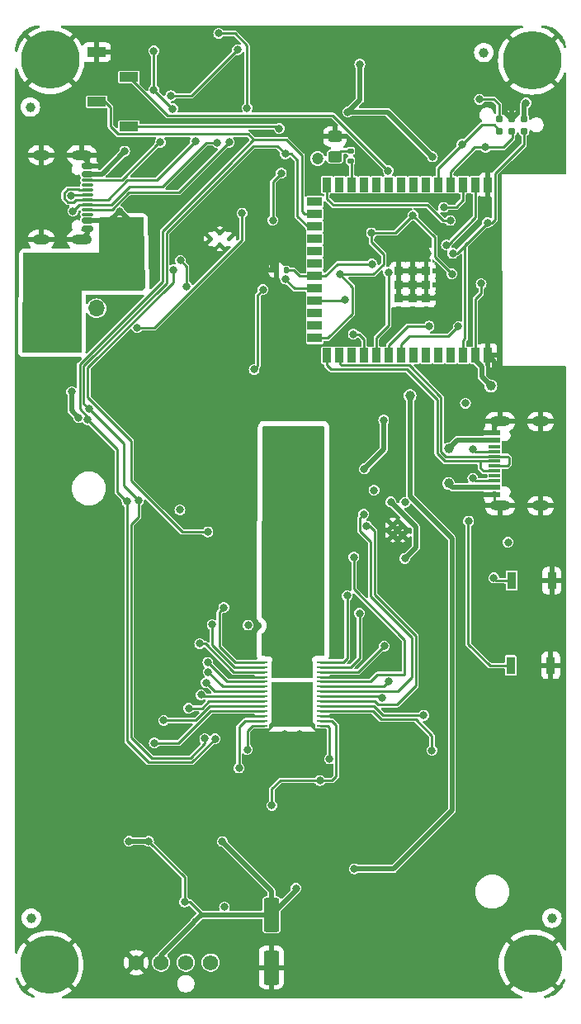
<source format=gbr>
%TF.GenerationSoftware,KiCad,Pcbnew,8.0.5*%
%TF.CreationDate,2024-12-18T19:41:22+01:00*%
%TF.ProjectId,makeraxe-lite,6d616b65-7261-4786-952d-6c6974652e6b,rev?*%
%TF.SameCoordinates,Original*%
%TF.FileFunction,Copper,L2,Bot*%
%TF.FilePolarity,Positive*%
%FSLAX46Y46*%
G04 Gerber Fmt 4.6, Leading zero omitted, Abs format (unit mm)*
G04 Created by KiCad (PCBNEW 8.0.5) date 2024-12-18 19:41:22*
%MOMM*%
%LPD*%
G01*
G04 APERTURE LIST*
G04 Aperture macros list*
%AMRoundRect*
0 Rectangle with rounded corners*
0 $1 Rounding radius*
0 $2 $3 $4 $5 $6 $7 $8 $9 X,Y pos of 4 corners*
0 Add a 4 corners polygon primitive as box body*
4,1,4,$2,$3,$4,$5,$6,$7,$8,$9,$2,$3,0*
0 Add four circle primitives for the rounded corners*
1,1,$1+$1,$2,$3*
1,1,$1+$1,$4,$5*
1,1,$1+$1,$6,$7*
1,1,$1+$1,$8,$9*
0 Add four rect primitives between the rounded corners*
20,1,$1+$1,$2,$3,$4,$5,0*
20,1,$1+$1,$4,$5,$6,$7,0*
20,1,$1+$1,$6,$7,$8,$9,0*
20,1,$1+$1,$8,$9,$2,$3,0*%
G04 Aperture macros list end*
%TA.AperFunction,ComponentPad*%
%ADD10C,0.800000*%
%TD*%
%TA.AperFunction,ComponentPad*%
%ADD11C,6.000000*%
%TD*%
%TA.AperFunction,ComponentPad*%
%ADD12C,0.500000*%
%TD*%
%TA.AperFunction,ComponentPad*%
%ADD13C,0.400000*%
%TD*%
%TA.AperFunction,ComponentPad*%
%ADD14C,1.574800*%
%TD*%
%TA.AperFunction,SMDPad,CuDef*%
%ADD15R,1.900000X1.000000*%
%TD*%
%TA.AperFunction,SMDPad,CuDef*%
%ADD16RoundRect,0.135000X-0.185000X0.135000X-0.185000X-0.135000X0.185000X-0.135000X0.185000X0.135000X0*%
%TD*%
%TA.AperFunction,SMDPad,CuDef*%
%ADD17RoundRect,0.150000X0.425000X-0.150000X0.425000X0.150000X-0.425000X0.150000X-0.425000X-0.150000X0*%
%TD*%
%TA.AperFunction,SMDPad,CuDef*%
%ADD18RoundRect,0.075000X0.500000X-0.075000X0.500000X0.075000X-0.500000X0.075000X-0.500000X-0.075000X0*%
%TD*%
%TA.AperFunction,ComponentPad*%
%ADD19O,1.800000X1.000000*%
%TD*%
%TA.AperFunction,ComponentPad*%
%ADD20O,2.100000X1.000000*%
%TD*%
%TA.AperFunction,SMDPad,CuDef*%
%ADD21C,1.000000*%
%TD*%
%TA.AperFunction,ComponentPad*%
%ADD22R,1.700000X1.700000*%
%TD*%
%TA.AperFunction,ComponentPad*%
%ADD23O,1.700000X1.700000*%
%TD*%
%TA.AperFunction,SMDPad,CuDef*%
%ADD24R,1.150000X0.600000*%
%TD*%
%TA.AperFunction,SMDPad,CuDef*%
%ADD25R,1.150000X0.300000*%
%TD*%
%TA.AperFunction,SMDPad,CuDef*%
%ADD26R,0.900000X1.500000*%
%TD*%
%TA.AperFunction,SMDPad,CuDef*%
%ADD27R,1.500000X0.900000*%
%TD*%
%TA.AperFunction,SMDPad,CuDef*%
%ADD28R,0.900000X0.900000*%
%TD*%
%TA.AperFunction,ConnectorPad*%
%ADD29C,0.787400*%
%TD*%
%TA.AperFunction,SMDPad,CuDef*%
%ADD30RoundRect,0.135000X0.135000X0.185000X-0.135000X0.185000X-0.135000X-0.185000X0.135000X-0.185000X0*%
%TD*%
%TA.AperFunction,SMDPad,CuDef*%
%ADD31RoundRect,0.250000X-0.450000X0.325000X-0.450000X-0.325000X0.450000X-0.325000X0.450000X0.325000X0*%
%TD*%
%TA.AperFunction,SMDPad,CuDef*%
%ADD32R,0.792000X0.221000*%
%TD*%
%TA.AperFunction,SMDPad,CuDef*%
%ADD33R,4.277000X1.810000*%
%TD*%
%TA.AperFunction,SMDPad,CuDef*%
%ADD34R,4.277000X4.530000*%
%TD*%
%TA.AperFunction,SMDPad,CuDef*%
%ADD35RoundRect,0.250000X-0.550000X1.500000X-0.550000X-1.500000X0.550000X-1.500000X0.550000X1.500000X0*%
%TD*%
%TA.AperFunction,SMDPad,CuDef*%
%ADD36R,0.900000X1.800000*%
%TD*%
%TA.AperFunction,ViaPad*%
%ADD37C,0.800000*%
%TD*%
%TA.AperFunction,ViaPad*%
%ADD38C,1.000000*%
%TD*%
%TA.AperFunction,ViaPad*%
%ADD39C,1.200000*%
%TD*%
%TA.AperFunction,Conductor*%
%ADD40C,0.254000*%
%TD*%
%TA.AperFunction,Conductor*%
%ADD41C,0.508000*%
%TD*%
G04 APERTURE END LIST*
D10*
%TO.P,H1,1,1*%
%TO.N,GND*%
X127985010Y-51120990D03*
X128644020Y-49530000D03*
X128644020Y-52711980D03*
X130235010Y-48870990D03*
D11*
X130235010Y-51120990D03*
D10*
X130235010Y-53370990D03*
X131826000Y-49530000D03*
X131826000Y-52711980D03*
X132485010Y-51120990D03*
%TD*%
D12*
%TO.P,U10,16,GND*%
%TO.N,GND*%
X116922000Y-98765000D03*
%TO.P,U10,17,GND*%
X116922000Y-99765000D03*
%TO.P,U10,18,GND*%
X115922000Y-99765000D03*
%TO.P,U10,19,GND*%
X115922000Y-98765000D03*
%TD*%
D10*
%TO.P,H3,1,1*%
%TO.N,GND*%
X128052000Y-143728000D03*
X128711010Y-142137010D03*
X128711010Y-145318990D03*
X130302000Y-141478000D03*
D11*
X130302000Y-143728000D03*
D10*
X130302000Y-145978000D03*
X131892990Y-142137010D03*
X131892990Y-145318990D03*
X132552000Y-143728000D03*
%TD*%
%TO.P,H4,1,1*%
%TO.N,GND*%
X78455010Y-143830990D03*
X79114020Y-142240000D03*
X79114020Y-145421980D03*
X80705010Y-141580990D03*
D11*
X80705010Y-143830990D03*
D10*
X80705010Y-146080990D03*
X82296000Y-142240000D03*
X82296000Y-145421980D03*
X82955010Y-143830990D03*
%TD*%
D13*
%TO.P,U4,11,GND*%
%TO.N,GND*%
X98201691Y-68847200D03*
X99151691Y-69422200D03*
X97251691Y-69422200D03*
X98201691Y-69997200D03*
%TD*%
D10*
%TO.P,H2,1,1*%
%TO.N,GND*%
X78558000Y-51054000D03*
X79217010Y-49463010D03*
X79217010Y-52644990D03*
X80808000Y-48804000D03*
D11*
X80808000Y-51054000D03*
D10*
X80808000Y-53304000D03*
X82398990Y-49463010D03*
X82398990Y-52644990D03*
X83058000Y-51054000D03*
%TD*%
D14*
%TO.P,J6,1,Pin_1*%
%TO.N,GND*%
X89621000Y-143622000D03*
%TO.P,J6,2,Pin_2*%
%TO.N,/5V*%
X92161000Y-143622000D03*
%TO.P,J6,3,Pin_3*%
%TO.N,/Fan/FAN_TACH*%
X94701000Y-143622000D03*
%TO.P,J6,4,Pin_4*%
%TO.N,/Fan/FAN_PWM*%
X97241000Y-143622000D03*
%TD*%
D15*
%TO.P,J4,1,Pin_1*%
%TO.N,GND*%
X85555000Y-50280000D03*
%TO.P,J4,2,Pin_2*%
%TO.N,/3V3*%
X88855000Y-52820000D03*
%TO.P,J4,3,Pin_3*%
%TO.N,/SCL*%
X85555000Y-55360000D03*
%TO.P,J4,4,Pin_4*%
%TO.N,/SDA*%
X88855000Y-57900000D03*
%TD*%
D16*
%TO.P,R19,1*%
%TO.N,Net-(D2-A)*%
X111600000Y-60380000D03*
%TO.P,R19,2*%
%TO.N,Net-(U7-SPIIO7{slash}GPIO36{slash}FSPICLK{slash}SUBSPICLK)*%
X111600000Y-61400000D03*
%TD*%
D17*
%TO.P,J2,A1,GND*%
%TO.N,GND*%
X84620000Y-68350000D03*
%TO.P,J2,A4,VBUS*%
%TO.N,/Power/Vin_20V*%
X84620000Y-67550000D03*
D18*
%TO.P,J2,A5,CC1*%
%TO.N,/Power/port_CC2*%
X84620000Y-66400000D03*
%TO.P,J2,A6,D+*%
%TO.N,/Power/DP*%
X84620000Y-65400000D03*
%TO.P,J2,A7,D-*%
%TO.N,/Power/DM*%
X84620000Y-64900000D03*
%TO.P,J2,A8,SBU1*%
%TO.N,unconnected-(J2-SBU1-PadA8)*%
X84620000Y-63900000D03*
D17*
%TO.P,J2,A9,VBUS*%
%TO.N,/Power/Vin_20V*%
X84620000Y-62750000D03*
%TO.P,J2,A12,GND*%
%TO.N,GND*%
X84620000Y-61950000D03*
%TO.P,J2,B1,GND*%
X84620000Y-61950000D03*
%TO.P,J2,B4,VBUS*%
%TO.N,/Power/Vin_20V*%
X84620000Y-62750000D03*
D18*
%TO.P,J2,B5,CC2*%
%TO.N,/Power/port_CC1*%
X84620000Y-63400000D03*
%TO.P,J2,B6,D+*%
%TO.N,/Power/DP*%
X84620000Y-64400000D03*
%TO.P,J2,B7,D-*%
%TO.N,/Power/DM*%
X84620000Y-65900000D03*
%TO.P,J2,B8,SBU2*%
%TO.N,unconnected-(J2-SBU2-PadB8)*%
X84620000Y-66900000D03*
D17*
%TO.P,J2,B9,VBUS*%
%TO.N,/Power/Vin_20V*%
X84620000Y-67550000D03*
%TO.P,J2,B12,GND*%
%TO.N,GND*%
X84620000Y-68350000D03*
D19*
%TO.P,J2,S1,SHIELD*%
X79865000Y-69470000D03*
D20*
X84045000Y-69470000D03*
D19*
X79865000Y-60830000D03*
D20*
X84045000Y-60830000D03*
%TD*%
D21*
%TO.P,FID7,*%
%TO.N,*%
X132260000Y-139060000D03*
%TD*%
D22*
%TO.P,J1,1,Pin_1*%
%TO.N,/Power/Vin_20V*%
X83000000Y-76540000D03*
D23*
%TO.P,J1,2,Pin_2*%
%TO.N,/Power/VIN_M*%
X85540000Y-76540000D03*
%TD*%
D24*
%TO.P,J5,A1,GND*%
%TO.N,GND*%
X126368000Y-89256000D03*
%TO.P,J5,A4,VBUS*%
%TO.N,Net-(D1-Pad2)*%
X126368000Y-90056000D03*
D25*
%TO.P,J5,A5,CC1*%
%TO.N,Net-(J5-CC1)*%
X126368000Y-91206000D03*
%TO.P,J5,A6,D+*%
%TO.N,Net-(U7-GPIO20{slash}U1CTS{slash}ADC2_CH9{slash}CLK_OUT1{slash}USB_D+)*%
X126368000Y-92206000D03*
%TO.P,J5,A7,D-*%
%TO.N,Net-(U7-GPIO19{slash}U1RTS{slash}ADC2_CH8{slash}CLK_OUT2{slash}USB_D-)*%
X126368000Y-92706000D03*
%TO.P,J5,A8,SBU1*%
%TO.N,unconnected-(J5-SBU1-PadA8)*%
X126368000Y-93706000D03*
D24*
%TO.P,J5,A9,VBUS*%
%TO.N,Net-(D1-Pad2)*%
X126368000Y-94856000D03*
%TO.P,J5,A12,GND*%
%TO.N,GND*%
X126368000Y-95656000D03*
%TO.P,J5,B1,GND*%
X126368000Y-95656000D03*
%TO.P,J5,B4,VBUS*%
%TO.N,Net-(D1-Pad2)*%
X126368000Y-94856000D03*
D25*
%TO.P,J5,B5,CC2*%
%TO.N,Net-(J5-CC2)*%
X126368000Y-94206000D03*
%TO.P,J5,B6,D+*%
%TO.N,Net-(U7-GPIO20{slash}U1CTS{slash}ADC2_CH9{slash}CLK_OUT1{slash}USB_D+)*%
X126368000Y-93206000D03*
%TO.P,J5,B7,D-*%
%TO.N,Net-(U7-GPIO19{slash}U1RTS{slash}ADC2_CH8{slash}CLK_OUT2{slash}USB_D-)*%
X126368000Y-91706000D03*
%TO.P,J5,B8,SBU2*%
%TO.N,unconnected-(J5-SBU2-PadB8)*%
X126368000Y-90706000D03*
D24*
%TO.P,J5,B9,VBUS*%
%TO.N,Net-(D1-Pad2)*%
X126368000Y-90056000D03*
%TO.P,J5,B12,GND*%
%TO.N,GND*%
X126368000Y-89256000D03*
D19*
%TO.P,J5,S1,SHIELD*%
X131123000Y-88136000D03*
D20*
X126943000Y-88136000D03*
D19*
X131123000Y-96776000D03*
D20*
X126943000Y-96776000D03*
%TD*%
D26*
%TO.P,U7,1,GND*%
%TO.N,GND*%
X125690000Y-81360000D03*
%TO.P,U7,2,3V3*%
%TO.N,/3V3*%
X124420000Y-81360000D03*
%TO.P,U7,3,EN*%
%TO.N,/ESP32/EN*%
X123150000Y-81360000D03*
%TO.P,U7,4,GPIO4/TOUCH4/ADC1_CH3*%
%TO.N,unconnected-(U7-GPIO4{slash}TOUCH4{slash}ADC1_CH3-Pad4)*%
X121880000Y-81360000D03*
%TO.P,U7,5,GPIO5/TOUCH5/ADC1_CH4*%
%TO.N,unconnected-(U7-GPIO5{slash}TOUCH5{slash}ADC1_CH4-Pad5)*%
X120610000Y-81360000D03*
%TO.P,U7,6,GPIO6/TOUCH6/ADC1_CH5*%
%TO.N,unconnected-(U7-GPIO6{slash}TOUCH6{slash}ADC1_CH5-Pad6)*%
X119340000Y-81360000D03*
%TO.P,U7,7,GPIO7/TOUCH7/ADC1_CH6*%
%TO.N,unconnected-(U7-GPIO7{slash}TOUCH7{slash}ADC1_CH6-Pad7)*%
X118070000Y-81360000D03*
%TO.P,U7,8,GPIO15/U0RTS/ADC2_CH4/XTAL_32K_P*%
%TO.N,/ESP32/XIN32*%
X116800000Y-81360000D03*
%TO.P,U7,9,GPIO16/U0CTS/ADC2_CH5/XTAL_32K_NH5*%
%TO.N,/ESP32/XOUT32*%
X115530000Y-81360000D03*
%TO.P,U7,10,GPIO17/U1TXD/ADC2_CH6*%
%TO.N,/TX*%
X114260000Y-81360000D03*
%TO.P,U7,11,GPIO18/U1RXD/ADC2_CH7/CLK_OUT3*%
%TO.N,/RX*%
X112990000Y-81360000D03*
%TO.P,U7,12,GPIO8/TOUCH8/ADC1_CH7/SUBSPICS1*%
%TO.N,unconnected-(U7-GPIO8{slash}TOUCH8{slash}ADC1_CH7{slash}SUBSPICS1-Pad12)*%
X111720000Y-81360000D03*
%TO.P,U7,13,GPIO19/U1RTS/ADC2_CH8/CLK_OUT2/USB_D-*%
%TO.N,Net-(U7-GPIO19{slash}U1RTS{slash}ADC2_CH8{slash}CLK_OUT2{slash}USB_D-)*%
X110450000Y-81360000D03*
%TO.P,U7,14,GPIO20/U1CTS/ADC2_CH9/CLK_OUT1/USB_D+*%
%TO.N,Net-(U7-GPIO20{slash}U1CTS{slash}ADC2_CH9{slash}CLK_OUT1{slash}USB_D+)*%
X109180000Y-81360000D03*
D27*
%TO.P,U7,15,GPIO3/TOUCH3/ADC1_CH2\u002A*%
%TO.N,/3V3*%
X107930000Y-79595000D03*
%TO.P,U7,16,\u002AGPIO46*%
%TO.N,unconnected-(U7-\u002AGPIO46-Pad16)*%
X107930000Y-78325000D03*
%TO.P,U7,17,GPIO9/TOUCH9/ADC1_CH8/FSPIHD/SUBSPIHD*%
%TO.N,unconnected-(U7-GPIO9{slash}TOUCH9{slash}ADC1_CH8{slash}FSPIHD{slash}SUBSPIHD-Pad17)*%
X107930000Y-77055000D03*
%TO.P,U7,18,GPIO10/TOUCH10/ADC1_CH9/FSPICS0/FSPIIO4/SUBSPICS0*%
%TO.N,/ESP32/PWR_EN*%
X107930000Y-75785000D03*
%TO.P,U7,19,GPIO11/TOUCH11/ADC2_CH0/FSPID/FSPIIO5/SUBSPID*%
%TO.N,/Power/PGOOD*%
X107930000Y-74515000D03*
%TO.P,U7,20,GPIO12/TOUCH12/ADC2_CH1/FSPICLK/FSPIIO6/SUBSPICLK*%
%TO.N,/ESP32/PLUG_SENSE*%
X107930000Y-73245000D03*
%TO.P,U7,21,GPIO13/TOUCH13/ADC2_CH2/FSPIQ/FSPIIO7/SUBSPIQ*%
%TO.N,unconnected-(U7-GPIO13{slash}TOUCH13{slash}ADC2_CH2{slash}FSPIQ{slash}FSPIIO7{slash}SUBSPIQ-Pad21)*%
X107930000Y-71975000D03*
%TO.P,U7,22,GPIO14/TOUCH14/ADC2_CH3/FSPIWP/FSPIDQS/SUBSPIWP*%
%TO.N,unconnected-(U7-GPIO14{slash}TOUCH14{slash}ADC2_CH3{slash}FSPIWP{slash}FSPIDQS{slash}SUBSPIWP-Pad22)*%
X107930000Y-70705000D03*
%TO.P,U7,23,GPIO21*%
%TO.N,unconnected-(U7-GPIO21-Pad23)*%
X107930000Y-69435000D03*
%TO.P,U7,24,GPIO47/SPICLK_P/SUBSPICLK_P_DIFF*%
%TO.N,/SDA*%
X107930000Y-68165000D03*
%TO.P,U7,25,GPIO48/SPICLK_N/SUBSPICLK_N_DIFF*%
%TO.N,/SCL*%
X107930000Y-66895000D03*
%TO.P,U7,26,\u002AGPIO45*%
%TO.N,unconnected-(U7-\u002AGPIO45-Pad26)*%
X107930000Y-65625000D03*
D26*
%TO.P,U7,27,GPIO0/BOOT\u002A*%
%TO.N,/ESP32/IO0*%
X109180000Y-63860000D03*
%TO.P,U7,28,SPIIO6/GPIO35/FSPID/SUBSPID*%
%TO.N,unconnected-(U7-SPIIO6{slash}GPIO35{slash}FSPID{slash}SUBSPID-Pad28)*%
X110450000Y-63860000D03*
%TO.P,U7,29,SPIIO7/GPIO36/FSPICLK/SUBSPICLK*%
%TO.N,Net-(U7-SPIIO7{slash}GPIO36{slash}FSPICLK{slash}SUBSPICLK)*%
X111720000Y-63860000D03*
%TO.P,U7,30,SPIDQS/GPIO37/FSPIQ/SUBSPIQ*%
%TO.N,unconnected-(U7-SPIDQS{slash}GPIO37{slash}FSPIQ{slash}SUBSPIQ-Pad30)*%
X112990000Y-63860000D03*
%TO.P,U7,31,GPIO38/FSPIWP/SUBSPIWP*%
%TO.N,unconnected-(U7-GPIO38{slash}FSPIWP{slash}SUBSPIWP-Pad31)*%
X114260000Y-63860000D03*
%TO.P,U7,32,MTCK/GPIO39/CLK_OUT3/SUBSPICS1*%
%TO.N,unconnected-(U7-MTCK{slash}GPIO39{slash}CLK_OUT3{slash}SUBSPICS1-Pad32)*%
X115530000Y-63860000D03*
%TO.P,U7,33,MTDO/GPIO40/CLK_OUT2*%
%TO.N,unconnected-(U7-MTDO{slash}GPIO40{slash}CLK_OUT2-Pad33)*%
X116800000Y-63860000D03*
%TO.P,U7,34,MTDI/GPIO41/CLK_OUT1*%
%TO.N,unconnected-(U7-MTDI{slash}GPIO41{slash}CLK_OUT1-Pad34)*%
X118070000Y-63860000D03*
%TO.P,U7,35,MTMS/GPIO42*%
%TO.N,unconnected-(U7-MTMS{slash}GPIO42-Pad35)*%
X119340000Y-63860000D03*
%TO.P,U7,36,U0RXD/GPIO44/CLK_OUT2*%
%TO.N,/ESP32/P_RX*%
X120610000Y-63860000D03*
%TO.P,U7,37,U0TXD/GPIO43/CLK_OUT1*%
%TO.N,/ESP32/P_TX*%
X121880000Y-63860000D03*
%TO.P,U7,38,GPIO2/TOUCH2/ADC1_CH1*%
%TO.N,/VDD*%
X123150000Y-63860000D03*
%TO.P,U7,39,GPIO1/TOUCH1/ADC1_CH0*%
%TO.N,/RST*%
X124420000Y-63860000D03*
%TO.P,U7,40,GND*%
%TO.N,GND*%
X125690000Y-63860000D03*
D28*
%TO.P,U7,41,GND*%
X116570000Y-75510000D03*
X117970000Y-75510000D03*
X119370000Y-75510000D03*
X116570000Y-74110000D03*
X117970000Y-74110000D03*
X119370000Y-74110000D03*
X116570000Y-72710000D03*
X117970000Y-72710000D03*
X119370000Y-72710000D03*
%TD*%
D29*
%TO.P,J3,1,Pin_1*%
%TO.N,/ESP32/EN*%
X129400000Y-58365000D03*
%TO.P,J3,2,Pin_2*%
%TO.N,/3V3*%
X129400000Y-57095000D03*
%TO.P,J3,3,Pin_3*%
%TO.N,/ESP32/P_TX*%
X128130000Y-58365000D03*
%TO.P,J3,4,Pin_4*%
%TO.N,GND*%
X128130000Y-57095000D03*
%TO.P,J3,5,Pin_5*%
%TO.N,/ESP32/P_RX*%
X126860000Y-58365000D03*
%TO.P,J3,6,Pin_6*%
%TO.N,/ESP32/IO0*%
X126860000Y-57095000D03*
%TD*%
D30*
%TO.P,R10,1*%
%TO.N,/ESP32/PLUG_SENSE*%
X104990000Y-72630000D03*
%TO.P,R10,2*%
%TO.N,GND*%
X103970000Y-72630000D03*
%TD*%
D21*
%TO.P,FID8,*%
%TO.N,*%
X78850000Y-139070000D03*
%TD*%
D31*
%TO.P,D2,1,K*%
%TO.N,GND*%
X110000000Y-58925000D03*
%TO.P,D2,2,A*%
%TO.N,Net-(D2-A)*%
X110000000Y-60975000D03*
%TD*%
D32*
%TO.P,U9,1,VDD1_0*%
%TO.N,/BM1366/VDD1_0*%
X108528000Y-112805000D03*
%TO.P,U9,2,VDD2_0*%
%TO.N,/BM1366/VDD2_0*%
X108528000Y-113307000D03*
%TO.P,U9,3,VDD3_0*%
%TO.N,/BM1366/VDD3_0*%
X108528000Y-113809000D03*
%TO.P,U9,4,VSS*%
%TO.N,GND*%
X108528000Y-114311000D03*
%TO.P,U9,5,NRSTI*%
%TO.N,/BM1366/RST_N*%
X108528000Y-114813000D03*
%TO.P,U9,6,BI*%
%TO.N,/BM1366/BI*%
X108528000Y-115315000D03*
%TO.P,U9,7,RO*%
%TO.N,/BM1366/RO*%
X108528000Y-115817000D03*
%TO.P,U9,8,CLKI*%
%TO.N,/BM1366/CLKI*%
X108528000Y-116319000D03*
%TO.P,U9,9,CI*%
%TO.N,/BM1366/CI*%
X108528000Y-116821000D03*
%TO.P,U9,10,ADDR0*%
%TO.N,/BM1366/ADDR0*%
X108528000Y-117323000D03*
%TO.P,U9,11,ADDR1*%
%TO.N,/BM1366/ADDR1*%
X108528000Y-117825000D03*
%TO.P,U9,12,PLL_VSS*%
%TO.N,GND*%
X108528000Y-118327000D03*
%TO.P,U9,13,VDDIO_08_0*%
%TO.N,/BM1366/0V8*%
X108528000Y-118829000D03*
%TO.P,U9,14,VDDIO_18_0*%
%TO.N,/BM1366/1V8*%
X108528000Y-119331000D03*
%TO.P,U9,15,VDDIO_18_1*%
%TO.N,Net-(U9-VDDIO_18_1)*%
X102696000Y-119318000D03*
%TO.P,U9,16,VDDIO_08_1*%
%TO.N,Net-(U9-VDDIO_08_1)*%
X102696000Y-118818000D03*
%TO.P,U9,17,VSS*%
%TO.N,GND*%
X102696000Y-118318000D03*
%TO.P,U9,18,PIN_MODE*%
%TO.N,/BM1366/PIN_MODE*%
X102696000Y-117818000D03*
%TO.P,U9,19,INV_CLKO*%
%TO.N,/BM1366/INV_CLKO*%
X102696000Y-117318000D03*
%TO.P,U9,20,CO*%
%TO.N,/BM1366/CO*%
X102696000Y-116821000D03*
%TO.P,U9,21,CLKO*%
%TO.N,/BM1366/CLKO*%
X102696000Y-116318000D03*
%TO.P,U9,22,RI*%
%TO.N,/BM1366/RI*%
X102696000Y-115817000D03*
%TO.P,U9,23,BO*%
%TO.N,/BM1366/BO*%
X102696000Y-115315000D03*
%TO.P,U9,24,NRSTO*%
%TO.N,/BM1366/NRSTO*%
X102696000Y-114813000D03*
%TO.P,U9,25,VSS*%
%TO.N,GND*%
X102696000Y-114311000D03*
%TO.P,U9,26,VDD3_1*%
%TO.N,/BM1366/VDD3_1*%
X102696000Y-113818000D03*
%TO.P,U9,27,VDD2_1*%
%TO.N,/BM1366/VDD2_1*%
X102696000Y-113307000D03*
%TO.P,U9,28,VDD1_1*%
%TO.N,/BM1366/VDD1_1*%
X102696000Y-112818000D03*
D33*
%TO.P,U9,29,VDD*%
%TO.N,/VDD*%
X105612000Y-113600000D03*
D34*
%TO.P,U9,30,VSS*%
%TO.N,GND*%
X105612000Y-117176000D03*
%TD*%
D35*
%TO.P,C49,1*%
%TO.N,/5V*%
X103490000Y-138720000D03*
%TO.P,C49,2*%
%TO.N,GND*%
X103490000Y-144120000D03*
%TD*%
D36*
%TO.P,SW1,1*%
%TO.N,GND*%
X132246000Y-104448000D03*
%TO.P,SW1,2*%
%TO.N,/ESP32/EN*%
X128136000Y-104448000D03*
%TD*%
D21*
%TO.P,FID5,*%
%TO.N,*%
X125270000Y-50310000D03*
%TD*%
D36*
%TO.P,SW2,1*%
%TO.N,GND*%
X132142000Y-113155000D03*
%TO.P,SW2,2*%
%TO.N,/ESP32/IO0*%
X128032000Y-113155000D03*
%TD*%
D21*
%TO.P,FID6,*%
%TO.N,*%
X78750000Y-55900000D03*
%TD*%
D37*
%TO.N,GND*%
X106376000Y-120179000D03*
X95067000Y-70471000D03*
X78090000Y-82060000D03*
X100850600Y-73131400D03*
X104100000Y-121300000D03*
X116910000Y-128990000D03*
D38*
X116540000Y-70920000D03*
D37*
X99060000Y-95504000D03*
X125600000Y-65940000D03*
X112980000Y-131260000D03*
X96109000Y-112124000D03*
X99060000Y-97536000D03*
X112460000Y-69350000D03*
X100076000Y-97536000D03*
X106396000Y-118533000D03*
X97028000Y-95504000D03*
X110862000Y-121832000D03*
X98044000Y-95504000D03*
X104082000Y-115436000D03*
X98682000Y-136516000D03*
X101092000Y-95504000D03*
X125000000Y-72000000D03*
X99393000Y-122727000D03*
X106408000Y-116351000D03*
X128120000Y-55550000D03*
X95758000Y-69431400D03*
D38*
X100765000Y-145890000D03*
D37*
X94890000Y-62470000D03*
X94411000Y-69401000D03*
X101092000Y-98552000D03*
X105673000Y-117442000D03*
X80660000Y-87760000D03*
X101092000Y-96520000D03*
X84960000Y-52550000D03*
X97551000Y-122747000D03*
X124109000Y-115539000D03*
D38*
X117910000Y-70950000D03*
D37*
X90360055Y-101249945D03*
X100076000Y-96520000D03*
X117602000Y-123903000D03*
X101779000Y-71402000D03*
X116000000Y-67000000D03*
X104855000Y-118563000D03*
X104132000Y-117472000D03*
X101000000Y-64000000D03*
X121210000Y-74547000D03*
X100076000Y-98552000D03*
X102625000Y-70567000D03*
X100076000Y-95504000D03*
X104835000Y-120209000D03*
X112922500Y-102037000D03*
X107144000Y-117442000D03*
X111440000Y-130160000D03*
X107112000Y-121270000D03*
X90897000Y-129309000D03*
X112318000Y-95325000D03*
X112512000Y-61250000D03*
X105623000Y-115406000D03*
X105641000Y-121270000D03*
X101092000Y-97536000D03*
X104867000Y-116381000D03*
X112000000Y-68000000D03*
X100801000Y-70578000D03*
X87414791Y-81636367D03*
X104830000Y-71398000D03*
X103000000Y-69000000D03*
D38*
X119454234Y-70914234D03*
D37*
X105330000Y-132320000D03*
X104430000Y-130240000D03*
D38*
X126380000Y-83110000D03*
D37*
X99060000Y-96520000D03*
X115573700Y-102188000D03*
X120310000Y-100000000D03*
X103584000Y-71410000D03*
X102082600Y-109067600D03*
X96840000Y-98140000D03*
X132297000Y-108743000D03*
X126000000Y-77000000D03*
X97000000Y-84000000D03*
X92910000Y-102990000D03*
X95260000Y-132630000D03*
X107094000Y-115406000D03*
X115099642Y-112550642D03*
X99060000Y-98552000D03*
%TO.N,/Power/VIN_M*%
X89723655Y-78502634D03*
X100470000Y-66770000D03*
%TO.N,/BM1366/1V8*%
X115737362Y-96385646D03*
X117172000Y-102173000D03*
X109458000Y-122723000D03*
%TO.N,/BM1366/INV_CLKO*%
X92430600Y-118795800D03*
D39*
%TO.N,/VDD*%
X105590000Y-93810000D03*
D37*
X121149900Y-66170000D03*
D39*
X107600000Y-95800000D03*
D37*
X103000000Y-104240000D03*
X105152000Y-113890000D03*
D39*
X106685000Y-103175000D03*
X106725000Y-105305000D03*
X107600000Y-93830000D03*
X106700000Y-99020000D03*
D37*
X104126000Y-113110000D03*
X108330000Y-104270000D03*
D39*
X105570000Y-89660000D03*
X105570000Y-91700000D03*
X104700000Y-99000000D03*
D37*
X107204000Y-113920000D03*
D39*
X106725000Y-107275000D03*
D37*
X106178000Y-113110000D03*
D39*
X104695000Y-103175000D03*
X104700000Y-101135000D03*
X107560000Y-91700000D03*
X105620000Y-95830000D03*
X106665000Y-101155000D03*
X104745000Y-107305000D03*
X107540000Y-89680000D03*
X104715000Y-105285000D03*
D37*
%TO.N,/ESP32/EN*%
X126293000Y-104178000D03*
X125650000Y-67760000D03*
X122101300Y-70905000D03*
D38*
%TO.N,/5V*%
X117710000Y-85490000D03*
D37*
X88883000Y-131168000D03*
X120000000Y-61000000D03*
X111320000Y-56410000D03*
X94580000Y-137390000D03*
X112560000Y-51500000D03*
X106000000Y-136000000D03*
X90881000Y-131182000D03*
D39*
X108214845Y-61185155D03*
D37*
X98450000Y-131200000D03*
X112000000Y-134000000D03*
%TO.N,/3V3*%
X113000000Y-93000000D03*
X110500000Y-73050000D03*
X115457000Y-62413000D03*
X114010000Y-95176000D03*
X127766000Y-100521000D03*
X129610000Y-55490000D03*
D38*
X126000000Y-84500000D03*
D37*
X122000000Y-73000000D03*
X123394000Y-86260000D03*
X98662000Y-137914100D03*
X117172000Y-96434000D03*
X118000000Y-67000000D03*
X115000000Y-88000000D03*
X83700000Y-87750000D03*
X113750000Y-68810000D03*
X101092000Y-109016800D03*
X125000000Y-74000000D03*
X94100000Y-97190000D03*
X82990000Y-85090000D03*
%TO.N,/TX*%
X115482566Y-72844545D03*
%TO.N,/RX*%
X111892000Y-79190000D03*
%TO.N,/BM1366/VDD3_0*%
X115070000Y-111160000D03*
%TO.N,/BM1366/VDD2_0*%
X112530000Y-107800000D03*
%TO.N,/RST*%
X121437000Y-70037900D03*
%TO.N,/BM1366/PIN_MODE*%
X91480645Y-121097045D03*
%TO.N,/SCL*%
X84630946Y-87948642D03*
X88670000Y-96340000D03*
X97713800Y-120675400D03*
%TO.N,/Power/OUT0*%
X96970000Y-99460000D03*
X93399000Y-72582000D03*
%TO.N,/BM1366/0V8*%
X108468000Y-124939000D03*
X103530000Y-127490000D03*
%TO.N,/BM1366/VDD1_0*%
X111250000Y-106010000D03*
%TO.N,/BM1366/VDD1_1*%
X98602800Y-107213400D03*
%TO.N,/BM1366/VDD2_1*%
X97409000Y-108966000D03*
%TO.N,/BM1366/VDD3_1*%
X96130000Y-110920000D03*
%TO.N,Net-(Q1-D)*%
X104500000Y-62680000D03*
X103630000Y-67500000D03*
%TO.N,/Power/Vin_20V*%
X91410000Y-50140000D03*
D39*
X80600000Y-78210000D03*
X87200000Y-70676666D03*
X87200000Y-68500000D03*
X79000000Y-78200000D03*
D37*
X91410000Y-54130600D03*
D39*
X80600000Y-76033332D03*
X79000000Y-76023332D03*
D37*
X88430000Y-60430000D03*
D39*
X89200000Y-68470000D03*
X80600000Y-71680000D03*
D37*
X93360000Y-56080600D03*
D39*
X89200000Y-70646666D03*
X87200000Y-72853332D03*
X79000000Y-73846666D03*
X79000000Y-71670000D03*
X89200000Y-72823332D03*
X80600000Y-73856666D03*
D37*
X87880000Y-66600000D03*
%TO.N,/BM1366/CI*%
X113272599Y-98869299D03*
%TO.N,Net-(U4-BOOT)*%
X94155000Y-71626000D03*
X94772000Y-74270800D03*
%TO.N,/BM1366/RO*%
X112962000Y-97645000D03*
%TO.N,/BM1366/RST_N*%
X111948000Y-102053000D03*
%TO.N,/BM1366/RI*%
X96774000Y-114909600D03*
%TO.N,Net-(U9-VDDIO_18_1)*%
X101015000Y-121775000D03*
%TO.N,Net-(U9-VDDIO_08_1)*%
X100155000Y-123661000D03*
%TO.N,/BM1366/CLKI*%
X114844000Y-116495900D03*
%TO.N,/BM1366/NRSTO*%
X96967045Y-112836955D03*
%TO.N,/BM1366/BO*%
X96995638Y-113825659D03*
%TO.N,/BM1366/CLKO*%
X96266000Y-116154200D03*
%TO.N,/BM1366/CO*%
X94996000Y-117551200D03*
%TO.N,/ESP32/P_TX*%
X125466555Y-60033445D03*
%TO.N,/ESP32/P_RX*%
X123040000Y-59730000D03*
%TO.N,/ESP32/IO0*%
X124830000Y-55100000D03*
X121828800Y-67530000D03*
X123719000Y-98362000D03*
%TO.N,/ESP32/XIN32*%
X122670000Y-78400000D03*
%TO.N,/Power/DM*%
X82900000Y-64980000D03*
X83110000Y-66570000D03*
X97930000Y-59550000D03*
%TO.N,/BM1366/ADDR0*%
X119110000Y-118260000D03*
%TO.N,/ESP32/XOUT32*%
X119660000Y-78360000D03*
%TO.N,/Power/PGOOD*%
X104940000Y-73540000D03*
%TO.N,/Power/port_CC2*%
X98070000Y-48330000D03*
X100990000Y-55990000D03*
X99150000Y-59530000D03*
%TO.N,/Power/port_CC1*%
X100000000Y-50030000D03*
X93160000Y-54740000D03*
X92080000Y-59510000D03*
%TO.N,/Power/DP*%
X95690000Y-59400000D03*
%TO.N,/ESP32/PWR_EN*%
X110990000Y-75660000D03*
%TO.N,/SDA*%
X96656000Y-120659000D03*
X84765794Y-86853684D03*
X89850000Y-96260000D03*
X104300000Y-58100000D03*
X104902000Y-60690000D03*
%TO.N,Net-(J5-CC1)*%
X124159000Y-90943000D03*
%TO.N,Net-(J5-CC2)*%
X124154000Y-93963000D03*
%TO.N,Net-(Q3-G)*%
X101710600Y-82811400D03*
X102630000Y-74620000D03*
%TO.N,/ESP32/PLUG_SENSE*%
X113800000Y-71990000D03*
%TO.N,/BM1366/BI*%
X115540000Y-114780000D03*
%TO.N,/BM1366/ADDR1*%
X119960000Y-121860000D03*
D38*
%TO.N,Net-(D1-Pad2)*%
X121666000Y-90932000D03*
X121666000Y-94488000D03*
%TD*%
D40*
%TO.N,GND*%
X126000000Y-77000000D02*
X126000000Y-73000000D01*
X102696000Y-114311000D02*
X99401200Y-114311000D01*
D41*
X100765000Y-145045000D02*
X100765000Y-145890000D01*
D40*
X108528000Y-114311000D02*
X113339284Y-114311000D01*
X132345000Y-104448000D02*
X132345000Y-108695000D01*
X85550000Y-51960000D02*
X84960000Y-52550000D01*
D41*
X128130000Y-57095000D02*
X128130000Y-55560000D01*
D40*
X126000000Y-77000000D02*
X126000000Y-78000000D01*
X125690000Y-78310000D02*
X125690000Y-81360000D01*
X126368000Y-89256000D02*
X126368000Y-88711000D01*
X110156000Y-118327000D02*
X108528000Y-118327000D01*
X101783000Y-64783000D02*
X101783000Y-67783000D01*
X99401200Y-114311000D02*
X97214200Y-112124000D01*
X101783000Y-67783000D02*
X103000000Y-69000000D01*
D41*
X103584000Y-71410000D02*
X103584000Y-72244000D01*
D40*
X132241000Y-108799000D02*
X132297000Y-108743000D01*
X125600000Y-65940000D02*
X125600000Y-63950000D01*
X117910000Y-70950000D02*
X117970000Y-71010000D01*
D41*
X126380000Y-83110000D02*
X126380000Y-82050000D01*
D40*
X132345000Y-108695000D02*
X132297000Y-108743000D01*
D41*
X84620000Y-61950000D02*
X84620000Y-61405000D01*
X119370000Y-75510000D02*
X120247000Y-75510000D01*
D40*
X85550000Y-50280000D02*
X85550000Y-51960000D01*
X99393000Y-119299000D02*
X100374000Y-118318000D01*
D41*
X84620000Y-61405000D02*
X84045000Y-60830000D01*
D40*
X115000000Y-68000000D02*
X116000000Y-67000000D01*
X110862000Y-119033000D02*
X110156000Y-118327000D01*
X100850600Y-72330400D02*
X101779000Y-71402000D01*
D41*
X120247000Y-75510000D02*
X121210000Y-74547000D01*
X84620000Y-68350000D02*
X84620000Y-68895000D01*
X101690000Y-144120000D02*
X100765000Y-145045000D01*
X87414791Y-81636367D02*
X89778424Y-84000000D01*
X126380000Y-82050000D02*
X125690000Y-81360000D01*
D40*
X126000000Y-73000000D02*
X125000000Y-72000000D01*
D41*
X128130000Y-55560000D02*
X128120000Y-55550000D01*
D40*
X99393000Y-122727000D02*
X99393000Y-119299000D01*
X125600000Y-63950000D02*
X125690000Y-63860000D01*
X132241000Y-113155000D02*
X132241000Y-108799000D01*
X100374000Y-118318000D02*
X102696000Y-118318000D01*
X113339284Y-114311000D02*
X115099642Y-112550642D01*
D41*
X103490000Y-144120000D02*
X101690000Y-144120000D01*
D40*
X112000000Y-68000000D02*
X115000000Y-68000000D01*
X97214200Y-112124000D02*
X96109000Y-112124000D01*
X126000000Y-78000000D02*
X125690000Y-78310000D01*
D41*
X84620000Y-68895000D02*
X84045000Y-69470000D01*
D40*
X100850600Y-73131400D02*
X100850600Y-72330400D01*
X119454234Y-70914234D02*
X119370000Y-70998468D01*
D41*
X103584000Y-72244000D02*
X103970000Y-72630000D01*
D40*
X110862000Y-121832000D02*
X110862000Y-119033000D01*
X126368000Y-88711000D02*
X126943000Y-88136000D01*
D41*
X89778424Y-84000000D02*
X97000000Y-84000000D01*
D40*
X126368000Y-95656000D02*
X126368000Y-96201000D01*
X126368000Y-96201000D02*
X126943000Y-96776000D01*
X101000000Y-64000000D02*
X101783000Y-64783000D01*
%TO.N,/Power/VIN_M*%
X100470000Y-66770000D02*
X100470000Y-69533617D01*
X91500983Y-78502634D02*
X89723655Y-78502634D01*
X100470000Y-69533617D02*
X91500983Y-78502634D01*
D41*
%TO.N,/BM1366/1V8*%
X118302000Y-98950284D02*
X118302000Y-101043000D01*
D40*
X109450000Y-122715000D02*
X109450000Y-119488000D01*
X109450000Y-119488000D02*
X109293000Y-119331000D01*
D41*
X118302000Y-101043000D02*
X117172000Y-102173000D01*
X115737362Y-96385646D02*
X118302000Y-98950284D01*
D40*
X109293000Y-119331000D02*
X108528000Y-119331000D01*
X109458000Y-122723000D02*
X109450000Y-122715000D01*
%TO.N,/BM1366/INV_CLKO*%
X102696000Y-117318000D02*
X97175536Y-117318000D01*
X97175536Y-117318000D02*
X95697736Y-118795800D01*
X95697736Y-118795800D02*
X92430600Y-118795800D01*
%TO.N,/VDD*%
X123150000Y-65450000D02*
X123150000Y-63860000D01*
X121149900Y-66170000D02*
X122430000Y-66170000D01*
X122430000Y-66170000D02*
X123150000Y-65450000D01*
%TO.N,/ESP32/EN*%
X122505000Y-70905000D02*
X122101300Y-70905000D01*
X125650000Y-67760000D02*
X122505000Y-70905000D01*
X126419400Y-62740600D02*
X129400000Y-59760000D01*
X125650000Y-67760000D02*
X123349400Y-70060600D01*
X125650000Y-67760000D02*
X126140000Y-67760000D01*
X129400000Y-59760000D02*
X129400000Y-58365000D01*
X126419400Y-67480600D02*
X126419400Y-62740600D01*
X123160000Y-79830000D02*
X123160000Y-81133600D01*
X128027000Y-104448000D02*
X126563000Y-104448000D01*
X123349400Y-70060600D02*
X123349400Y-79640600D01*
X126563000Y-104448000D02*
X126293000Y-104178000D01*
X123349400Y-79640600D02*
X123160000Y-79830000D01*
X126140000Y-67760000D02*
X126419400Y-67480600D01*
D41*
%TO.N,/5V*%
X116000000Y-134000000D02*
X122000000Y-128000000D01*
X88883000Y-131168000D02*
X90867000Y-131168000D01*
X103490000Y-136240000D02*
X103490000Y-138720000D01*
X92161000Y-142859000D02*
X92161000Y-143622000D01*
X122000000Y-100121578D02*
X117710000Y-95831578D01*
X90867000Y-131168000D02*
X90881000Y-131182000D01*
D40*
X95092000Y-137390000D02*
X96290000Y-138588000D01*
D41*
X95560000Y-139450000D02*
X95560000Y-139460000D01*
X117710000Y-95831578D02*
X117710000Y-85490000D01*
X96290000Y-138720000D02*
X95560000Y-139450000D01*
X111320000Y-56410000D02*
X112560000Y-55170000D01*
X98450000Y-131200000D02*
X103490000Y-136240000D01*
D40*
X94580000Y-134881000D02*
X90881000Y-131182000D01*
X94580000Y-137390000D02*
X95092000Y-137390000D01*
D41*
X120000000Y-61000000D02*
X115410000Y-56410000D01*
X103490000Y-138720000D02*
X96290000Y-138720000D01*
X106000000Y-136000000D02*
X106000000Y-136210000D01*
D40*
X94580000Y-137390000D02*
X94580000Y-134881000D01*
X96290000Y-138588000D02*
X96290000Y-138720000D01*
D41*
X112560000Y-55170000D02*
X112560000Y-51500000D01*
X106000000Y-136210000D02*
X103490000Y-138720000D01*
X122000000Y-128000000D02*
X122000000Y-100121578D01*
X115410000Y-56410000D02*
X111320000Y-56410000D01*
X112000000Y-134000000D02*
X116000000Y-134000000D01*
X95560000Y-139460000D02*
X92161000Y-142859000D01*
D40*
%TO.N,/3V3*%
X110500000Y-73050000D02*
X113950000Y-73050000D01*
X124420000Y-75580000D02*
X124420000Y-81360000D01*
X109275000Y-79595000D02*
X107930000Y-79595000D01*
X125000000Y-75000000D02*
X124420000Y-75580000D01*
X111799400Y-77070600D02*
X109275000Y-79595000D01*
X111799400Y-74349400D02*
X111799400Y-77070600D01*
X118000000Y-67000000D02*
X120233634Y-69233634D01*
X125000000Y-74000000D02*
X125000000Y-75000000D01*
X113750000Y-68810000D02*
X116190000Y-68810000D01*
X92795000Y-56760000D02*
X109804000Y-56760000D01*
X115000000Y-71000000D02*
X113750000Y-69750000D01*
D41*
X82990000Y-85090000D02*
X82990000Y-87040000D01*
D40*
X115000000Y-72000000D02*
X115000000Y-71000000D01*
D41*
X124420000Y-81864736D02*
X124420000Y-81360000D01*
D40*
X109804000Y-56760000D02*
X115457000Y-62413000D01*
X120233634Y-71233634D02*
X122000000Y-73000000D01*
D41*
X115000000Y-91000000D02*
X115000000Y-88000000D01*
X113000000Y-93000000D02*
X115000000Y-91000000D01*
D40*
X113750000Y-69750000D02*
X113750000Y-68810000D01*
X116190000Y-68810000D02*
X118000000Y-67000000D01*
X113950000Y-73050000D02*
X115000000Y-72000000D01*
D41*
X125071664Y-82516400D02*
X124420000Y-81864736D01*
D40*
X110500000Y-73050000D02*
X111799400Y-74349400D01*
D41*
X129400000Y-55700000D02*
X129610000Y-55490000D01*
D40*
X88855000Y-52820000D02*
X92795000Y-56760000D01*
D41*
X125071664Y-83571664D02*
X125071664Y-82516400D01*
D40*
X120233634Y-69233634D02*
X120233634Y-71233634D01*
D41*
X129400000Y-57095000D02*
X129400000Y-55700000D01*
X82990000Y-87040000D02*
X83700000Y-87750000D01*
X126000000Y-84500000D02*
X125071664Y-83571664D01*
D40*
%TO.N,/TX*%
X115499400Y-72861379D02*
X115499400Y-78300600D01*
X115482566Y-72844545D02*
X115499400Y-72861379D01*
X114260000Y-79540000D02*
X114260000Y-81360000D01*
X115499400Y-78300600D02*
X114260000Y-79540000D01*
%TO.N,/RX*%
X112470000Y-79190000D02*
X112990000Y-79710000D01*
X111892000Y-79190000D02*
X112470000Y-79190000D01*
X112990000Y-79710000D02*
X112990000Y-81360000D01*
%TO.N,/BM1366/VDD3_0*%
X108528000Y-113809000D02*
X112421000Y-113809000D01*
X112421000Y-113809000D02*
X115070000Y-111160000D01*
%TO.N,/BM1366/VDD2_0*%
X108528000Y-113307000D02*
X111629000Y-113307000D01*
X111629000Y-113307000D02*
X112530000Y-112406000D01*
X112530000Y-112406000D02*
X112530000Y-107800000D01*
%TO.N,/RST*%
X121437000Y-70037900D02*
X121608917Y-70037900D01*
X124420000Y-67226817D02*
X124420000Y-63860000D01*
X121608917Y-70037900D02*
X124420000Y-67226817D01*
%TO.N,/BM1366/PIN_MODE*%
X93971227Y-121097045D02*
X91480645Y-121097045D01*
X97250272Y-117818000D02*
X93971227Y-121097045D01*
X102696000Y-117818000D02*
X97250272Y-117818000D01*
%TO.N,/SCL*%
X88664000Y-96346000D02*
X88664000Y-120890000D01*
X106610000Y-60823264D02*
X106610000Y-66620000D01*
X106610000Y-66620000D02*
X106885000Y-66895000D01*
X87650000Y-90990000D02*
X84630946Y-87970946D01*
X106885000Y-66895000D02*
X107930000Y-66895000D01*
X88630000Y-96340000D02*
X87650000Y-95360000D01*
X101671000Y-59260000D02*
X105046736Y-59260000D01*
X88664000Y-120890000D02*
X90854000Y-123080000D01*
X88670000Y-96340000D02*
X88630000Y-96340000D01*
X92313200Y-73802800D02*
X92313200Y-68617800D01*
X105046736Y-59260000D02*
X106610000Y-60823264D01*
X99068000Y-61863000D02*
X101671000Y-59260000D01*
X95309200Y-123080000D02*
X97713800Y-120675400D01*
X86270000Y-55220000D02*
X86970000Y-55920000D01*
X87789268Y-58679400D02*
X101090400Y-58679400D01*
X84630946Y-87948642D02*
X84630946Y-87678946D01*
X90854000Y-123080000D02*
X95309200Y-123080000D01*
X88670000Y-96340000D02*
X88664000Y-96346000D01*
X84630946Y-87970946D02*
X84630946Y-87948642D01*
X83820000Y-82296000D02*
X92313200Y-73802800D01*
X101090400Y-58679400D02*
X101671000Y-59260000D01*
X86970000Y-57860132D02*
X87789268Y-58679400D01*
X84630946Y-87678946D02*
X83820000Y-86868000D01*
X83820000Y-86868000D02*
X83820000Y-82296000D01*
X92313200Y-68617800D02*
X99068000Y-61863000D01*
X86970000Y-55920000D02*
X86970000Y-57860132D01*
X87650000Y-95360000D02*
X87650000Y-90990000D01*
%TO.N,/Power/OUT0*%
X89080000Y-94220000D02*
X89080000Y-90096000D01*
X96970000Y-99460000D02*
X94320000Y-99460000D01*
X93399000Y-73866472D02*
X93399000Y-72582000D01*
X89080000Y-90096000D02*
X84632800Y-85648800D01*
X84632800Y-82632672D02*
X93399000Y-73866472D01*
X84632800Y-85648800D02*
X84632800Y-82632672D01*
X94320000Y-99460000D02*
X89080000Y-94220000D01*
%TO.N,/BM1366/0V8*%
X108528000Y-118829000D02*
X109711000Y-118829000D01*
X108468000Y-124939000D02*
X104431000Y-124939000D01*
X110137400Y-119255400D02*
X110137400Y-124516600D01*
X103530000Y-125800000D02*
X103530000Y-127490000D01*
X109715000Y-124939000D02*
X108468000Y-124939000D01*
X110137400Y-124516600D02*
X109715000Y-124939000D01*
X104391000Y-124939000D02*
X103530000Y-125800000D01*
X104431000Y-124939000D02*
X104391000Y-124939000D01*
X109711000Y-118829000D02*
X110137400Y-119255400D01*
%TO.N,/BM1366/VDD1_0*%
X111250000Y-112430000D02*
X110873000Y-112807000D01*
X110871000Y-112805000D02*
X108528000Y-112805000D01*
X111250000Y-106010000D02*
X111250000Y-112430000D01*
X110873000Y-112807000D02*
X110871000Y-112805000D01*
%TO.N,/BM1366/VDD1_1*%
X98602800Y-107213400D02*
X98145600Y-107670600D01*
X98145600Y-111210664D02*
X99752936Y-112818000D01*
X99752936Y-112818000D02*
X102696000Y-112818000D01*
X98145600Y-107670600D02*
X98145600Y-111210664D01*
%TO.N,/BM1366/VDD2_1*%
X99667200Y-113307000D02*
X102696000Y-113307000D01*
X97409000Y-108966000D02*
X97409000Y-111048800D01*
X97409000Y-111048800D02*
X99667200Y-113307000D01*
%TO.N,/BM1366/VDD3_1*%
X102696000Y-113818000D02*
X99603464Y-113818000D01*
X99603464Y-113818000D02*
X96705464Y-110920000D01*
X96705464Y-110920000D02*
X96130000Y-110920000D01*
%TO.N,Net-(Q1-D)*%
X103630000Y-63550000D02*
X103630000Y-67500000D01*
X104500000Y-62680000D02*
X103630000Y-63550000D01*
D41*
%TO.N,/Power/Vin_20V*%
X84620000Y-67550000D02*
X86930000Y-67550000D01*
X87880000Y-66600000D02*
X87000000Y-67480000D01*
D40*
X93360000Y-56080600D02*
X91410000Y-54130600D01*
D41*
X86930000Y-67550000D02*
X87880000Y-66600000D01*
D40*
X91410000Y-54130600D02*
X91410000Y-50140000D01*
D41*
X86250000Y-67550000D02*
X87200000Y-68500000D01*
X87880000Y-66600000D02*
X88000000Y-66600000D01*
X89200000Y-67800000D02*
X89200000Y-68470000D01*
X84620000Y-62750000D02*
X86110000Y-62750000D01*
X86930000Y-67550000D02*
X86250000Y-67550000D01*
X88000000Y-66600000D02*
X89200000Y-67800000D01*
X86110000Y-62750000D02*
X88430000Y-60430000D01*
D40*
%TO.N,/BM1366/CI*%
X114445300Y-117175300D02*
X114091000Y-116821000D01*
X114082000Y-99340264D02*
X114082000Y-105867264D01*
X113611035Y-98869299D02*
X114082000Y-99340264D01*
X116334852Y-117175300D02*
X114445300Y-117175300D01*
X114082000Y-105867264D02*
X118310000Y-110095264D01*
X114091000Y-116821000D02*
X108528000Y-116821000D01*
X118310000Y-110095264D02*
X118310000Y-115200152D01*
X113272599Y-98869299D02*
X113611035Y-98869299D01*
X118310000Y-115200152D02*
X116334852Y-117175300D01*
%TO.N,Net-(U4-BOOT)*%
X94155000Y-71626000D02*
X94772000Y-72243000D01*
X94772000Y-72243000D02*
X94772000Y-74270800D01*
%TO.N,/BM1366/RO*%
X117903600Y-114341400D02*
X117903600Y-110263600D01*
X116428000Y-115817000D02*
X117903600Y-114341400D01*
X112593199Y-99345199D02*
X112593199Y-98013801D01*
X113675600Y-100427600D02*
X112593199Y-99345199D01*
X108528000Y-115817000D02*
X116428000Y-115817000D01*
X113675600Y-106035600D02*
X113675600Y-100427600D01*
X112593199Y-98013801D02*
X112962000Y-97645000D01*
X117903600Y-110263600D02*
X113675600Y-106035600D01*
%TO.N,/BM1366/RST_N*%
X113627000Y-114813000D02*
X108528000Y-114813000D01*
X114368868Y-114071132D02*
X113627000Y-114813000D01*
X111948000Y-105334000D02*
X111948000Y-102053000D01*
X117148868Y-114071132D02*
X114368868Y-114071132D01*
X117160000Y-110546000D02*
X111948000Y-105334000D01*
X117160000Y-114060000D02*
X117160000Y-110546000D01*
X117148868Y-114071132D02*
X117160000Y-114060000D01*
%TO.N,/BM1366/RI*%
X102696000Y-115817000D02*
X97681400Y-115817000D01*
X97681400Y-115817000D02*
X96774000Y-114909600D01*
%TO.N,Net-(U9-VDDIO_18_1)*%
X101554000Y-119318000D02*
X102696000Y-119318000D01*
X101015000Y-119857000D02*
X101554000Y-119318000D01*
X101015000Y-121775000D02*
X101015000Y-119857000D01*
%TO.N,Net-(U9-VDDIO_08_1)*%
X100810000Y-118818000D02*
X102696000Y-118818000D01*
X100155000Y-119473000D02*
X100810000Y-118818000D01*
X100155000Y-123661000D02*
X100155000Y-119473000D01*
%TO.N,/BM1366/CLKI*%
X114667100Y-116319000D02*
X108528000Y-116319000D01*
X114844000Y-116495900D02*
X114667100Y-116319000D01*
%TO.N,/BM1366/NRSTO*%
X96967045Y-112836955D02*
X98943090Y-114813000D01*
X98943090Y-114813000D02*
X102696000Y-114813000D01*
%TO.N,/BM1366/BO*%
X98484979Y-115315000D02*
X96995638Y-113825659D01*
X102696000Y-115315000D02*
X98484979Y-115315000D01*
%TO.N,/BM1366/CLKO*%
X102696000Y-116318000D02*
X96429800Y-116318000D01*
X96429800Y-116318000D02*
X96266000Y-116154200D01*
%TO.N,/BM1366/CO*%
X102696000Y-116821000D02*
X97097800Y-116821000D01*
X97097800Y-116821000D02*
X96367600Y-117551200D01*
X96367600Y-117551200D02*
X94996000Y-117551200D01*
%TO.N,/ESP32/P_TX*%
X128230000Y-59060000D02*
X128230000Y-58355000D01*
X127256555Y-60033445D02*
X128230000Y-59060000D01*
X125466555Y-60033445D02*
X127256555Y-60033445D01*
X121880000Y-62510000D02*
X121880000Y-63860000D01*
X125466555Y-60033445D02*
X124356555Y-60033445D01*
X124356555Y-60033445D02*
X121880000Y-62510000D01*
%TO.N,/ESP32/P_RX*%
X123040000Y-59730000D02*
X120610000Y-62160000D01*
X123040000Y-59730000D02*
X125050000Y-57720000D01*
X126325000Y-57720000D02*
X126960000Y-58355000D01*
X125050000Y-57720000D02*
X126325000Y-57720000D01*
X120610000Y-62160000D02*
X120610000Y-63860000D01*
%TO.N,/ESP32/IO0*%
X126830000Y-56955000D02*
X126960000Y-57085000D01*
X109810000Y-65940000D02*
X109180000Y-65310000D01*
X123682000Y-98399000D02*
X123682000Y-110945000D01*
X109180000Y-65310000D02*
X109180000Y-63860000D01*
X126310000Y-55100000D02*
X126830000Y-55620000D01*
X119480000Y-65940000D02*
X109810000Y-65940000D01*
X121070000Y-67530000D02*
X119480000Y-65940000D01*
X124830000Y-55100000D02*
X126310000Y-55100000D01*
X126830000Y-55620000D02*
X126830000Y-56955000D01*
X121828800Y-67530000D02*
X121070000Y-67530000D01*
X123719000Y-98362000D02*
X123682000Y-98399000D01*
X125892000Y-113155000D02*
X127923000Y-113155000D01*
X123682000Y-110945000D02*
X125892000Y-113155000D01*
%TO.N,/ESP32/XIN32*%
X117600000Y-79420000D02*
X116827368Y-80192632D01*
X116827368Y-80192632D02*
X116827368Y-81332632D01*
X121650000Y-79420000D02*
X117600000Y-79420000D01*
X122670000Y-78400000D02*
X121650000Y-79420000D01*
%TO.N,/Power/DM*%
X83780000Y-65900000D02*
X84620000Y-65900000D01*
X87044447Y-65900000D02*
X88894447Y-64050000D01*
X82980000Y-64900000D02*
X82900000Y-64980000D01*
X83110000Y-66570000D02*
X83780000Y-65900000D01*
X88894447Y-64050000D02*
X92349183Y-64050000D01*
X84620000Y-64900000D02*
X82980000Y-64900000D01*
X92349183Y-64050000D02*
X96849183Y-59550000D01*
X96849183Y-59550000D02*
X97930000Y-59550000D01*
X84620000Y-65900000D02*
X87044447Y-65900000D01*
%TO.N,/BM1366/ADDR0*%
X114018264Y-117323000D02*
X114955264Y-118260000D01*
X108528000Y-117323000D02*
X114018264Y-117323000D01*
X114955264Y-118260000D02*
X119110000Y-118260000D01*
%TO.N,/ESP32/XOUT32*%
X117490000Y-78360000D02*
X115557368Y-80292632D01*
X119660000Y-78360000D02*
X117490000Y-78360000D01*
X115557368Y-80292632D02*
X115557368Y-81332632D01*
%TO.N,/Power/PGOOD*%
X105865000Y-74515000D02*
X107930000Y-74515000D01*
X104940000Y-73540000D02*
X104940000Y-73590000D01*
X104940000Y-73590000D02*
X105865000Y-74515000D01*
%TO.N,/Power/port_CC2*%
X87119183Y-66400000D02*
X88869183Y-64650000D01*
X94030000Y-64650000D02*
X99150000Y-59530000D01*
X99740000Y-48340000D02*
X98080000Y-48340000D01*
X92540000Y-64650000D02*
X94030000Y-64650000D01*
X84620000Y-66400000D02*
X87119183Y-66400000D01*
X100990000Y-55990000D02*
X100990000Y-49590000D01*
X100990000Y-49590000D02*
X99740000Y-48340000D01*
X98080000Y-48340000D02*
X98070000Y-48330000D01*
X88869183Y-64650000D02*
X92540000Y-64650000D01*
%TO.N,/Power/port_CC1*%
X88135264Y-63400000D02*
X92015264Y-59520000D01*
X95290000Y-54740000D02*
X100000000Y-50030000D01*
X92070000Y-59520000D02*
X92080000Y-59510000D01*
X93160000Y-54740000D02*
X95290000Y-54740000D01*
X92015264Y-59520000D02*
X92070000Y-59520000D01*
X84620000Y-63400000D02*
X88135264Y-63400000D01*
%TO.N,/Power/DP*%
X88710000Y-63400000D02*
X86710000Y-65400000D01*
X83181417Y-65659400D02*
X82618583Y-65659400D01*
X86710000Y-65400000D02*
X84620000Y-65400000D01*
X83440817Y-65400000D02*
X83181417Y-65659400D01*
X82618583Y-65659400D02*
X82220600Y-65261417D01*
X95690000Y-59400000D02*
X91690000Y-63400000D01*
X91690000Y-63400000D02*
X88710000Y-63400000D01*
X84620000Y-65400000D02*
X83440817Y-65400000D01*
X82220600Y-65261417D02*
X82220600Y-64698583D01*
X83650600Y-64300600D02*
X83750000Y-64400000D01*
X82220600Y-64698583D02*
X82618583Y-64300600D01*
X83750000Y-64400000D02*
X84620000Y-64400000D01*
X82618583Y-64300600D02*
X83650600Y-64300600D01*
%TO.N,/ESP32/PWR_EN*%
X110865000Y-75785000D02*
X107930000Y-75785000D01*
X110990000Y-75660000D02*
X110865000Y-75785000D01*
%TO.N,/SDA*%
X84226400Y-86314290D02*
X84226400Y-82464336D01*
X84765794Y-86853684D02*
X84226400Y-86314290D01*
X95163464Y-122651000D02*
X96656000Y-121158464D01*
X91183000Y-122651000D02*
X95163464Y-122651000D01*
X89850000Y-96260000D02*
X89850000Y-96240000D01*
X88300000Y-90390000D02*
X84765794Y-86855794D01*
X96656000Y-121158464D02*
X96656000Y-120659000D01*
X92719600Y-68792400D02*
X101612000Y-59900000D01*
X106150000Y-61329183D02*
X106150000Y-67135000D01*
X89076000Y-120544000D02*
X91183000Y-122651000D01*
X101612000Y-59900000D02*
X104112000Y-59900000D01*
X92719600Y-73971136D02*
X92719600Y-68792400D01*
X105510817Y-60690000D02*
X106150000Y-61329183D01*
X107180000Y-68165000D02*
X107930000Y-68165000D01*
X104902000Y-60690000D02*
X105510817Y-60690000D01*
X89076000Y-98714000D02*
X89076000Y-120544000D01*
X88860000Y-57900000D02*
X104100000Y-57900000D01*
X89850000Y-96240000D02*
X88300000Y-94690000D01*
X89850000Y-96260000D02*
X89850000Y-97940000D01*
X84226400Y-82464336D02*
X92719600Y-73971136D01*
X104112000Y-59900000D02*
X104902000Y-60690000D01*
X106150000Y-67135000D02*
X107180000Y-68165000D01*
X88300000Y-94690000D02*
X88300000Y-90390000D01*
X104100000Y-57900000D02*
X104300000Y-58100000D01*
X84765794Y-86855794D02*
X84765794Y-86853684D01*
X89850000Y-97940000D02*
X89076000Y-98714000D01*
%TO.N,Net-(U7-GPIO19{slash}U1RTS{slash}ADC2_CH8{slash}CLK_OUT2{slash}USB_D-)*%
X127692000Y-91706000D02*
X126368000Y-91706000D01*
X127674000Y-92706000D02*
X127840000Y-92540000D01*
X110659400Y-82389400D02*
X110560000Y-82290000D01*
X120886600Y-91254839D02*
X120886600Y-85636600D01*
X110560000Y-82290000D02*
X110560000Y-81506400D01*
X126362600Y-91711400D02*
X121343161Y-91711400D01*
X117639400Y-82389400D02*
X110659400Y-82389400D01*
X126368000Y-91706000D02*
X126362600Y-91711400D01*
X121343161Y-91711400D02*
X120886600Y-91254839D01*
X127840000Y-92540000D02*
X127840000Y-91854000D01*
X127840000Y-91854000D02*
X127692000Y-91706000D01*
X126368000Y-92706000D02*
X127674000Y-92706000D01*
X120886600Y-85636600D02*
X117639400Y-82389400D01*
%TO.N,Net-(J5-CC1)*%
X124422000Y-91206000D02*
X124159000Y-90943000D01*
X126368000Y-91206000D02*
X124422000Y-91206000D01*
%TO.N,Net-(U7-GPIO20{slash}U1CTS{slash}ADC2_CH9{slash}CLK_OUT1{slash}USB_D+)*%
X120480200Y-91423175D02*
X120480200Y-85910200D01*
X124927000Y-92206000D02*
X126368000Y-92206000D01*
X125234000Y-93206000D02*
X124927000Y-92899000D01*
X117365800Y-82795800D02*
X109595800Y-82795800D01*
X124927000Y-92899000D02*
X124927000Y-92206000D01*
X124927000Y-92206000D02*
X121263025Y-92206000D01*
X121263025Y-92206000D02*
X120480200Y-91423175D01*
X120480200Y-85910200D02*
X117365800Y-82795800D01*
X126368000Y-93206000D02*
X125234000Y-93206000D01*
X109595800Y-82795800D02*
X109180000Y-82380000D01*
X109180000Y-82380000D02*
X109180000Y-81360000D01*
%TO.N,Net-(J5-CC2)*%
X124397000Y-94206000D02*
X124154000Y-93963000D01*
X126368000Y-94206000D02*
X124397000Y-94206000D01*
%TO.N,Net-(Q3-G)*%
X102080000Y-75170000D02*
X102080000Y-82442000D01*
X102080000Y-82442000D02*
X101710600Y-82811400D01*
X102630000Y-74620000D02*
X102080000Y-75170000D01*
%TO.N,/ESP32/PLUG_SENSE*%
X106365000Y-73245000D02*
X105750000Y-72630000D01*
X107930000Y-73245000D02*
X109035000Y-73245000D01*
X109035000Y-73245000D02*
X110290000Y-71990000D01*
X105750000Y-72630000D02*
X104990000Y-72630000D01*
X110290000Y-71990000D02*
X113800000Y-71990000D01*
X107930000Y-73245000D02*
X106365000Y-73245000D01*
%TO.N,/BM1366/BI*%
X108528000Y-115315000D02*
X115005000Y-115315000D01*
X115005000Y-115315000D02*
X115540000Y-114780000D01*
%TO.N,/BM1366/ADDR1*%
X114786928Y-118666400D02*
X118276400Y-118666400D01*
X113945528Y-117825000D02*
X114786928Y-118666400D01*
X119960000Y-120350000D02*
X119960000Y-121860000D01*
X118276400Y-118666400D02*
X119960000Y-120350000D01*
X108528000Y-117825000D02*
X113945528Y-117825000D01*
D41*
%TO.N,Net-(D1-Pad2)*%
X121666000Y-94488000D02*
X122034000Y-94856000D01*
X122542000Y-90056000D02*
X126368000Y-90056000D01*
X121666000Y-90932000D02*
X122542000Y-90056000D01*
X122034000Y-94856000D02*
X126368000Y-94856000D01*
D40*
%TO.N,Net-(D2-A)*%
X111600000Y-60380000D02*
X110595000Y-60380000D01*
X110595000Y-60380000D02*
X110000000Y-60975000D01*
%TO.N,Net-(U7-SPIIO7{slash}GPIO36{slash}FSPICLK{slash}SUBSPICLK)*%
X111720000Y-63860000D02*
X111720000Y-61520000D01*
X111720000Y-61520000D02*
X111600000Y-61400000D01*
%TD*%
%TA.AperFunction,Conductor*%
%TO.N,/Power/Vin_20V*%
G36*
X90346113Y-67219685D02*
G01*
X90391868Y-67272489D01*
X90403035Y-67320888D01*
X90578664Y-74316822D01*
X90560668Y-74384334D01*
X90542384Y-74407615D01*
X90256402Y-74693597D01*
X90195079Y-74727082D01*
X90168521Y-74729916D01*
X84030000Y-74719999D01*
X84000580Y-80976583D01*
X83980580Y-81043529D01*
X83927562Y-81089035D01*
X83876581Y-81100000D01*
X78025210Y-81100000D01*
X77958171Y-81080315D01*
X77912416Y-81027511D01*
X77901216Y-80974796D01*
X77998808Y-70922796D01*
X78019142Y-70855951D01*
X78072388Y-70810711D01*
X78122802Y-70800000D01*
X85800000Y-70800000D01*
X85800000Y-67324000D01*
X85819685Y-67256961D01*
X85872489Y-67211206D01*
X85924000Y-67200000D01*
X90279074Y-67200000D01*
X90346113Y-67219685D01*
G37*
%TD.AperFunction*%
%TD*%
%TA.AperFunction,Conductor*%
%TO.N,GND*%
G36*
X111982814Y-105768227D02*
G01*
X112002219Y-105784057D01*
X116843781Y-110625619D01*
X116877266Y-110686942D01*
X116880100Y-110713300D01*
X116880100Y-113667232D01*
X116860415Y-113734271D01*
X116807611Y-113780026D01*
X116756100Y-113791232D01*
X114405718Y-113791232D01*
X114332018Y-113791232D01*
X114284560Y-113803948D01*
X114260830Y-113810307D01*
X114197007Y-113847155D01*
X114197004Y-113847157D01*
X113547381Y-114496781D01*
X113486058Y-114530266D01*
X113459700Y-114533100D01*
X109548000Y-114533100D01*
X109480961Y-114513415D01*
X109435206Y-114460611D01*
X109424000Y-114409100D01*
X109424000Y-114212900D01*
X109443685Y-114145861D01*
X109496489Y-114100106D01*
X109548000Y-114088900D01*
X112457848Y-114088900D01*
X112457850Y-114088900D01*
X112529037Y-114069825D01*
X112592862Y-114032976D01*
X114883755Y-111742081D01*
X114945076Y-111708598D01*
X114987616Y-111706825D01*
X115070000Y-111717671D01*
X115070001Y-111717671D01*
X115152384Y-111706825D01*
X115214336Y-111698669D01*
X115348831Y-111642959D01*
X115348832Y-111642959D01*
X115348832Y-111642958D01*
X115348836Y-111642957D01*
X115464333Y-111554333D01*
X115552957Y-111438836D01*
X115608669Y-111304336D01*
X115627671Y-111160000D01*
X115619077Y-111094725D01*
X115608669Y-111015665D01*
X115608669Y-111015664D01*
X115552957Y-110881165D01*
X115464333Y-110765667D01*
X115348836Y-110677043D01*
X115348833Y-110677042D01*
X115348831Y-110677040D01*
X115214339Y-110621332D01*
X115214334Y-110621330D01*
X115070001Y-110602329D01*
X115069999Y-110602329D01*
X114925665Y-110621330D01*
X114925663Y-110621331D01*
X114791165Y-110677042D01*
X114675667Y-110765667D01*
X114587042Y-110881165D01*
X114531331Y-111015663D01*
X114531330Y-111015665D01*
X114512329Y-111159998D01*
X114512329Y-111160002D01*
X114523173Y-111242380D01*
X114512407Y-111311416D01*
X114487915Y-111346245D01*
X112341381Y-113492781D01*
X112280058Y-113526266D01*
X112253700Y-113529100D01*
X112102100Y-113529100D01*
X112035061Y-113509415D01*
X111989306Y-113456611D01*
X111979362Y-113387453D01*
X112008387Y-113323897D01*
X112014419Y-113317419D01*
X112216052Y-113115786D01*
X112753976Y-112577863D01*
X112790825Y-112514038D01*
X112796465Y-112492988D01*
X112809900Y-112442850D01*
X112809900Y-108343290D01*
X112829585Y-108276251D01*
X112858414Y-108244914D01*
X112924333Y-108194333D01*
X113012957Y-108078836D01*
X113068669Y-107944336D01*
X113087671Y-107800000D01*
X113083862Y-107771071D01*
X113068669Y-107655665D01*
X113068669Y-107655664D01*
X113012957Y-107521165D01*
X112924333Y-107405667D01*
X112808836Y-107317043D01*
X112808833Y-107317042D01*
X112808831Y-107317040D01*
X112674339Y-107261332D01*
X112674334Y-107261330D01*
X112530001Y-107242329D01*
X112529999Y-107242329D01*
X112385665Y-107261330D01*
X112385663Y-107261331D01*
X112251165Y-107317042D01*
X112135667Y-107405667D01*
X112047042Y-107521165D01*
X111991331Y-107655663D01*
X111991330Y-107655665D01*
X111972329Y-107799998D01*
X111972329Y-107800001D01*
X111991330Y-107944334D01*
X111991332Y-107944339D01*
X112047040Y-108078831D01*
X112047040Y-108078832D01*
X112135668Y-108194334D01*
X112201586Y-108244914D01*
X112242789Y-108301342D01*
X112250100Y-108343290D01*
X112250100Y-112238699D01*
X112230415Y-112305738D01*
X112213781Y-112326380D01*
X111549381Y-112990781D01*
X111488058Y-113024266D01*
X111461700Y-113027100D01*
X111348100Y-113027100D01*
X111281061Y-113007415D01*
X111235306Y-112954611D01*
X111225362Y-112885453D01*
X111254387Y-112821897D01*
X111260419Y-112815419D01*
X111324738Y-112751100D01*
X111473976Y-112601862D01*
X111510825Y-112538037D01*
X111529900Y-112466850D01*
X111529900Y-112393149D01*
X111529900Y-106553290D01*
X111549585Y-106486251D01*
X111578414Y-106454914D01*
X111644333Y-106404333D01*
X111732957Y-106288836D01*
X111788669Y-106154336D01*
X111807671Y-106010000D01*
X111791599Y-105887922D01*
X111802364Y-105818888D01*
X111848744Y-105766632D01*
X111916013Y-105747747D01*
X111982814Y-105768227D01*
G37*
%TD.AperFunction*%
%TA.AperFunction,Conductor*%
G36*
X90276193Y-75126285D02*
G01*
X90338311Y-75128839D01*
X90395487Y-75168996D01*
X90421877Y-75233691D01*
X90409101Y-75302382D01*
X90386199Y-75333962D01*
X84613031Y-81107130D01*
X84551708Y-81140615D01*
X84482016Y-81135631D01*
X84426083Y-81093759D01*
X84401666Y-81028295D01*
X84402696Y-81001233D01*
X84406076Y-80978490D01*
X84424431Y-77074873D01*
X84444431Y-77007930D01*
X84497449Y-76962424D01*
X84566654Y-76952805D01*
X84630072Y-76982129D01*
X84657788Y-77017006D01*
X84702082Y-77099876D01*
X84702084Y-77099879D01*
X84827410Y-77252589D01*
X84980118Y-77377913D01*
X84980122Y-77377916D01*
X85154350Y-77471042D01*
X85343397Y-77528389D01*
X85540000Y-77547753D01*
X85736603Y-77528389D01*
X85925650Y-77471042D01*
X86099878Y-77377916D01*
X86252589Y-77252589D01*
X86377916Y-77099878D01*
X86471042Y-76925650D01*
X86528389Y-76736603D01*
X86547753Y-76540000D01*
X86528389Y-76343397D01*
X86471042Y-76154350D01*
X86377916Y-75980122D01*
X86377913Y-75980118D01*
X86252589Y-75827410D01*
X86099881Y-75702086D01*
X86099879Y-75702085D01*
X86099878Y-75702084D01*
X85925650Y-75608958D01*
X85736603Y-75551611D01*
X85736601Y-75551610D01*
X85736599Y-75551610D01*
X85540000Y-75532247D01*
X85343400Y-75551610D01*
X85154350Y-75608958D01*
X84980118Y-75702086D01*
X84827410Y-75827410D01*
X84702084Y-75980120D01*
X84702082Y-75980123D01*
X84662869Y-76053488D01*
X84613907Y-76103332D01*
X84545770Y-76118793D01*
X84480090Y-76094962D01*
X84437721Y-76039404D01*
X84429512Y-75994452D01*
X84429579Y-75980118D01*
X84433013Y-75249764D01*
X84453013Y-75182821D01*
X84506031Y-75137315D01*
X84557208Y-75126350D01*
X90167866Y-75135415D01*
X90167873Y-75135415D01*
X90202175Y-75133617D01*
X90211548Y-75133127D01*
X90238106Y-75130293D01*
X90269925Y-75125615D01*
X90269925Y-75125614D01*
X90275964Y-75124727D01*
X90276193Y-75126285D01*
G37*
%TD.AperFunction*%
%TA.AperFunction,Conductor*%
G36*
X123850165Y-64713914D02*
G01*
X123853891Y-64716308D01*
X123859765Y-64720233D01*
X123859766Y-64720234D01*
X123883475Y-64736076D01*
X123910342Y-64754028D01*
X123910345Y-64754029D01*
X123932642Y-64758464D01*
X123954943Y-64762900D01*
X124016100Y-64762899D01*
X124083138Y-64782583D01*
X124128894Y-64835386D01*
X124140100Y-64886899D01*
X124140100Y-67059516D01*
X124120415Y-67126555D01*
X124103781Y-67147197D01*
X121760421Y-69490556D01*
X121699098Y-69524041D01*
X121629406Y-69519057D01*
X121625288Y-69517436D01*
X121581339Y-69499232D01*
X121581334Y-69499230D01*
X121437001Y-69480229D01*
X121436999Y-69480229D01*
X121292665Y-69499230D01*
X121292663Y-69499231D01*
X121158165Y-69554942D01*
X121042667Y-69643567D01*
X120954042Y-69759065D01*
X120898331Y-69893563D01*
X120898330Y-69893565D01*
X120879329Y-70037898D01*
X120879329Y-70037901D01*
X120898330Y-70182234D01*
X120898332Y-70182239D01*
X120954040Y-70316731D01*
X120954040Y-70316732D01*
X120954042Y-70316735D01*
X120954043Y-70316736D01*
X121042667Y-70432233D01*
X121158164Y-70520857D01*
X121158167Y-70520858D01*
X121158168Y-70520859D01*
X121182627Y-70530990D01*
X121292664Y-70576569D01*
X121364832Y-70586070D01*
X121436999Y-70595571D01*
X121445127Y-70595571D01*
X121445127Y-70599122D01*
X121497937Y-70607182D01*
X121550344Y-70653391D01*
X121569448Y-70720598D01*
X121563003Y-70752349D01*
X121564735Y-70752813D01*
X121562630Y-70760665D01*
X121543629Y-70904998D01*
X121543629Y-70905001D01*
X121562630Y-71049334D01*
X121562632Y-71049339D01*
X121618340Y-71183831D01*
X121618340Y-71183832D01*
X121618342Y-71183835D01*
X121618343Y-71183836D01*
X121706967Y-71299333D01*
X121822464Y-71387957D01*
X121822467Y-71387958D01*
X121822468Y-71387959D01*
X121864809Y-71405497D01*
X121956964Y-71443669D01*
X122015156Y-71451330D01*
X122101299Y-71462671D01*
X122101300Y-71462671D01*
X122101301Y-71462671D01*
X122149412Y-71456337D01*
X122245636Y-71443669D01*
X122380131Y-71387959D01*
X122380132Y-71387959D01*
X122380132Y-71387958D01*
X122380136Y-71387957D01*
X122495633Y-71299333D01*
X122571164Y-71200899D01*
X122607540Y-71168998D01*
X122613034Y-71165825D01*
X122613037Y-71165825D01*
X122676862Y-71128976D01*
X122857819Y-70948019D01*
X122919142Y-70914534D01*
X122988834Y-70919518D01*
X123044767Y-70961390D01*
X123069184Y-71026854D01*
X123069500Y-71035700D01*
X123069500Y-77781444D01*
X123049815Y-77848483D01*
X122997011Y-77894238D01*
X122927853Y-77904182D01*
X122898048Y-77896005D01*
X122814339Y-77861332D01*
X122814334Y-77861330D01*
X122670001Y-77842329D01*
X122669999Y-77842329D01*
X122525665Y-77861330D01*
X122525663Y-77861331D01*
X122391165Y-77917042D01*
X122275667Y-78005667D01*
X122187042Y-78121165D01*
X122131331Y-78255663D01*
X122131330Y-78255665D01*
X122112329Y-78399998D01*
X122112329Y-78400002D01*
X122123173Y-78482380D01*
X122112407Y-78551416D01*
X122087915Y-78586245D01*
X121570381Y-79103781D01*
X121509058Y-79137266D01*
X121482700Y-79140100D01*
X119844859Y-79140100D01*
X119777820Y-79120415D01*
X119732065Y-79067611D01*
X119722121Y-78998453D01*
X119751146Y-78934897D01*
X119797407Y-78901539D01*
X119938831Y-78842959D01*
X119938832Y-78842959D01*
X119938832Y-78842958D01*
X119938836Y-78842957D01*
X120054333Y-78754333D01*
X120142957Y-78638836D01*
X120198669Y-78504336D01*
X120217671Y-78360000D01*
X120198669Y-78215664D01*
X120142957Y-78081165D01*
X120095776Y-78019677D01*
X120054334Y-77965668D01*
X120052115Y-77963965D01*
X119938836Y-77877043D01*
X119938833Y-77877042D01*
X119938831Y-77877040D01*
X119804339Y-77821332D01*
X119804334Y-77821330D01*
X119660001Y-77802329D01*
X119659999Y-77802329D01*
X119515665Y-77821330D01*
X119515663Y-77821331D01*
X119381165Y-77877042D01*
X119267885Y-77963965D01*
X119265667Y-77965667D01*
X119224226Y-78019675D01*
X119215086Y-78031586D01*
X119158658Y-78072789D01*
X119116710Y-78080100D01*
X117453149Y-78080100D01*
X117397005Y-78095144D01*
X117397004Y-78095143D01*
X117381965Y-78099174D01*
X117381961Y-78099175D01*
X117318138Y-78136023D01*
X117318135Y-78136025D01*
X115385506Y-80068656D01*
X115333393Y-80120768D01*
X115333391Y-80120771D01*
X115296543Y-80184594D01*
X115295355Y-80189027D01*
X115281354Y-80241282D01*
X115277468Y-80255783D01*
X115277468Y-80333100D01*
X115257783Y-80400139D01*
X115204979Y-80445894D01*
X115153469Y-80457100D01*
X115064945Y-80457100D01*
X115020341Y-80465972D01*
X115020335Y-80465974D01*
X114963889Y-80503691D01*
X114897212Y-80524569D01*
X114829832Y-80506084D01*
X114826108Y-80503691D01*
X114820234Y-80499766D01*
X114769658Y-80465972D01*
X114769656Y-80465971D01*
X114769654Y-80465970D01*
X114725059Y-80457100D01*
X114725057Y-80457100D01*
X114663900Y-80457100D01*
X114596861Y-80437415D01*
X114551106Y-80384611D01*
X114539900Y-80333100D01*
X114539900Y-79707300D01*
X114559585Y-79640261D01*
X114576219Y-79619619D01*
X115128227Y-79067611D01*
X115723376Y-78472463D01*
X115760225Y-78408638D01*
X115779300Y-78337450D01*
X115779300Y-78263750D01*
X115779300Y-76545166D01*
X115798985Y-76478127D01*
X115851789Y-76432372D01*
X115920947Y-76422428D01*
X115946635Y-76428985D01*
X116012619Y-76453596D01*
X116012627Y-76453598D01*
X116072155Y-76459999D01*
X116072172Y-76460000D01*
X116320000Y-76460000D01*
X116320000Y-76323811D01*
X116820000Y-76327341D01*
X116820000Y-76460000D01*
X117067828Y-76460000D01*
X117067844Y-76459999D01*
X117127372Y-76453598D01*
X117127376Y-76453597D01*
X117226666Y-76416564D01*
X117296358Y-76411580D01*
X117313334Y-76416564D01*
X117412623Y-76453597D01*
X117412627Y-76453598D01*
X117472155Y-76459999D01*
X117472172Y-76460000D01*
X117720000Y-76460000D01*
X117720000Y-76333694D01*
X118220000Y-76337223D01*
X118220000Y-76460000D01*
X118467828Y-76460000D01*
X118467844Y-76459999D01*
X118527372Y-76453598D01*
X118527376Y-76453597D01*
X118626666Y-76416564D01*
X118696358Y-76411580D01*
X118713334Y-76416564D01*
X118812623Y-76453597D01*
X118812627Y-76453598D01*
X118872155Y-76459999D01*
X118872172Y-76460000D01*
X119120000Y-76460000D01*
X119120000Y-76343576D01*
X119620000Y-76347105D01*
X119620000Y-76460000D01*
X119867828Y-76460000D01*
X119867844Y-76459999D01*
X119927372Y-76453598D01*
X119927379Y-76453596D01*
X120062086Y-76403354D01*
X120062093Y-76403350D01*
X120177187Y-76317190D01*
X120177190Y-76317187D01*
X120263350Y-76202093D01*
X120263354Y-76202086D01*
X120313596Y-76067379D01*
X120313598Y-76067372D01*
X120319999Y-76007844D01*
X120320000Y-76007827D01*
X120320000Y-75760000D01*
X120030978Y-75760000D01*
X120031808Y-75260000D01*
X120320000Y-75260000D01*
X120320000Y-75012172D01*
X120319999Y-75012155D01*
X120313598Y-74952627D01*
X120313597Y-74952623D01*
X120276564Y-74853334D01*
X120271580Y-74783642D01*
X120276564Y-74766666D01*
X120313597Y-74667376D01*
X120313598Y-74667372D01*
X120319999Y-74607844D01*
X120320000Y-74607827D01*
X120320000Y-74360000D01*
X120033300Y-74360000D01*
X120034129Y-73860000D01*
X120320000Y-73860000D01*
X120320000Y-73612172D01*
X120319999Y-73612155D01*
X120313598Y-73552627D01*
X120313597Y-73552623D01*
X120276564Y-73453334D01*
X120271580Y-73383642D01*
X120276564Y-73366666D01*
X120313597Y-73267376D01*
X120313598Y-73267372D01*
X120319999Y-73207844D01*
X120320000Y-73207827D01*
X120320000Y-72960000D01*
X120035622Y-72960000D01*
X120036451Y-72460000D01*
X120320000Y-72460000D01*
X120320000Y-72212172D01*
X120319999Y-72212155D01*
X120313598Y-72152627D01*
X120313596Y-72152620D01*
X120263354Y-72017913D01*
X120263352Y-72017910D01*
X120234230Y-71979008D01*
X120209812Y-71913544D01*
X120222341Y-71855941D01*
X120184149Y-71870187D01*
X120115876Y-71855335D01*
X120100992Y-71845770D01*
X120062088Y-71816646D01*
X120062086Y-71816645D01*
X120037533Y-71807487D01*
X120038152Y-71433990D01*
X120262984Y-71658822D01*
X120296469Y-71720145D01*
X120291485Y-71789837D01*
X120289483Y-71792510D01*
X120342341Y-71781012D01*
X120407805Y-71805428D01*
X120421177Y-71817015D01*
X121417915Y-72813753D01*
X121451400Y-72875076D01*
X121453173Y-72917617D01*
X121442329Y-72999995D01*
X121442329Y-73000002D01*
X121461330Y-73144334D01*
X121461332Y-73144339D01*
X121517040Y-73278831D01*
X121517040Y-73278832D01*
X121517042Y-73278835D01*
X121517043Y-73278836D01*
X121605667Y-73394333D01*
X121721164Y-73482957D01*
X121721167Y-73482958D01*
X121721168Y-73482959D01*
X121776372Y-73505825D01*
X121855664Y-73538669D01*
X121889101Y-73543071D01*
X121999999Y-73557671D01*
X122000000Y-73557671D01*
X122000001Y-73557671D01*
X122048112Y-73551337D01*
X122144336Y-73538669D01*
X122278831Y-73482959D01*
X122278832Y-73482959D01*
X122278832Y-73482958D01*
X122278836Y-73482957D01*
X122394333Y-73394333D01*
X122482957Y-73278836D01*
X122538669Y-73144336D01*
X122554128Y-73026914D01*
X122557671Y-73000001D01*
X122557671Y-72999998D01*
X122538669Y-72855665D01*
X122538669Y-72855664D01*
X122482957Y-72721165D01*
X122432699Y-72655667D01*
X122394334Y-72605668D01*
X122394333Y-72605667D01*
X122278836Y-72517043D01*
X122278833Y-72517042D01*
X122278831Y-72517040D01*
X122144339Y-72461332D01*
X122144334Y-72461330D01*
X122000002Y-72442329D01*
X121999996Y-72442329D01*
X121917617Y-72453173D01*
X121848582Y-72442407D01*
X121813753Y-72417915D01*
X120549853Y-71154015D01*
X120516368Y-71092692D01*
X120513534Y-71066334D01*
X120513534Y-69196785D01*
X120508583Y-69178309D01*
X120494459Y-69125597D01*
X120494458Y-69125596D01*
X120494458Y-69125594D01*
X120494456Y-69125591D01*
X120473236Y-69088837D01*
X120473233Y-69088833D01*
X120457610Y-69061771D01*
X120457608Y-69061769D01*
X120457607Y-69061767D01*
X118582083Y-67186244D01*
X118548598Y-67124921D01*
X118546825Y-67082380D01*
X118557671Y-67000000D01*
X118557334Y-66997443D01*
X118538669Y-66855665D01*
X118538669Y-66855664D01*
X118482957Y-66721165D01*
X118409677Y-66625664D01*
X118394334Y-66605668D01*
X118347852Y-66570001D01*
X118278836Y-66517043D01*
X118278833Y-66517042D01*
X118278831Y-66517040D01*
X118137407Y-66458461D01*
X118083003Y-66414620D01*
X118060938Y-66348326D01*
X118078217Y-66280627D01*
X118129354Y-66233016D01*
X118184859Y-66219900D01*
X119312700Y-66219900D01*
X119379739Y-66239585D01*
X119400381Y-66256219D01*
X120846024Y-67701862D01*
X120898138Y-67753976D01*
X120961963Y-67790825D01*
X121033150Y-67809900D01*
X121285509Y-67809900D01*
X121352548Y-67829585D01*
X121383884Y-67858413D01*
X121411446Y-67894332D01*
X121434467Y-67924333D01*
X121549964Y-68012957D01*
X121549967Y-68012958D01*
X121549968Y-68012959D01*
X121612033Y-68038667D01*
X121684464Y-68068669D01*
X121735508Y-68075389D01*
X121828799Y-68087671D01*
X121828800Y-68087671D01*
X121828801Y-68087671D01*
X121876912Y-68081337D01*
X121973136Y-68068669D01*
X122107631Y-68012959D01*
X122107632Y-68012959D01*
X122107632Y-68012958D01*
X122107636Y-68012957D01*
X122223133Y-67924333D01*
X122311757Y-67808836D01*
X122367469Y-67674336D01*
X122386471Y-67530000D01*
X122384818Y-67517447D01*
X122369969Y-67404654D01*
X122367469Y-67385664D01*
X122311757Y-67251165D01*
X122283941Y-67214914D01*
X122223134Y-67135668D01*
X122211258Y-67126555D01*
X122107636Y-67047043D01*
X122107633Y-67047042D01*
X122107631Y-67047040D01*
X121973139Y-66991332D01*
X121973134Y-66991330D01*
X121828801Y-66972329D01*
X121828799Y-66972329D01*
X121684465Y-66991330D01*
X121684463Y-66991331D01*
X121549965Y-67047042D01*
X121446342Y-67126555D01*
X121434467Y-67135667D01*
X121428764Y-67143100D01*
X121383886Y-67201586D01*
X121327458Y-67242789D01*
X121285510Y-67250100D01*
X121237300Y-67250100D01*
X121170261Y-67230415D01*
X121149619Y-67213781D01*
X120830003Y-66894165D01*
X120796518Y-66832842D01*
X120801502Y-66763150D01*
X120843374Y-66707217D01*
X120908838Y-66682800D01*
X120965134Y-66691922D01*
X121005564Y-66708669D01*
X121054922Y-66715167D01*
X121149899Y-66727671D01*
X121149900Y-66727671D01*
X121149901Y-66727671D01*
X121199318Y-66721165D01*
X121294236Y-66708669D01*
X121428731Y-66652959D01*
X121428732Y-66652959D01*
X121428732Y-66652958D01*
X121428736Y-66652957D01*
X121544233Y-66564333D01*
X121590481Y-66504062D01*
X121594816Y-66498413D01*
X121651244Y-66457210D01*
X121693191Y-66449900D01*
X122466848Y-66449900D01*
X122466850Y-66449900D01*
X122538037Y-66430825D01*
X122601862Y-66393976D01*
X123373976Y-65621862D01*
X123410825Y-65558037D01*
X123429900Y-65486850D01*
X123429900Y-65413150D01*
X123429900Y-64886899D01*
X123449585Y-64819860D01*
X123502389Y-64774105D01*
X123553900Y-64762899D01*
X123615055Y-64762899D01*
X123615056Y-64762899D01*
X123659658Y-64754028D01*
X123659660Y-64754026D01*
X123659662Y-64754026D01*
X123716108Y-64716309D01*
X123782785Y-64695430D01*
X123850165Y-64713914D01*
G37*
%TD.AperFunction*%
%TA.AperFunction,Conductor*%
G36*
X100990139Y-58978985D02*
G01*
X101010780Y-58995618D01*
X101187480Y-59172319D01*
X101220965Y-59233641D01*
X101215981Y-59303333D01*
X101187480Y-59347680D01*
X98896138Y-61639024D01*
X92089225Y-68445936D01*
X92089223Y-68445939D01*
X92052375Y-68509762D01*
X92046640Y-68531165D01*
X92033591Y-68579866D01*
X92033300Y-68580951D01*
X92033300Y-73635500D01*
X92013615Y-73702539D01*
X91996981Y-73723181D01*
X91177508Y-74542653D01*
X91116185Y-74576138D01*
X91046493Y-74571154D01*
X90990560Y-74529282D01*
X90966143Y-74463818D01*
X90969766Y-74425638D01*
X90969650Y-74425616D01*
X90969884Y-74424388D01*
X90970014Y-74423022D01*
X90970483Y-74421265D01*
X90984036Y-74306645D01*
X90808407Y-67310711D01*
X90798154Y-67229723D01*
X90786987Y-67181324D01*
X90765384Y-67114640D01*
X90728300Y-67055084D01*
X90698326Y-67006945D01*
X90698321Y-67006940D01*
X90692309Y-67000002D01*
X90668331Y-66972329D01*
X90652575Y-66954145D01*
X90652571Y-66954141D01*
X90652569Y-66954139D01*
X90574997Y-66884958D01*
X90574995Y-66884957D01*
X90574994Y-66884956D01*
X90460361Y-66830611D01*
X90393321Y-66810926D01*
X90393313Y-66810924D01*
X90279074Y-66794500D01*
X88821306Y-66794500D01*
X88754267Y-66774815D01*
X88733625Y-66758181D01*
X88427314Y-66451870D01*
X88400434Y-66411642D01*
X88393116Y-66393976D01*
X88362957Y-66321165D01*
X88348676Y-66302553D01*
X88274334Y-66205668D01*
X88274333Y-66205667D01*
X88158836Y-66117043D01*
X88158832Y-66117041D01*
X88075122Y-66082367D01*
X88020719Y-66038526D01*
X87998654Y-65972232D01*
X88015933Y-65904532D01*
X88034890Y-65880130D01*
X88948802Y-64966219D01*
X89010125Y-64932734D01*
X89036483Y-64929900D01*
X94066848Y-64929900D01*
X94066850Y-64929900D01*
X94138037Y-64910825D01*
X94201862Y-64873976D01*
X98963756Y-60112081D01*
X99025077Y-60078598D01*
X99067617Y-60076825D01*
X99150000Y-60087671D01*
X99150001Y-60087671D01*
X99212225Y-60079479D01*
X99294336Y-60068669D01*
X99428831Y-60012959D01*
X99428832Y-60012959D01*
X99428832Y-60012958D01*
X99428836Y-60012957D01*
X99544333Y-59924333D01*
X99632957Y-59808836D01*
X99688669Y-59674336D01*
X99705784Y-59544336D01*
X99707671Y-59530001D01*
X99707671Y-59529998D01*
X99688669Y-59385665D01*
X99688669Y-59385664D01*
X99632957Y-59251165D01*
X99629793Y-59247042D01*
X99562073Y-59158786D01*
X99536879Y-59093617D01*
X99550918Y-59025172D01*
X99599732Y-58975182D01*
X99660449Y-58959300D01*
X100923100Y-58959300D01*
X100990139Y-58978985D01*
G37*
%TD.AperFunction*%
%TA.AperFunction,Conductor*%
G36*
X109038102Y-65564386D02*
G01*
X109044580Y-65570418D01*
X109586024Y-66111862D01*
X109638138Y-66163976D01*
X109701963Y-66200825D01*
X109773150Y-66219900D01*
X117815141Y-66219900D01*
X117882180Y-66239585D01*
X117927935Y-66292389D01*
X117937879Y-66361547D01*
X117908854Y-66425103D01*
X117862594Y-66458461D01*
X117855665Y-66461330D01*
X117855664Y-66461331D01*
X117813268Y-66478891D01*
X117721165Y-66517042D01*
X117605667Y-66605667D01*
X117517042Y-66721165D01*
X117461331Y-66855663D01*
X117461330Y-66855665D01*
X117442329Y-66999998D01*
X117442329Y-67000002D01*
X117453173Y-67082380D01*
X117442407Y-67151416D01*
X117417915Y-67186245D01*
X116110381Y-68493781D01*
X116049058Y-68527266D01*
X116022700Y-68530100D01*
X114293290Y-68530100D01*
X114226251Y-68510415D01*
X114194914Y-68481586D01*
X114144334Y-68415668D01*
X114126097Y-68401674D01*
X114028836Y-68327043D01*
X114028833Y-68327042D01*
X114028831Y-68327040D01*
X113894339Y-68271332D01*
X113894334Y-68271330D01*
X113750001Y-68252329D01*
X113749999Y-68252329D01*
X113605665Y-68271330D01*
X113605663Y-68271331D01*
X113471165Y-68327042D01*
X113355667Y-68415667D01*
X113267042Y-68531165D01*
X113211331Y-68665663D01*
X113211330Y-68665665D01*
X113192329Y-68809998D01*
X113192329Y-68810001D01*
X113211330Y-68954334D01*
X113211332Y-68954339D01*
X113267040Y-69088831D01*
X113267040Y-69088832D01*
X113267042Y-69088835D01*
X113267043Y-69088836D01*
X113355667Y-69204333D01*
X113419671Y-69253445D01*
X113421586Y-69254914D01*
X113462789Y-69311342D01*
X113470100Y-69353290D01*
X113470100Y-69713150D01*
X113470100Y-69786850D01*
X113489175Y-69858037D01*
X113513434Y-69900056D01*
X113526023Y-69921860D01*
X113526025Y-69921863D01*
X114683781Y-71079619D01*
X114717266Y-71140942D01*
X114720100Y-71167300D01*
X114720100Y-71832700D01*
X114700415Y-71899739D01*
X114683785Y-71920376D01*
X114614162Y-71990000D01*
X114565309Y-72038853D01*
X114503986Y-72072337D01*
X114434294Y-72067353D01*
X114378361Y-72025481D01*
X114354690Y-71967357D01*
X114338669Y-71845664D01*
X114282957Y-71711165D01*
X114217608Y-71626000D01*
X114194334Y-71595668D01*
X114194333Y-71595667D01*
X114078836Y-71507043D01*
X114078833Y-71507042D01*
X114078831Y-71507040D01*
X113944339Y-71451332D01*
X113944334Y-71451330D01*
X113800001Y-71432329D01*
X113799999Y-71432329D01*
X113655665Y-71451330D01*
X113655663Y-71451331D01*
X113521165Y-71507042D01*
X113405667Y-71595667D01*
X113355086Y-71661586D01*
X113298658Y-71702789D01*
X113256710Y-71710100D01*
X110326850Y-71710100D01*
X110253150Y-71710100D01*
X110215663Y-71720145D01*
X110181962Y-71729175D01*
X110118139Y-71766023D01*
X110118136Y-71766025D01*
X109041953Y-72842208D01*
X108980630Y-72875693D01*
X108910938Y-72870709D01*
X108855005Y-72828837D01*
X108832655Y-72778717D01*
X108824028Y-72735342D01*
X108824026Y-72735340D01*
X108824026Y-72735338D01*
X108786308Y-72678890D01*
X108765430Y-72612213D01*
X108783914Y-72544833D01*
X108786308Y-72541107D01*
X108790230Y-72535236D01*
X108790234Y-72535234D01*
X108824028Y-72484658D01*
X108832900Y-72440057D01*
X108832899Y-71509944D01*
X108824028Y-71465342D01*
X108824026Y-71465340D01*
X108824026Y-71465338D01*
X108786308Y-71408890D01*
X108765430Y-71342213D01*
X108783914Y-71274833D01*
X108786308Y-71271107D01*
X108790230Y-71265236D01*
X108790234Y-71265234D01*
X108824028Y-71214658D01*
X108832900Y-71170057D01*
X108832899Y-70239944D01*
X108824028Y-70195342D01*
X108824026Y-70195340D01*
X108824026Y-70195338D01*
X108786308Y-70138890D01*
X108765430Y-70072213D01*
X108783914Y-70004833D01*
X108786308Y-70001107D01*
X108790230Y-69995236D01*
X108790234Y-69995234D01*
X108824028Y-69944658D01*
X108824225Y-69943671D01*
X108828562Y-69921863D01*
X108832900Y-69900057D01*
X108832899Y-68969944D01*
X108824028Y-68925342D01*
X108824026Y-68925340D01*
X108824026Y-68925338D01*
X108786308Y-68868890D01*
X108765430Y-68802213D01*
X108783914Y-68734833D01*
X108786308Y-68731107D01*
X108790230Y-68725236D01*
X108790234Y-68725234D01*
X108824028Y-68674658D01*
X108832900Y-68630057D01*
X108832899Y-67699944D01*
X108824028Y-67655342D01*
X108824026Y-67655340D01*
X108824026Y-67655338D01*
X108786308Y-67598890D01*
X108765430Y-67532213D01*
X108783914Y-67464833D01*
X108786308Y-67461107D01*
X108790230Y-67455236D01*
X108790234Y-67455234D01*
X108824028Y-67404658D01*
X108832900Y-67360057D01*
X108832899Y-66429944D01*
X108824028Y-66385342D01*
X108824026Y-66385340D01*
X108824026Y-66385338D01*
X108786308Y-66328890D01*
X108765430Y-66262213D01*
X108783914Y-66194833D01*
X108786308Y-66191107D01*
X108790230Y-66185236D01*
X108790234Y-66185234D01*
X108824028Y-66134658D01*
X108832900Y-66090057D01*
X108832899Y-65658097D01*
X108852583Y-65591060D01*
X108905387Y-65545305D01*
X108974546Y-65535361D01*
X109038102Y-65564386D01*
G37*
%TD.AperFunction*%
%TA.AperFunction,Conductor*%
G36*
X118151412Y-67557590D02*
G01*
X118186244Y-67582083D01*
X119917415Y-69313253D01*
X119950900Y-69374576D01*
X119953734Y-69400934D01*
X119953734Y-70319594D01*
X115790000Y-70300000D01*
X115787368Y-71884426D01*
X115762812Y-71902809D01*
X115762809Y-71902812D01*
X115676649Y-72017906D01*
X115676645Y-72017913D01*
X115626403Y-72152620D01*
X115626401Y-72152626D01*
X115623736Y-72177416D01*
X115596997Y-72241966D01*
X115539603Y-72281813D01*
X115490693Y-72286483D01*
X115490693Y-72286874D01*
X115486599Y-72286874D01*
X115484263Y-72287097D01*
X115482569Y-72286874D01*
X115482565Y-72286874D01*
X115380135Y-72300359D01*
X115311100Y-72289593D01*
X115258844Y-72243213D01*
X115239959Y-72175944D01*
X115256565Y-72115417D01*
X115260823Y-72108041D01*
X115260822Y-72108041D01*
X115260825Y-72108038D01*
X115279900Y-72036850D01*
X115279900Y-71963150D01*
X115279900Y-70963150D01*
X115260825Y-70891963D01*
X115223976Y-70828138D01*
X115171862Y-70776024D01*
X114066219Y-69670381D01*
X114032734Y-69609058D01*
X114029900Y-69582700D01*
X114029900Y-69353290D01*
X114049585Y-69286251D01*
X114078414Y-69254914D01*
X114080321Y-69253451D01*
X114144333Y-69204333D01*
X114194915Y-69138414D01*
X114251343Y-69097211D01*
X114293291Y-69089900D01*
X116226848Y-69089900D01*
X116226850Y-69089900D01*
X116298037Y-69070825D01*
X116361862Y-69033976D01*
X117813755Y-67582081D01*
X117875076Y-67548598D01*
X117917616Y-67546825D01*
X118000000Y-67557671D01*
X118082379Y-67546825D01*
X118151412Y-67557590D01*
G37*
%TD.AperFunction*%
%TA.AperFunction,Conductor*%
G36*
X128828272Y-58477692D02*
G01*
X128875883Y-58528829D01*
X128879550Y-58536857D01*
X128922545Y-58640659D01*
X129010160Y-58754840D01*
X129071587Y-58801974D01*
X129112789Y-58858400D01*
X129120100Y-58900349D01*
X129120100Y-59592700D01*
X129100415Y-59659739D01*
X129083781Y-59680381D01*
X126190481Y-62573681D01*
X126129158Y-62607166D01*
X126102800Y-62610000D01*
X125940000Y-62610000D01*
X125940000Y-65110000D01*
X126015500Y-65110000D01*
X126082539Y-65129685D01*
X126128294Y-65182489D01*
X126139500Y-65234000D01*
X126139500Y-67187244D01*
X126119815Y-67254283D01*
X126067011Y-67300038D01*
X125997853Y-67309982D01*
X125940014Y-67285620D01*
X125928836Y-67277043D01*
X125928831Y-67277040D01*
X125794339Y-67221332D01*
X125794334Y-67221330D01*
X125650001Y-67202329D01*
X125649999Y-67202329D01*
X125505665Y-67221330D01*
X125505663Y-67221331D01*
X125371165Y-67277042D01*
X125255667Y-67365667D01*
X125167042Y-67481165D01*
X125111331Y-67615663D01*
X125111330Y-67615665D01*
X125092329Y-67759998D01*
X125092329Y-67760002D01*
X125103173Y-67842380D01*
X125092407Y-67911416D01*
X125067915Y-67946245D01*
X122576975Y-70437185D01*
X122515652Y-70470670D01*
X122445960Y-70465686D01*
X122413808Y-70447880D01*
X122380136Y-70422043D01*
X122380131Y-70422040D01*
X122245639Y-70366332D01*
X122245634Y-70366330D01*
X122101301Y-70347329D01*
X122093173Y-70347329D01*
X122093173Y-70343841D01*
X122039979Y-70335537D01*
X121987730Y-70289149D01*
X121968855Y-70221878D01*
X121975286Y-70190548D01*
X121973565Y-70190087D01*
X121975667Y-70182239D01*
X121975669Y-70182236D01*
X121987648Y-70091242D01*
X122015912Y-70027348D01*
X122022893Y-70019760D01*
X124643976Y-67398679D01*
X124680825Y-67334854D01*
X124699900Y-67263667D01*
X124699900Y-67189967D01*
X124699900Y-65077983D01*
X124719585Y-65010944D01*
X124772389Y-64965189D01*
X124841547Y-64955245D01*
X124898212Y-64978717D01*
X124997910Y-65053352D01*
X124997913Y-65053354D01*
X125132620Y-65103596D01*
X125132627Y-65103598D01*
X125192155Y-65109999D01*
X125192172Y-65110000D01*
X125440000Y-65110000D01*
X125440000Y-62610000D01*
X125192155Y-62610000D01*
X125132627Y-62616401D01*
X125132620Y-62616403D01*
X124997913Y-62666645D01*
X124997906Y-62666649D01*
X124882812Y-62752809D01*
X124882809Y-62752812D01*
X124796649Y-62867906D01*
X124793466Y-62876440D01*
X124751591Y-62932371D01*
X124686126Y-62956785D01*
X124677286Y-62957100D01*
X123954945Y-62957100D01*
X123910341Y-62965972D01*
X123910335Y-62965974D01*
X123853889Y-63003691D01*
X123787212Y-63024569D01*
X123719832Y-63006084D01*
X123716108Y-63003691D01*
X123710234Y-62999766D01*
X123659658Y-62965972D01*
X123659656Y-62965971D01*
X123659654Y-62965970D01*
X123615059Y-62957100D01*
X122684945Y-62957100D01*
X122640341Y-62965972D01*
X122640335Y-62965974D01*
X122583889Y-63003691D01*
X122517212Y-63024569D01*
X122449832Y-63006084D01*
X122446108Y-63003691D01*
X122440234Y-62999766D01*
X122389658Y-62965972D01*
X122389656Y-62965971D01*
X122389654Y-62965970D01*
X122345059Y-62957100D01*
X122345057Y-62957100D01*
X122283900Y-62957100D01*
X122216861Y-62937415D01*
X122171106Y-62884611D01*
X122159900Y-62833100D01*
X122159900Y-62677300D01*
X122179585Y-62610261D01*
X122196219Y-62589619D01*
X124436174Y-60349664D01*
X124497497Y-60316179D01*
X124523855Y-60313345D01*
X124923264Y-60313345D01*
X124990303Y-60333030D01*
X125021639Y-60361858D01*
X125043552Y-60390415D01*
X125072222Y-60427778D01*
X125187719Y-60516402D01*
X125187722Y-60516403D01*
X125187723Y-60516404D01*
X125220547Y-60530000D01*
X125322219Y-60572114D01*
X125339120Y-60574339D01*
X125466554Y-60591116D01*
X125466555Y-60591116D01*
X125466556Y-60591116D01*
X125535350Y-60582059D01*
X125610891Y-60572114D01*
X125745386Y-60516404D01*
X125745387Y-60516404D01*
X125745387Y-60516403D01*
X125745391Y-60516402D01*
X125860888Y-60427778D01*
X125896764Y-60381023D01*
X125911471Y-60361858D01*
X125967899Y-60320655D01*
X126009846Y-60313345D01*
X127293403Y-60313345D01*
X127293405Y-60313345D01*
X127364592Y-60294270D01*
X127428417Y-60257421D01*
X128453976Y-59231862D01*
X128490825Y-59168038D01*
X128509900Y-59096850D01*
X128509900Y-59023150D01*
X128509900Y-58809886D01*
X128529585Y-58742847D01*
X128535525Y-58734399D01*
X128561077Y-58701099D01*
X128607455Y-58640659D01*
X128650440Y-58536881D01*
X128694279Y-58482480D01*
X128760572Y-58460414D01*
X128828272Y-58477692D01*
G37*
%TD.AperFunction*%
%TA.AperFunction,Conductor*%
G36*
X84813039Y-68022585D02*
G01*
X84858794Y-68075389D01*
X84870000Y-68126900D01*
X84870000Y-68476000D01*
X84850315Y-68543039D01*
X84797511Y-68588794D01*
X84746000Y-68600000D01*
X84098242Y-68600000D01*
X84031203Y-68580315D01*
X83985448Y-68527511D01*
X83975504Y-68458353D01*
X84001805Y-68400760D01*
X84000568Y-68399811D01*
X84005507Y-68393372D01*
X84005515Y-68393365D01*
X84081281Y-68262135D01*
X84100098Y-68191906D01*
X84136463Y-68132246D01*
X84199310Y-68101717D01*
X84219873Y-68100000D01*
X84370000Y-68100000D01*
X84381182Y-68088817D01*
X84389685Y-68059861D01*
X84442489Y-68014106D01*
X84494000Y-68002900D01*
X84746000Y-68002900D01*
X84813039Y-68022585D01*
G37*
%TD.AperFunction*%
%TA.AperFunction,Conductor*%
G36*
X122580165Y-64713914D02*
G01*
X122583891Y-64716308D01*
X122589765Y-64720233D01*
X122589766Y-64720234D01*
X122613475Y-64736076D01*
X122640342Y-64754028D01*
X122640345Y-64754029D01*
X122662642Y-64758464D01*
X122684943Y-64762900D01*
X122746100Y-64762899D01*
X122813138Y-64782583D01*
X122858894Y-64835386D01*
X122870100Y-64886899D01*
X122870100Y-65282700D01*
X122850415Y-65349739D01*
X122833781Y-65370381D01*
X122350381Y-65853781D01*
X122289058Y-65887266D01*
X122262700Y-65890100D01*
X121693190Y-65890100D01*
X121626151Y-65870415D01*
X121594814Y-65841586D01*
X121544234Y-65775668D01*
X121544233Y-65775667D01*
X121428736Y-65687043D01*
X121428733Y-65687042D01*
X121428731Y-65687040D01*
X121294239Y-65631332D01*
X121294234Y-65631330D01*
X121149901Y-65612329D01*
X121149899Y-65612329D01*
X121005565Y-65631330D01*
X121005563Y-65631331D01*
X120871065Y-65687042D01*
X120755567Y-65775667D01*
X120666942Y-65891165D01*
X120611231Y-66025663D01*
X120611230Y-66025665D01*
X120592229Y-66169998D01*
X120592229Y-66170001D01*
X120611230Y-66314334D01*
X120611232Y-66314339D01*
X120627976Y-66354763D01*
X120635445Y-66424232D01*
X120604169Y-66486711D01*
X120544080Y-66522363D01*
X120474255Y-66519869D01*
X120425734Y-66489896D01*
X119651863Y-65716025D01*
X119651862Y-65716024D01*
X119588037Y-65679175D01*
X119588038Y-65679175D01*
X119564308Y-65672816D01*
X119516850Y-65660100D01*
X119516848Y-65660100D01*
X109977300Y-65660100D01*
X109910261Y-65640415D01*
X109889619Y-65623781D01*
X109496219Y-65230381D01*
X109462734Y-65169058D01*
X109459900Y-65142700D01*
X109459900Y-64886899D01*
X109479585Y-64819860D01*
X109532389Y-64774105D01*
X109583900Y-64762899D01*
X109645055Y-64762899D01*
X109645056Y-64762899D01*
X109689658Y-64754028D01*
X109689660Y-64754026D01*
X109689662Y-64754026D01*
X109746108Y-64716309D01*
X109812785Y-64695430D01*
X109880165Y-64713914D01*
X109883891Y-64716308D01*
X109889765Y-64720233D01*
X109889766Y-64720234D01*
X109913475Y-64736076D01*
X109940342Y-64754028D01*
X109940345Y-64754029D01*
X109962642Y-64758464D01*
X109984943Y-64762900D01*
X110915056Y-64762899D01*
X110959658Y-64754028D01*
X110959660Y-64754026D01*
X110959662Y-64754026D01*
X111016108Y-64716309D01*
X111082785Y-64695430D01*
X111150165Y-64713914D01*
X111153891Y-64716308D01*
X111159765Y-64720233D01*
X111159766Y-64720234D01*
X111183475Y-64736076D01*
X111210342Y-64754028D01*
X111210345Y-64754029D01*
X111232642Y-64758464D01*
X111254943Y-64762900D01*
X112185056Y-64762899D01*
X112229658Y-64754028D01*
X112229660Y-64754026D01*
X112229662Y-64754026D01*
X112286108Y-64716309D01*
X112352785Y-64695430D01*
X112420165Y-64713914D01*
X112423891Y-64716308D01*
X112429765Y-64720233D01*
X112429766Y-64720234D01*
X112453475Y-64736076D01*
X112480342Y-64754028D01*
X112480345Y-64754029D01*
X112502642Y-64758464D01*
X112524943Y-64762900D01*
X113455056Y-64762899D01*
X113499658Y-64754028D01*
X113499660Y-64754026D01*
X113499662Y-64754026D01*
X113556108Y-64716309D01*
X113622785Y-64695430D01*
X113690165Y-64713914D01*
X113693891Y-64716308D01*
X113699765Y-64720233D01*
X113699766Y-64720234D01*
X113723475Y-64736076D01*
X113750342Y-64754028D01*
X113750345Y-64754029D01*
X113772642Y-64758464D01*
X113794943Y-64762900D01*
X114725056Y-64762899D01*
X114769658Y-64754028D01*
X114769660Y-64754026D01*
X114769662Y-64754026D01*
X114826108Y-64716309D01*
X114892785Y-64695430D01*
X114960165Y-64713914D01*
X114963891Y-64716308D01*
X114969765Y-64720233D01*
X114969766Y-64720234D01*
X114993475Y-64736076D01*
X115020342Y-64754028D01*
X115020345Y-64754029D01*
X115042642Y-64758464D01*
X115064943Y-64762900D01*
X115995056Y-64762899D01*
X116039658Y-64754028D01*
X116039660Y-64754026D01*
X116039662Y-64754026D01*
X116096108Y-64716309D01*
X116162785Y-64695430D01*
X116230165Y-64713914D01*
X116233891Y-64716308D01*
X116239765Y-64720233D01*
X116239766Y-64720234D01*
X116263475Y-64736076D01*
X116290342Y-64754028D01*
X116290345Y-64754029D01*
X116312642Y-64758464D01*
X116334943Y-64762900D01*
X117265056Y-64762899D01*
X117309658Y-64754028D01*
X117309660Y-64754026D01*
X117309662Y-64754026D01*
X117366108Y-64716309D01*
X117432785Y-64695430D01*
X117500165Y-64713914D01*
X117503891Y-64716308D01*
X117509765Y-64720233D01*
X117509766Y-64720234D01*
X117533475Y-64736076D01*
X117560342Y-64754028D01*
X117560345Y-64754029D01*
X117582642Y-64758464D01*
X117604943Y-64762900D01*
X118535056Y-64762899D01*
X118579658Y-64754028D01*
X118579660Y-64754026D01*
X118579662Y-64754026D01*
X118636108Y-64716309D01*
X118702785Y-64695430D01*
X118770165Y-64713914D01*
X118773891Y-64716308D01*
X118779765Y-64720233D01*
X118779766Y-64720234D01*
X118803475Y-64736076D01*
X118830342Y-64754028D01*
X118830345Y-64754029D01*
X118852642Y-64758464D01*
X118874943Y-64762900D01*
X119805056Y-64762899D01*
X119849658Y-64754028D01*
X119849660Y-64754026D01*
X119849662Y-64754026D01*
X119906108Y-64716309D01*
X119972785Y-64695430D01*
X120040165Y-64713914D01*
X120043891Y-64716308D01*
X120049765Y-64720233D01*
X120049766Y-64720234D01*
X120073475Y-64736076D01*
X120100342Y-64754028D01*
X120100345Y-64754029D01*
X120122642Y-64758464D01*
X120144943Y-64762900D01*
X121075056Y-64762899D01*
X121119658Y-64754028D01*
X121119660Y-64754026D01*
X121119662Y-64754026D01*
X121176108Y-64716309D01*
X121242785Y-64695430D01*
X121310165Y-64713914D01*
X121313891Y-64716308D01*
X121319765Y-64720233D01*
X121319766Y-64720234D01*
X121343475Y-64736076D01*
X121370342Y-64754028D01*
X121370345Y-64754029D01*
X121392642Y-64758464D01*
X121414943Y-64762900D01*
X122345056Y-64762899D01*
X122389658Y-64754028D01*
X122389660Y-64754026D01*
X122389662Y-64754026D01*
X122446108Y-64716309D01*
X122512785Y-64695430D01*
X122580165Y-64713914D01*
G37*
%TD.AperFunction*%
%TA.AperFunction,Conductor*%
G36*
X97453748Y-59849585D02*
G01*
X97485084Y-59878413D01*
X97497733Y-59894897D01*
X97535667Y-59944333D01*
X97651164Y-60032957D01*
X97651167Y-60032958D01*
X97651168Y-60032959D01*
X97700158Y-60053251D01*
X97785664Y-60088669D01*
X97898517Y-60103526D01*
X97962414Y-60131792D01*
X98000885Y-60190117D01*
X98001716Y-60259981D01*
X97970013Y-60314146D01*
X93950381Y-64333781D01*
X93889058Y-64367266D01*
X93862700Y-64370100D01*
X92724283Y-64370100D01*
X92657244Y-64350415D01*
X92611489Y-64297611D01*
X92601545Y-64228453D01*
X92630570Y-64164897D01*
X92636602Y-64158419D01*
X96928802Y-59866219D01*
X96990125Y-59832734D01*
X97016483Y-59829900D01*
X97386709Y-59829900D01*
X97453748Y-59849585D01*
G37*
%TD.AperFunction*%
%TA.AperFunction,Conductor*%
G36*
X95155549Y-58978985D02*
G01*
X95201304Y-59031789D01*
X95211248Y-59100947D01*
X95203071Y-59130753D01*
X95151331Y-59255663D01*
X95151330Y-59255665D01*
X95132329Y-59399998D01*
X95132329Y-59400002D01*
X95143173Y-59482380D01*
X95132407Y-59551416D01*
X95107915Y-59586245D01*
X91610381Y-63083781D01*
X91549058Y-63117266D01*
X91522700Y-63120100D01*
X89110364Y-63120100D01*
X89043325Y-63100415D01*
X88997570Y-63047611D01*
X88987626Y-62978453D01*
X89016651Y-62914897D01*
X89022683Y-62908419D01*
X89722293Y-62208809D01*
X91845387Y-60085713D01*
X91906708Y-60052230D01*
X91949246Y-60050457D01*
X92080000Y-60067671D01*
X92080001Y-60067671D01*
X92128112Y-60061337D01*
X92224336Y-60048669D01*
X92358831Y-59992959D01*
X92358832Y-59992959D01*
X92358832Y-59992958D01*
X92358836Y-59992957D01*
X92474333Y-59904333D01*
X92562957Y-59788836D01*
X92618669Y-59654336D01*
X92637671Y-59510000D01*
X92618669Y-59365664D01*
X92562957Y-59231165D01*
X92507418Y-59158785D01*
X92482225Y-59093617D01*
X92496263Y-59025172D01*
X92545077Y-58975183D01*
X92605795Y-58959300D01*
X95088510Y-58959300D01*
X95155549Y-58978985D01*
G37*
%TD.AperFunction*%
%TA.AperFunction,Conductor*%
G36*
X100674818Y-50291477D02*
G01*
X100707571Y-50353195D01*
X100710100Y-50378109D01*
X100710100Y-55446709D01*
X100690415Y-55513748D01*
X100661587Y-55545084D01*
X100595667Y-55595666D01*
X100507042Y-55711165D01*
X100451331Y-55845663D01*
X100451330Y-55845665D01*
X100432329Y-55989998D01*
X100432329Y-55990001D01*
X100451330Y-56134334D01*
X100451332Y-56134339D01*
X100507040Y-56268831D01*
X100507041Y-56268832D01*
X100507043Y-56268836D01*
X100516080Y-56280614D01*
X100541275Y-56345781D01*
X100527238Y-56414226D01*
X100478424Y-56464216D01*
X100417705Y-56480100D01*
X93978556Y-56480100D01*
X93911517Y-56460415D01*
X93865762Y-56407611D01*
X93855818Y-56338453D01*
X93863995Y-56308648D01*
X93881992Y-56265196D01*
X93898669Y-56224936D01*
X93916466Y-56089750D01*
X93917671Y-56080601D01*
X93917671Y-56080598D01*
X93904026Y-55976956D01*
X93898669Y-55936264D01*
X93842957Y-55801765D01*
X93754333Y-55686267D01*
X93638836Y-55597643D01*
X93638833Y-55597642D01*
X93638831Y-55597640D01*
X93504339Y-55541932D01*
X93504334Y-55541930D01*
X93360001Y-55522929D01*
X93359996Y-55522929D01*
X93277618Y-55533773D01*
X93208583Y-55523007D01*
X93173788Y-55498549D01*
X93173606Y-55498368D01*
X93172506Y-55497268D01*
X93138999Y-55435960D01*
X93143956Y-55366267D01*
X93185806Y-55310317D01*
X93243969Y-55286616D01*
X93304336Y-55278669D01*
X93438831Y-55222959D01*
X93438832Y-55222959D01*
X93438832Y-55222958D01*
X93438836Y-55222957D01*
X93554333Y-55134333D01*
X93590209Y-55087578D01*
X93604916Y-55068413D01*
X93661344Y-55027210D01*
X93703291Y-55019900D01*
X95326848Y-55019900D01*
X95326850Y-55019900D01*
X95398037Y-55000825D01*
X95461862Y-54963976D01*
X99813755Y-50612081D01*
X99875076Y-50578598D01*
X99917616Y-50576825D01*
X100000000Y-50587671D01*
X100000001Y-50587671D01*
X100082384Y-50576825D01*
X100144336Y-50568669D01*
X100278831Y-50512959D01*
X100278832Y-50512959D01*
X100278832Y-50512958D01*
X100278836Y-50512957D01*
X100394333Y-50424333D01*
X100482957Y-50308836D01*
X100482957Y-50308834D01*
X100487724Y-50302623D01*
X100544152Y-50261420D01*
X100613898Y-50257265D01*
X100674818Y-50291477D01*
G37*
%TD.AperFunction*%
%TA.AperFunction,Conductor*%
G36*
X129268828Y-47541685D02*
G01*
X129314583Y-47594489D01*
X129324527Y-47663647D01*
X129295502Y-47727203D01*
X129236724Y-47764977D01*
X129233883Y-47765775D01*
X129151958Y-47787726D01*
X128809474Y-47919194D01*
X128482604Y-48085744D01*
X128174934Y-48285547D01*
X127941859Y-48474286D01*
X127941859Y-48474287D01*
X128785631Y-49318058D01*
X128693748Y-49280000D01*
X128594292Y-49280000D01*
X128502406Y-49318060D01*
X128432080Y-49388386D01*
X128394020Y-49480272D01*
X128394020Y-49579728D01*
X128432078Y-49671610D01*
X127588307Y-48827839D01*
X127588306Y-48827839D01*
X127399567Y-49060914D01*
X127199764Y-49368584D01*
X127033214Y-49695454D01*
X126901746Y-50037938D01*
X126806794Y-50392303D01*
X126806794Y-50392305D01*
X126749407Y-50754636D01*
X126730207Y-51120989D01*
X126730207Y-51120990D01*
X126749407Y-51487343D01*
X126806794Y-51849674D01*
X126806794Y-51849676D01*
X126901746Y-52204041D01*
X127033214Y-52546525D01*
X127199764Y-52873396D01*
X127399563Y-53181060D01*
X127588307Y-53414138D01*
X129012350Y-51990095D01*
X129090874Y-52098174D01*
X129257826Y-52265126D01*
X129365903Y-52343648D01*
X128855961Y-52853590D01*
X128894020Y-52761708D01*
X128894020Y-52662252D01*
X128855960Y-52570366D01*
X128785634Y-52500040D01*
X128693748Y-52461980D01*
X128594292Y-52461980D01*
X128502406Y-52500040D01*
X128432080Y-52570366D01*
X128394020Y-52662252D01*
X128394020Y-52761708D01*
X128432080Y-52853594D01*
X128502406Y-52923920D01*
X128594292Y-52961980D01*
X128693748Y-52961980D01*
X128785630Y-52923921D01*
X127941860Y-53767691D01*
X128174939Y-53956436D01*
X128482603Y-54156235D01*
X128809474Y-54322785D01*
X129151958Y-54454253D01*
X129506324Y-54549205D01*
X129868656Y-54606592D01*
X130235009Y-54625793D01*
X130235011Y-54625793D01*
X130601363Y-54606592D01*
X130963694Y-54549205D01*
X130963696Y-54549205D01*
X131318061Y-54454253D01*
X131660545Y-54322785D01*
X131987416Y-54156235D01*
X132295074Y-53956440D01*
X132528158Y-53767691D01*
X131684387Y-52923920D01*
X131776272Y-52961980D01*
X131875728Y-52961980D01*
X131967614Y-52923920D01*
X132037940Y-52853594D01*
X132076000Y-52761708D01*
X132076000Y-52662252D01*
X132037940Y-52570367D01*
X132881711Y-53414138D01*
X133070460Y-53181054D01*
X133270255Y-52873396D01*
X133436805Y-52546525D01*
X133492236Y-52402124D01*
X133534638Y-52346592D01*
X133600332Y-52322799D01*
X133668460Y-52338301D01*
X133717393Y-52388174D01*
X133732000Y-52446562D01*
X133732000Y-62674086D01*
X133712315Y-62741125D01*
X133659511Y-62786880D01*
X133608611Y-62798084D01*
X127130001Y-62829999D01*
X127129999Y-62830001D01*
X127240000Y-82459999D01*
X127240000Y-82460000D01*
X133607394Y-82428825D01*
X133674528Y-82448182D01*
X133720541Y-82500761D01*
X133732000Y-82552824D01*
X133732000Y-142233844D01*
X133712315Y-142300883D01*
X133659511Y-142346638D01*
X133590353Y-142356582D01*
X133526797Y-142327557D01*
X133497515Y-142290139D01*
X133337245Y-141975594D01*
X133137446Y-141667929D01*
X132948701Y-141434850D01*
X132104931Y-142278619D01*
X132142990Y-142186738D01*
X132142990Y-142087282D01*
X132104930Y-141995396D01*
X132034604Y-141925070D01*
X131942718Y-141887010D01*
X131843262Y-141887010D01*
X131751377Y-141925069D01*
X132595149Y-141081297D01*
X132362070Y-140892553D01*
X132054406Y-140692754D01*
X131727535Y-140526204D01*
X131385051Y-140394736D01*
X131030685Y-140299784D01*
X130668353Y-140242397D01*
X130302001Y-140223197D01*
X130301999Y-140223197D01*
X129935646Y-140242397D01*
X129573315Y-140299784D01*
X129573313Y-140299784D01*
X129218948Y-140394736D01*
X128876464Y-140526204D01*
X128549594Y-140692754D01*
X128241924Y-140892557D01*
X128008849Y-141081296D01*
X128008849Y-141081297D01*
X128852621Y-141925068D01*
X128760738Y-141887010D01*
X128661282Y-141887010D01*
X128569396Y-141925070D01*
X128499070Y-141995396D01*
X128461010Y-142087282D01*
X128461010Y-142186738D01*
X128499068Y-142278620D01*
X127655297Y-141434849D01*
X127655296Y-141434849D01*
X127466557Y-141667924D01*
X127266754Y-141975594D01*
X127100204Y-142302464D01*
X126968736Y-142644948D01*
X126873784Y-142999313D01*
X126873784Y-142999315D01*
X126816397Y-143361646D01*
X126797197Y-143727999D01*
X126797197Y-143728000D01*
X126816397Y-144094353D01*
X126873784Y-144456684D01*
X126873784Y-144456686D01*
X126968736Y-144811051D01*
X127100204Y-145153535D01*
X127266754Y-145480406D01*
X127466553Y-145788070D01*
X127655297Y-146021148D01*
X129079340Y-144597105D01*
X129157864Y-144705184D01*
X129324816Y-144872136D01*
X129432893Y-144950658D01*
X128922951Y-145460600D01*
X128961010Y-145368718D01*
X128961010Y-145269262D01*
X128922950Y-145177376D01*
X128852624Y-145107050D01*
X128760738Y-145068990D01*
X128661282Y-145068990D01*
X128569396Y-145107050D01*
X128499070Y-145177376D01*
X128461010Y-145269262D01*
X128461010Y-145368718D01*
X128499070Y-145460604D01*
X128569396Y-145530930D01*
X128661282Y-145568990D01*
X128760738Y-145568990D01*
X128852620Y-145530931D01*
X128008850Y-146374701D01*
X128241929Y-146563446D01*
X128549593Y-146763245D01*
X128876464Y-146929795D01*
X129174591Y-147044236D01*
X129230123Y-147086638D01*
X129253916Y-147152332D01*
X129238414Y-147220460D01*
X129188541Y-147269393D01*
X129130153Y-147284000D01*
X82145153Y-147284000D01*
X82078114Y-147264315D01*
X82032359Y-147211511D01*
X82022415Y-147142353D01*
X82051440Y-147078797D01*
X82100715Y-147044236D01*
X82130545Y-147032785D01*
X82457416Y-146866235D01*
X82765074Y-146666440D01*
X82998158Y-146477691D01*
X82154387Y-145633920D01*
X82246272Y-145671980D01*
X82345728Y-145671980D01*
X82437614Y-145633920D01*
X82507940Y-145563594D01*
X82546000Y-145471708D01*
X82546000Y-145372252D01*
X82507940Y-145280367D01*
X83351711Y-146124138D01*
X83540460Y-145891054D01*
X83668733Y-145693531D01*
X93802800Y-145693531D01*
X93802800Y-145870470D01*
X93837315Y-146043988D01*
X93837318Y-146044000D01*
X93905022Y-146207453D01*
X93905023Y-146207455D01*
X94003322Y-146354569D01*
X94003325Y-146354573D01*
X94128427Y-146479675D01*
X94128431Y-146479678D01*
X94275543Y-146577976D01*
X94275544Y-146577976D01*
X94275545Y-146577977D01*
X94275547Y-146577978D01*
X94439000Y-146645682D01*
X94439005Y-146645684D01*
X94612530Y-146680200D01*
X94612534Y-146680201D01*
X94612535Y-146680201D01*
X94789466Y-146680201D01*
X94789467Y-146680200D01*
X94962995Y-146645684D01*
X95126457Y-146577976D01*
X95273569Y-146479678D01*
X95398677Y-146354570D01*
X95496975Y-146207458D01*
X95564683Y-146043996D01*
X95599200Y-145870466D01*
X95599200Y-145693536D01*
X95594516Y-145669986D01*
X102190001Y-145669986D01*
X102200494Y-145772697D01*
X102255641Y-145939119D01*
X102255643Y-145939124D01*
X102347684Y-146088345D01*
X102471654Y-146212315D01*
X102620875Y-146304356D01*
X102620880Y-146304358D01*
X102787302Y-146359505D01*
X102787309Y-146359506D01*
X102890019Y-146369999D01*
X103239999Y-146369999D01*
X103740000Y-146369999D01*
X104089972Y-146369999D01*
X104089986Y-146369998D01*
X104192697Y-146359505D01*
X104359119Y-146304358D01*
X104359124Y-146304356D01*
X104508345Y-146212315D01*
X104632315Y-146088345D01*
X104724356Y-145939124D01*
X104724358Y-145939119D01*
X104779505Y-145772697D01*
X104779506Y-145772690D01*
X104789999Y-145669986D01*
X104790000Y-145669973D01*
X104790000Y-144370000D01*
X103740000Y-144370000D01*
X103740000Y-146369999D01*
X103239999Y-146369999D01*
X103240000Y-146369998D01*
X103240000Y-144370000D01*
X102190001Y-144370000D01*
X102190001Y-145669986D01*
X95594516Y-145669986D01*
X95564683Y-145520006D01*
X95548278Y-145480401D01*
X95496977Y-145356548D01*
X95496976Y-145356546D01*
X95398677Y-145209432D01*
X95398674Y-145209428D01*
X95273572Y-145084326D01*
X95273568Y-145084323D01*
X95126454Y-144986024D01*
X95126452Y-144986023D01*
X94962999Y-144918319D01*
X94962987Y-144918316D01*
X94789469Y-144883801D01*
X94789465Y-144883801D01*
X94612535Y-144883801D01*
X94612530Y-144883801D01*
X94439012Y-144918316D01*
X94439000Y-144918319D01*
X94275547Y-144986023D01*
X94275545Y-144986024D01*
X94128431Y-145084323D01*
X94128427Y-145084326D01*
X94003325Y-145209428D01*
X94003322Y-145209432D01*
X93905023Y-145356546D01*
X93905022Y-145356548D01*
X93837318Y-145520001D01*
X93837315Y-145520013D01*
X93802800Y-145693531D01*
X83668733Y-145693531D01*
X83740255Y-145583396D01*
X83906805Y-145256525D01*
X84038273Y-144914041D01*
X84133225Y-144559676D01*
X84133225Y-144559674D01*
X84190612Y-144197343D01*
X84209813Y-143830990D01*
X84209813Y-143830989D01*
X84198860Y-143621998D01*
X88328682Y-143621998D01*
X88328682Y-143622001D01*
X88348314Y-143846403D01*
X88348316Y-143846414D01*
X88406615Y-144063991D01*
X88406618Y-144064000D01*
X88501819Y-144268157D01*
X88501820Y-144268159D01*
X88551020Y-144338424D01*
X88551021Y-144338425D01*
X89110765Y-143778680D01*
X89123950Y-143827885D01*
X89194174Y-143949515D01*
X89293485Y-144048826D01*
X89415115Y-144119050D01*
X89464318Y-144132233D01*
X88904573Y-144691978D01*
X88974840Y-144741179D01*
X88974842Y-144741180D01*
X89178999Y-144836381D01*
X89179008Y-144836384D01*
X89396585Y-144894683D01*
X89396596Y-144894685D01*
X89620998Y-144914318D01*
X89621002Y-144914318D01*
X89845403Y-144894685D01*
X89845414Y-144894683D01*
X90062991Y-144836384D01*
X90063000Y-144836380D01*
X90267156Y-144741181D01*
X90337425Y-144691978D01*
X89777681Y-144132233D01*
X89826885Y-144119050D01*
X89948515Y-144048826D01*
X90047826Y-143949515D01*
X90118050Y-143827885D01*
X90131233Y-143778680D01*
X90690978Y-144338425D01*
X90740181Y-144268156D01*
X90835380Y-144064000D01*
X90835384Y-144063991D01*
X90893683Y-143846414D01*
X90893685Y-143846403D01*
X90913318Y-143622001D01*
X90913318Y-143621998D01*
X90893685Y-143397596D01*
X90893683Y-143397585D01*
X90835384Y-143180008D01*
X90835381Y-143179999D01*
X90740180Y-142975842D01*
X90740179Y-142975840D01*
X90690978Y-142905574D01*
X90690978Y-142905573D01*
X90131233Y-143465318D01*
X90118050Y-143416115D01*
X90047826Y-143294485D01*
X89948515Y-143195174D01*
X89826885Y-143124950D01*
X89777680Y-143111765D01*
X90337425Y-142552021D01*
X90337424Y-142552020D01*
X90267159Y-142502820D01*
X90267157Y-142502819D01*
X90063000Y-142407618D01*
X90062991Y-142407615D01*
X89845414Y-142349316D01*
X89845403Y-142349314D01*
X89621002Y-142329682D01*
X89620998Y-142329682D01*
X89396596Y-142349314D01*
X89396585Y-142349316D01*
X89179008Y-142407615D01*
X89178999Y-142407618D01*
X88974838Y-142502821D01*
X88904573Y-142552019D01*
X89464319Y-143111765D01*
X89415115Y-143124950D01*
X89293485Y-143195174D01*
X89194174Y-143294485D01*
X89123950Y-143416115D01*
X89110765Y-143465319D01*
X88551019Y-142905573D01*
X88501821Y-142975838D01*
X88406618Y-143179999D01*
X88406615Y-143180008D01*
X88348316Y-143397585D01*
X88348314Y-143397596D01*
X88328682Y-143621998D01*
X84198860Y-143621998D01*
X84190612Y-143464636D01*
X84133225Y-143102305D01*
X84133225Y-143102303D01*
X84038273Y-142747938D01*
X83906805Y-142405454D01*
X83740255Y-142078584D01*
X83540456Y-141770919D01*
X83351711Y-141537840D01*
X82507941Y-142381609D01*
X82546000Y-142289728D01*
X82546000Y-142190272D01*
X82507940Y-142098386D01*
X82437614Y-142028060D01*
X82345728Y-141990000D01*
X82246272Y-141990000D01*
X82154387Y-142028059D01*
X82998159Y-141184287D01*
X82765080Y-140995543D01*
X82457416Y-140795744D01*
X82130545Y-140629194D01*
X81788061Y-140497726D01*
X81433695Y-140402774D01*
X81071363Y-140345387D01*
X80705011Y-140326187D01*
X80705009Y-140326187D01*
X80338656Y-140345387D01*
X79976325Y-140402774D01*
X79976323Y-140402774D01*
X79621958Y-140497726D01*
X79279474Y-140629194D01*
X78952604Y-140795744D01*
X78644934Y-140995547D01*
X78411859Y-141184286D01*
X78411859Y-141184287D01*
X79255631Y-142028058D01*
X79163748Y-141990000D01*
X79064292Y-141990000D01*
X78972406Y-142028060D01*
X78902080Y-142098386D01*
X78864020Y-142190272D01*
X78864020Y-142289728D01*
X78902078Y-142381610D01*
X78058307Y-141537839D01*
X78058306Y-141537839D01*
X77869567Y-141770914D01*
X77669764Y-142078584D01*
X77503214Y-142405454D01*
X77428764Y-142599404D01*
X77386362Y-142654936D01*
X77320668Y-142678729D01*
X77252539Y-142663227D01*
X77203607Y-142613354D01*
X77189000Y-142554966D01*
X77189000Y-139070000D01*
X77844659Y-139070000D01*
X77863975Y-139266129D01*
X77863976Y-139266132D01*
X77918154Y-139444733D01*
X77921188Y-139454733D01*
X78014086Y-139628532D01*
X78014090Y-139628539D01*
X78139116Y-139780883D01*
X78291460Y-139905909D01*
X78291467Y-139905913D01*
X78465266Y-139998811D01*
X78465269Y-139998811D01*
X78465273Y-139998814D01*
X78653868Y-140056024D01*
X78850000Y-140075341D01*
X79046132Y-140056024D01*
X79234727Y-139998814D01*
X79253442Y-139988811D01*
X79408532Y-139905913D01*
X79408538Y-139905910D01*
X79560883Y-139780883D01*
X79685910Y-139628538D01*
X79778814Y-139454727D01*
X79836024Y-139266132D01*
X79855341Y-139070000D01*
X79836024Y-138873868D01*
X79778814Y-138685273D01*
X79778811Y-138685269D01*
X79778811Y-138685266D01*
X79685913Y-138511467D01*
X79685909Y-138511460D01*
X79560883Y-138359116D01*
X79408539Y-138234090D01*
X79408532Y-138234086D01*
X79234733Y-138141188D01*
X79234727Y-138141186D01*
X79046132Y-138083976D01*
X79046129Y-138083975D01*
X78850000Y-138064659D01*
X78653870Y-138083975D01*
X78465266Y-138141188D01*
X78291467Y-138234086D01*
X78291460Y-138234090D01*
X78139116Y-138359116D01*
X78014090Y-138511460D01*
X78014086Y-138511467D01*
X77921188Y-138685266D01*
X77863975Y-138873870D01*
X77844659Y-139070000D01*
X77189000Y-139070000D01*
X77189000Y-131167998D01*
X88325329Y-131167998D01*
X88325329Y-131168001D01*
X88344330Y-131312334D01*
X88344332Y-131312339D01*
X88400040Y-131446831D01*
X88400040Y-131446832D01*
X88400042Y-131446835D01*
X88400043Y-131446836D01*
X88488667Y-131562333D01*
X88604164Y-131650957D01*
X88604167Y-131650958D01*
X88604168Y-131650959D01*
X88671414Y-131678813D01*
X88738664Y-131706669D01*
X88810832Y-131716170D01*
X88882999Y-131725671D01*
X88883000Y-131725671D01*
X88883001Y-131725671D01*
X88931112Y-131719337D01*
X89027336Y-131706669D01*
X89161836Y-131650957D01*
X89204422Y-131618278D01*
X89227562Y-131600524D01*
X89292731Y-131575330D01*
X89303048Y-131574900D01*
X90442707Y-131574900D01*
X90509746Y-131594585D01*
X90518193Y-131600524D01*
X90602164Y-131664957D01*
X90602166Y-131664957D01*
X90602168Y-131664959D01*
X90645624Y-131682959D01*
X90736664Y-131720669D01*
X90798616Y-131728825D01*
X90880999Y-131739671D01*
X90881000Y-131739671D01*
X90963380Y-131728825D01*
X91032413Y-131739590D01*
X91067245Y-131764083D01*
X94263781Y-134960619D01*
X94297266Y-135021942D01*
X94300100Y-135048300D01*
X94300100Y-136846709D01*
X94280415Y-136913748D01*
X94251587Y-136945084D01*
X94185667Y-136995666D01*
X94097042Y-137111165D01*
X94041331Y-137245663D01*
X94041330Y-137245665D01*
X94022329Y-137389998D01*
X94022329Y-137390001D01*
X94041330Y-137534334D01*
X94041332Y-137534339D01*
X94097040Y-137668831D01*
X94097040Y-137668832D01*
X94097042Y-137668835D01*
X94097043Y-137668836D01*
X94185667Y-137784333D01*
X94301164Y-137872957D01*
X94301167Y-137872958D01*
X94301168Y-137872959D01*
X94368414Y-137900813D01*
X94435664Y-137928669D01*
X94507832Y-137938170D01*
X94579999Y-137947671D01*
X94580000Y-137947671D01*
X94580001Y-137947671D01*
X94628112Y-137941337D01*
X94724336Y-137928669D01*
X94858836Y-137872957D01*
X94953788Y-137800098D01*
X95018957Y-137774904D01*
X95087402Y-137788942D01*
X95116955Y-137810793D01*
X95782677Y-138476515D01*
X95816162Y-138537838D01*
X95811178Y-138607530D01*
X95782677Y-138651877D01*
X95234401Y-139200153D01*
X95234396Y-139200159D01*
X95228898Y-139209683D01*
X95209194Y-139235360D01*
X91835400Y-142609155D01*
X91835396Y-142609160D01*
X91781829Y-142701941D01*
X91781830Y-142701941D01*
X91781829Y-142701945D01*
X91779007Y-142712476D01*
X91742641Y-142772136D01*
X91709673Y-142793657D01*
X91688261Y-142803191D01*
X91688259Y-142803191D01*
X91688255Y-142803194D01*
X91528351Y-142919371D01*
X91396089Y-143066262D01*
X91297262Y-143237437D01*
X91236183Y-143425419D01*
X91236182Y-143425421D01*
X91215521Y-143622000D01*
X91236182Y-143818578D01*
X91236183Y-143818580D01*
X91297262Y-144006562D01*
X91396089Y-144177737D01*
X91413743Y-144197343D01*
X91528351Y-144324628D01*
X91688260Y-144440809D01*
X91868831Y-144521204D01*
X92062171Y-144562300D01*
X92259829Y-144562300D01*
X92453169Y-144521204D01*
X92633740Y-144440809D01*
X92793649Y-144324628D01*
X92925909Y-144177739D01*
X93024738Y-144006561D01*
X93085818Y-143818576D01*
X93106479Y-143622000D01*
X93755521Y-143622000D01*
X93776182Y-143818578D01*
X93776183Y-143818580D01*
X93837262Y-144006562D01*
X93936089Y-144177737D01*
X93953743Y-144197343D01*
X94068351Y-144324628D01*
X94228260Y-144440809D01*
X94408831Y-144521204D01*
X94602171Y-144562300D01*
X94799829Y-144562300D01*
X94993169Y-144521204D01*
X95173740Y-144440809D01*
X95333649Y-144324628D01*
X95465909Y-144177739D01*
X95564738Y-144006561D01*
X95625818Y-143818576D01*
X95646479Y-143622000D01*
X96295521Y-143622000D01*
X96316182Y-143818578D01*
X96316183Y-143818580D01*
X96377262Y-144006562D01*
X96476089Y-144177737D01*
X96493743Y-144197343D01*
X96608351Y-144324628D01*
X96768260Y-144440809D01*
X96948831Y-144521204D01*
X97142171Y-144562300D01*
X97339829Y-144562300D01*
X97533169Y-144521204D01*
X97713740Y-144440809D01*
X97873649Y-144324628D01*
X98005909Y-144177739D01*
X98104738Y-144006561D01*
X98165818Y-143818576D01*
X98186479Y-143622000D01*
X98165818Y-143425424D01*
X98104738Y-143237439D01*
X98104737Y-143237437D01*
X98005910Y-143066262D01*
X97873650Y-142919373D01*
X97873648Y-142919371D01*
X97713740Y-142803191D01*
X97533169Y-142722796D01*
X97533167Y-142722795D01*
X97339829Y-142681700D01*
X97142171Y-142681700D01*
X96948831Y-142722795D01*
X96948826Y-142722797D01*
X96768261Y-142803191D01*
X96768256Y-142803193D01*
X96608351Y-142919371D01*
X96476089Y-143066262D01*
X96377262Y-143237437D01*
X96316183Y-143425419D01*
X96316182Y-143425421D01*
X96295521Y-143622000D01*
X95646479Y-143622000D01*
X95625818Y-143425424D01*
X95564738Y-143237439D01*
X95564737Y-143237437D01*
X95465910Y-143066262D01*
X95333650Y-142919373D01*
X95333648Y-142919371D01*
X95173740Y-142803191D01*
X94993169Y-142722796D01*
X94993167Y-142722795D01*
X94799829Y-142681700D01*
X94602171Y-142681700D01*
X94408831Y-142722795D01*
X94408826Y-142722797D01*
X94228261Y-142803191D01*
X94228256Y-142803193D01*
X94068351Y-142919371D01*
X93936089Y-143066262D01*
X93837262Y-143237437D01*
X93776183Y-143425419D01*
X93776182Y-143425421D01*
X93755521Y-143622000D01*
X93106479Y-143622000D01*
X93085818Y-143425424D01*
X93024738Y-143237439D01*
X92925909Y-143066261D01*
X92816678Y-142944948D01*
X92786448Y-142881957D01*
X92795073Y-142812621D01*
X92821144Y-142774298D01*
X93025429Y-142570013D01*
X102190000Y-142570013D01*
X102190000Y-143870000D01*
X103240000Y-143870000D01*
X103740000Y-143870000D01*
X104789999Y-143870000D01*
X104789999Y-142570028D01*
X104789998Y-142570013D01*
X104779505Y-142467302D01*
X104724358Y-142300880D01*
X104724356Y-142300875D01*
X104632315Y-142151654D01*
X104508345Y-142027684D01*
X104359124Y-141935643D01*
X104359119Y-141935641D01*
X104192697Y-141880494D01*
X104192690Y-141880493D01*
X104089986Y-141870000D01*
X103740000Y-141870000D01*
X103740000Y-143870000D01*
X103240000Y-143870000D01*
X103240000Y-141870000D01*
X102890028Y-141870000D01*
X102890012Y-141870001D01*
X102787302Y-141880494D01*
X102620880Y-141935641D01*
X102620875Y-141935643D01*
X102471654Y-142027684D01*
X102347684Y-142151654D01*
X102255643Y-142300875D01*
X102255641Y-142300880D01*
X102200494Y-142467302D01*
X102200493Y-142467309D01*
X102190000Y-142570013D01*
X93025429Y-142570013D01*
X95885601Y-139709843D01*
X95891098Y-139700320D01*
X95910801Y-139674641D01*
X96422225Y-139163219D01*
X96483548Y-139129734D01*
X96509906Y-139126900D01*
X102413100Y-139126900D01*
X102480139Y-139146585D01*
X102525894Y-139199389D01*
X102537100Y-139250900D01*
X102537100Y-140251713D01*
X102552041Y-140346050D01*
X102552042Y-140346053D01*
X102552043Y-140346055D01*
X102580943Y-140402774D01*
X102609985Y-140459772D01*
X102609988Y-140459776D01*
X102700223Y-140550011D01*
X102700227Y-140550014D01*
X102700229Y-140550016D01*
X102813945Y-140607957D01*
X102813947Y-140607957D01*
X102813949Y-140607958D01*
X102908287Y-140622900D01*
X102908292Y-140622900D01*
X104071713Y-140622900D01*
X104166050Y-140607958D01*
X104166050Y-140607957D01*
X104166055Y-140607957D01*
X104279771Y-140550016D01*
X104370016Y-140459771D01*
X104427957Y-140346055D01*
X104435286Y-140299784D01*
X104442900Y-140251713D01*
X104442900Y-139060000D01*
X131254659Y-139060000D01*
X131273975Y-139256129D01*
X131331188Y-139444733D01*
X131424086Y-139618532D01*
X131424090Y-139618539D01*
X131549116Y-139770883D01*
X131701460Y-139895909D01*
X131701467Y-139895913D01*
X131875266Y-139988811D01*
X131875269Y-139988811D01*
X131875273Y-139988814D01*
X132063868Y-140046024D01*
X132260000Y-140065341D01*
X132456132Y-140046024D01*
X132644727Y-139988814D01*
X132818538Y-139895910D01*
X132970883Y-139770883D01*
X133095910Y-139618538D01*
X133188814Y-139444727D01*
X133246024Y-139256132D01*
X133265341Y-139060000D01*
X133246024Y-138863868D01*
X133188814Y-138675273D01*
X133188811Y-138675269D01*
X133188811Y-138675266D01*
X133095913Y-138501467D01*
X133095909Y-138501460D01*
X132970883Y-138349116D01*
X132818539Y-138224090D01*
X132818532Y-138224086D01*
X132644733Y-138131188D01*
X132644727Y-138131186D01*
X132518997Y-138093046D01*
X132456129Y-138073975D01*
X132260000Y-138054659D01*
X132063870Y-138073975D01*
X131875266Y-138131188D01*
X131701467Y-138224086D01*
X131701460Y-138224090D01*
X131549116Y-138349116D01*
X131424090Y-138501460D01*
X131424086Y-138501467D01*
X131331188Y-138675266D01*
X131273975Y-138863870D01*
X131254659Y-139060000D01*
X104442900Y-139060000D01*
X104442900Y-138393906D01*
X104462585Y-138326867D01*
X104479219Y-138306225D01*
X105395446Y-137389998D01*
X106325601Y-136459843D01*
X106326499Y-136458285D01*
X106328868Y-136455584D01*
X106330551Y-136453392D01*
X106330694Y-136453502D01*
X106358405Y-136421900D01*
X106394333Y-136394333D01*
X106482957Y-136278836D01*
X106501008Y-136235258D01*
X124379500Y-136235258D01*
X124379500Y-136464741D01*
X124404446Y-136654215D01*
X124409452Y-136692238D01*
X124409453Y-136692240D01*
X124468842Y-136913887D01*
X124556650Y-137125876D01*
X124556657Y-137125890D01*
X124671392Y-137324617D01*
X124811081Y-137506661D01*
X124811089Y-137506670D01*
X124973330Y-137668911D01*
X124973338Y-137668918D01*
X125155382Y-137808607D01*
X125155385Y-137808608D01*
X125155388Y-137808611D01*
X125354112Y-137923344D01*
X125354117Y-137923346D01*
X125354123Y-137923349D01*
X125412842Y-137947671D01*
X125566113Y-138011158D01*
X125787762Y-138070548D01*
X126015266Y-138100500D01*
X126015273Y-138100500D01*
X126244727Y-138100500D01*
X126244734Y-138100500D01*
X126472238Y-138070548D01*
X126693887Y-138011158D01*
X126905888Y-137923344D01*
X127104612Y-137808611D01*
X127286661Y-137668919D01*
X127286665Y-137668914D01*
X127286670Y-137668911D01*
X127448911Y-137506670D01*
X127448914Y-137506665D01*
X127448919Y-137506661D01*
X127588611Y-137324612D01*
X127703344Y-137125888D01*
X127791158Y-136913887D01*
X127850548Y-136692238D01*
X127880500Y-136464734D01*
X127880500Y-136235266D01*
X127850548Y-136007762D01*
X127791158Y-135786113D01*
X127703344Y-135574112D01*
X127588611Y-135375388D01*
X127588608Y-135375385D01*
X127588607Y-135375382D01*
X127448918Y-135193338D01*
X127448911Y-135193330D01*
X127286670Y-135031089D01*
X127286661Y-135031081D01*
X127104617Y-134891392D01*
X126905890Y-134776657D01*
X126905876Y-134776650D01*
X126693887Y-134688842D01*
X126472238Y-134629452D01*
X126434215Y-134624446D01*
X126244741Y-134599500D01*
X126244734Y-134599500D01*
X126015266Y-134599500D01*
X126015258Y-134599500D01*
X125798715Y-134628009D01*
X125787762Y-134629452D01*
X125694076Y-134654554D01*
X125566112Y-134688842D01*
X125354123Y-134776650D01*
X125354109Y-134776657D01*
X125155382Y-134891392D01*
X124973338Y-135031081D01*
X124811081Y-135193338D01*
X124671392Y-135375382D01*
X124556657Y-135574109D01*
X124556650Y-135574123D01*
X124495744Y-135721165D01*
X124468842Y-135786113D01*
X124411533Y-135999998D01*
X124409453Y-136007759D01*
X124409451Y-136007770D01*
X124379500Y-136235258D01*
X106501008Y-136235258D01*
X106538669Y-136144336D01*
X106557671Y-136000000D01*
X106556375Y-135990158D01*
X106538669Y-135855665D01*
X106538669Y-135855664D01*
X106482957Y-135721165D01*
X106394333Y-135605667D01*
X106278836Y-135517043D01*
X106278833Y-135517042D01*
X106278831Y-135517040D01*
X106144339Y-135461332D01*
X106144334Y-135461330D01*
X106000001Y-135442329D01*
X105999999Y-135442329D01*
X105855665Y-135461330D01*
X105855663Y-135461331D01*
X105721165Y-135517042D01*
X105605667Y-135605667D01*
X105517042Y-135721165D01*
X105461331Y-135855663D01*
X105461330Y-135855665D01*
X105442329Y-135999998D01*
X105442329Y-136000001D01*
X105456710Y-136109236D01*
X105445944Y-136178271D01*
X105421452Y-136213102D01*
X104586664Y-137047891D01*
X104525341Y-137081376D01*
X104455650Y-137076392D01*
X104399716Y-137034520D01*
X104388505Y-137016515D01*
X104370016Y-136980229D01*
X104370014Y-136980227D01*
X104370011Y-136980223D01*
X104279776Y-136889988D01*
X104279772Y-136889985D01*
X104279771Y-136889984D01*
X104166055Y-136832043D01*
X104166053Y-136832042D01*
X104166050Y-136832041D01*
X104071713Y-136817100D01*
X104071708Y-136817100D01*
X104020900Y-136817100D01*
X103953861Y-136797415D01*
X103908106Y-136744611D01*
X103896900Y-136693100D01*
X103896900Y-136186433D01*
X103896900Y-136186431D01*
X103869170Y-136082943D01*
X103825765Y-136007762D01*
X103815601Y-135990157D01*
X101825442Y-133999998D01*
X111442329Y-133999998D01*
X111442329Y-134000001D01*
X111461330Y-134144334D01*
X111461332Y-134144339D01*
X111517040Y-134278831D01*
X111517040Y-134278832D01*
X111517042Y-134278835D01*
X111517043Y-134278836D01*
X111605667Y-134394333D01*
X111721164Y-134482957D01*
X111721167Y-134482958D01*
X111721168Y-134482959D01*
X111788414Y-134510813D01*
X111855664Y-134538669D01*
X111927832Y-134548170D01*
X111999999Y-134557671D01*
X112000000Y-134557671D01*
X112000001Y-134557671D01*
X112048112Y-134551337D01*
X112144336Y-134538669D01*
X112278836Y-134482957D01*
X112321422Y-134450278D01*
X112344562Y-134432524D01*
X112409731Y-134407330D01*
X112420048Y-134406900D01*
X116053567Y-134406900D01*
X116053570Y-134406900D01*
X116157058Y-134379170D01*
X116249843Y-134325601D01*
X122325600Y-128249843D01*
X122379169Y-128157058D01*
X122379170Y-128157057D01*
X122406900Y-128053569D01*
X122406900Y-100068009D01*
X122398871Y-100038043D01*
X122379170Y-99964520D01*
X122325601Y-99871735D01*
X120815864Y-98361998D01*
X123161329Y-98361998D01*
X123161329Y-98362001D01*
X123180330Y-98506334D01*
X123180332Y-98506339D01*
X123236040Y-98640831D01*
X123236040Y-98640832D01*
X123236042Y-98640835D01*
X123236043Y-98640836D01*
X123324667Y-98756333D01*
X123353587Y-98778524D01*
X123394788Y-98834948D01*
X123402100Y-98876898D01*
X123402100Y-110908150D01*
X123402100Y-110981850D01*
X123421175Y-111053037D01*
X123458024Y-111116862D01*
X125720138Y-113378976D01*
X125783963Y-113415825D01*
X125855150Y-113434900D01*
X125928850Y-113434900D01*
X127305101Y-113434900D01*
X127372140Y-113454585D01*
X127417895Y-113507389D01*
X127429101Y-113558900D01*
X127429101Y-114070056D01*
X127435078Y-114100106D01*
X127437972Y-114114658D01*
X127437973Y-114114661D01*
X127469858Y-114162379D01*
X127471766Y-114165234D01*
X127522342Y-114199028D01*
X127522343Y-114199028D01*
X127522345Y-114199029D01*
X127544642Y-114203464D01*
X127566943Y-114207900D01*
X128497056Y-114207899D01*
X128541658Y-114199028D01*
X128592234Y-114165234D01*
X128626028Y-114114658D01*
X128628378Y-114102844D01*
X131192000Y-114102844D01*
X131198401Y-114162372D01*
X131198403Y-114162379D01*
X131248645Y-114297086D01*
X131248649Y-114297093D01*
X131334809Y-114412187D01*
X131334812Y-114412190D01*
X131449906Y-114498350D01*
X131449913Y-114498354D01*
X131584620Y-114548596D01*
X131584627Y-114548598D01*
X131644155Y-114554999D01*
X131644172Y-114555000D01*
X131892000Y-114555000D01*
X132392000Y-114555000D01*
X132639828Y-114555000D01*
X132639844Y-114554999D01*
X132699372Y-114548598D01*
X132699379Y-114548596D01*
X132834086Y-114498354D01*
X132834093Y-114498350D01*
X132949187Y-114412190D01*
X132949190Y-114412187D01*
X133035350Y-114297093D01*
X133035354Y-114297086D01*
X133085596Y-114162379D01*
X133085598Y-114162372D01*
X133091999Y-114102844D01*
X133092000Y-114102827D01*
X133092000Y-113405000D01*
X132392000Y-113405000D01*
X132392000Y-114555000D01*
X131892000Y-114555000D01*
X131892000Y-113405000D01*
X131192000Y-113405000D01*
X131192000Y-114102844D01*
X128628378Y-114102844D01*
X128634900Y-114070057D01*
X128634899Y-112239944D01*
X128628378Y-112207155D01*
X131192000Y-112207155D01*
X131192000Y-112905000D01*
X131892000Y-112905000D01*
X132392000Y-112905000D01*
X133092000Y-112905000D01*
X133092000Y-112207172D01*
X133091999Y-112207155D01*
X133085598Y-112147627D01*
X133085596Y-112147620D01*
X133035354Y-112012913D01*
X133035350Y-112012906D01*
X132949190Y-111897812D01*
X132949187Y-111897809D01*
X132834093Y-111811649D01*
X132834086Y-111811645D01*
X132699379Y-111761403D01*
X132699372Y-111761401D01*
X132639844Y-111755000D01*
X132392000Y-111755000D01*
X132392000Y-112905000D01*
X131892000Y-112905000D01*
X131892000Y-111755000D01*
X131644155Y-111755000D01*
X131584627Y-111761401D01*
X131584620Y-111761403D01*
X131449913Y-111811645D01*
X131449906Y-111811649D01*
X131334812Y-111897809D01*
X131334809Y-111897812D01*
X131248649Y-112012906D01*
X131248645Y-112012913D01*
X131198403Y-112147620D01*
X131198401Y-112147627D01*
X131192000Y-112207155D01*
X128628378Y-112207155D01*
X128626028Y-112195342D01*
X128626026Y-112195340D01*
X128626026Y-112195338D01*
X128592234Y-112144766D01*
X128541659Y-112110973D01*
X128541658Y-112110972D01*
X128541657Y-112110971D01*
X128541656Y-112110971D01*
X128541654Y-112110970D01*
X128497059Y-112102100D01*
X127566945Y-112102100D01*
X127522341Y-112110972D01*
X127522338Y-112110973D01*
X127471766Y-112144765D01*
X127437971Y-112195343D01*
X127437970Y-112195345D01*
X127429100Y-112239940D01*
X127429100Y-112751100D01*
X127409415Y-112818139D01*
X127356611Y-112863894D01*
X127305100Y-112875100D01*
X126059300Y-112875100D01*
X125992261Y-112855415D01*
X125971619Y-112838781D01*
X123998219Y-110865381D01*
X123964734Y-110804058D01*
X123961900Y-110777700D01*
X123961900Y-104177998D01*
X125735329Y-104177998D01*
X125735329Y-104178001D01*
X125754330Y-104322334D01*
X125754332Y-104322339D01*
X125810040Y-104456831D01*
X125810040Y-104456832D01*
X125810042Y-104456835D01*
X125810043Y-104456836D01*
X125898667Y-104572333D01*
X126014164Y-104660957D01*
X126014167Y-104660958D01*
X126014168Y-104660959D01*
X126081414Y-104688813D01*
X126148664Y-104716669D01*
X126220832Y-104726170D01*
X126292999Y-104735671D01*
X126293000Y-104735671D01*
X126293001Y-104735671D01*
X126352027Y-104727900D01*
X126437336Y-104716669D01*
X126437337Y-104716668D01*
X126444329Y-104715748D01*
X126492607Y-104718911D01*
X126526150Y-104727900D01*
X126599850Y-104727900D01*
X127409101Y-104727900D01*
X127476140Y-104747585D01*
X127521895Y-104800389D01*
X127533101Y-104851900D01*
X127533101Y-105363056D01*
X127533102Y-105363059D01*
X127541972Y-105407658D01*
X127541973Y-105407661D01*
X127573858Y-105455379D01*
X127575766Y-105458234D01*
X127626342Y-105492028D01*
X127626343Y-105492028D01*
X127626345Y-105492029D01*
X127647617Y-105496260D01*
X127670943Y-105500900D01*
X128601056Y-105500899D01*
X128645658Y-105492028D01*
X128696234Y-105458234D01*
X128730028Y-105407658D01*
X128732378Y-105395844D01*
X131296000Y-105395844D01*
X131302401Y-105455372D01*
X131302403Y-105455379D01*
X131352645Y-105590086D01*
X131352649Y-105590093D01*
X131438809Y-105705187D01*
X131438812Y-105705190D01*
X131553906Y-105791350D01*
X131553913Y-105791354D01*
X131688620Y-105841596D01*
X131688627Y-105841598D01*
X131748155Y-105847999D01*
X131748172Y-105848000D01*
X131996000Y-105848000D01*
X132496000Y-105848000D01*
X132743828Y-105848000D01*
X132743844Y-105847999D01*
X132803372Y-105841598D01*
X132803379Y-105841596D01*
X132938086Y-105791354D01*
X132938093Y-105791350D01*
X133053187Y-105705190D01*
X133053190Y-105705187D01*
X133139350Y-105590093D01*
X133139354Y-105590086D01*
X133189596Y-105455379D01*
X133189598Y-105455372D01*
X133195999Y-105395844D01*
X133196000Y-105395827D01*
X133196000Y-104698000D01*
X132496000Y-104698000D01*
X132496000Y-105848000D01*
X131996000Y-105848000D01*
X131996000Y-104698000D01*
X131296000Y-104698000D01*
X131296000Y-105395844D01*
X128732378Y-105395844D01*
X128738900Y-105363057D01*
X128738899Y-103532944D01*
X128732378Y-103500155D01*
X131296000Y-103500155D01*
X131296000Y-104198000D01*
X131996000Y-104198000D01*
X132496000Y-104198000D01*
X133196000Y-104198000D01*
X133196000Y-103500172D01*
X133195999Y-103500155D01*
X133189598Y-103440627D01*
X133189596Y-103440620D01*
X133139354Y-103305913D01*
X133139350Y-103305906D01*
X133053190Y-103190812D01*
X133053187Y-103190809D01*
X132938093Y-103104649D01*
X132938086Y-103104645D01*
X132803379Y-103054403D01*
X132803372Y-103054401D01*
X132743844Y-103048000D01*
X132496000Y-103048000D01*
X132496000Y-104198000D01*
X131996000Y-104198000D01*
X131996000Y-103048000D01*
X131748155Y-103048000D01*
X131688627Y-103054401D01*
X131688620Y-103054403D01*
X131553913Y-103104645D01*
X131553906Y-103104649D01*
X131438812Y-103190809D01*
X131438809Y-103190812D01*
X131352649Y-103305906D01*
X131352645Y-103305913D01*
X131302403Y-103440620D01*
X131302401Y-103440627D01*
X131296000Y-103500155D01*
X128732378Y-103500155D01*
X128730028Y-103488342D01*
X128730026Y-103488340D01*
X128730026Y-103488338D01*
X128696234Y-103437766D01*
X128645659Y-103403973D01*
X128645658Y-103403972D01*
X128645657Y-103403971D01*
X128645656Y-103403971D01*
X128645654Y-103403970D01*
X128601059Y-103395100D01*
X127670945Y-103395100D01*
X127626341Y-103403972D01*
X127626338Y-103403973D01*
X127575766Y-103437765D01*
X127541971Y-103488343D01*
X127541970Y-103488345D01*
X127533100Y-103532940D01*
X127533100Y-104044100D01*
X127513415Y-104111139D01*
X127460611Y-104156894D01*
X127409100Y-104168100D01*
X126958113Y-104168100D01*
X126891074Y-104148415D01*
X126845319Y-104095611D01*
X126835174Y-104060287D01*
X126831669Y-104033664D01*
X126775957Y-103899165D01*
X126687333Y-103783667D01*
X126571836Y-103695043D01*
X126571833Y-103695042D01*
X126571831Y-103695040D01*
X126437339Y-103639332D01*
X126437334Y-103639330D01*
X126293001Y-103620329D01*
X126292999Y-103620329D01*
X126148665Y-103639330D01*
X126148663Y-103639331D01*
X126014165Y-103695042D01*
X125898667Y-103783667D01*
X125810042Y-103899165D01*
X125754331Y-104033663D01*
X125754330Y-104033665D01*
X125735329Y-104177998D01*
X123961900Y-104177998D01*
X123961900Y-100520998D01*
X127208329Y-100520998D01*
X127208329Y-100521001D01*
X127227330Y-100665334D01*
X127227332Y-100665339D01*
X127283040Y-100799831D01*
X127283040Y-100799832D01*
X127283042Y-100799835D01*
X127283043Y-100799836D01*
X127371667Y-100915333D01*
X127487164Y-101003957D01*
X127487167Y-101003958D01*
X127487168Y-101003959D01*
X127554414Y-101031813D01*
X127621664Y-101059669D01*
X127693832Y-101069170D01*
X127765999Y-101078671D01*
X127766000Y-101078671D01*
X127766001Y-101078671D01*
X127814112Y-101072337D01*
X127910336Y-101059669D01*
X128044831Y-101003959D01*
X128044832Y-101003959D01*
X128044832Y-101003958D01*
X128044836Y-101003957D01*
X128160333Y-100915333D01*
X128248957Y-100799836D01*
X128304669Y-100665336D01*
X128323671Y-100521000D01*
X128304669Y-100376664D01*
X128248957Y-100242165D01*
X128160334Y-100126668D01*
X128160333Y-100126667D01*
X128044836Y-100038043D01*
X128044833Y-100038042D01*
X128044831Y-100038040D01*
X127910339Y-99982332D01*
X127910334Y-99982330D01*
X127766001Y-99963329D01*
X127765999Y-99963329D01*
X127621665Y-99982330D01*
X127621663Y-99982331D01*
X127487165Y-100038042D01*
X127371667Y-100126667D01*
X127283042Y-100242165D01*
X127227331Y-100376663D01*
X127227330Y-100376665D01*
X127208329Y-100520998D01*
X123961900Y-100520998D01*
X123961900Y-98933681D01*
X123981585Y-98866642D01*
X124010412Y-98835306D01*
X124113333Y-98756333D01*
X124201957Y-98640836D01*
X124257669Y-98506336D01*
X124276671Y-98362000D01*
X124270039Y-98311628D01*
X124257669Y-98217665D01*
X124257669Y-98217664D01*
X124201957Y-98083165D01*
X124146011Y-98010254D01*
X124113334Y-97967668D01*
X124113333Y-97967667D01*
X123997836Y-97879043D01*
X123997833Y-97879042D01*
X123997831Y-97879040D01*
X123863339Y-97823332D01*
X123863334Y-97823330D01*
X123719001Y-97804329D01*
X123718999Y-97804329D01*
X123574665Y-97823330D01*
X123574663Y-97823331D01*
X123440165Y-97879042D01*
X123324667Y-97967667D01*
X123236042Y-98083165D01*
X123180331Y-98217663D01*
X123180330Y-98217665D01*
X123161329Y-98361998D01*
X120815864Y-98361998D01*
X118153219Y-95699353D01*
X118119734Y-95638030D01*
X118116900Y-95611672D01*
X118116900Y-86057590D01*
X118136585Y-85990551D01*
X118158670Y-85964776D01*
X118202292Y-85926132D01*
X118292360Y-85795646D01*
X118348584Y-85647397D01*
X118367695Y-85490000D01*
X118348584Y-85332603D01*
X118292360Y-85184354D01*
X118202292Y-85053868D01*
X118083613Y-84948728D01*
X118083611Y-84948727D01*
X118083610Y-84948726D01*
X118083606Y-84948723D01*
X117943223Y-84875044D01*
X117789276Y-84837100D01*
X117630724Y-84837100D01*
X117476776Y-84875044D01*
X117336393Y-84948723D01*
X117336389Y-84948726D01*
X117217707Y-85053868D01*
X117127641Y-85184351D01*
X117071415Y-85332603D01*
X117052305Y-85490000D01*
X117071415Y-85647396D01*
X117092249Y-85702329D01*
X117127640Y-85795646D01*
X117217708Y-85926132D01*
X117261327Y-85964775D01*
X117298453Y-86023963D01*
X117303100Y-86057590D01*
X117303100Y-95752329D01*
X117283415Y-95819368D01*
X117230611Y-95865123D01*
X117179100Y-95876329D01*
X117171999Y-95876329D01*
X117027665Y-95895330D01*
X117027663Y-95895331D01*
X116893165Y-95951042D01*
X116777667Y-96039667D01*
X116689042Y-96155165D01*
X116633331Y-96289663D01*
X116633331Y-96289664D01*
X116617696Y-96408421D01*
X116589429Y-96472317D01*
X116531105Y-96510788D01*
X116461240Y-96511619D01*
X116407076Y-96479916D01*
X116322102Y-96394942D01*
X116288617Y-96333619D01*
X116286844Y-96323446D01*
X116282397Y-96289664D01*
X116276031Y-96241310D01*
X116220319Y-96106811D01*
X116168798Y-96039667D01*
X116131696Y-95991314D01*
X116131695Y-95991313D01*
X116016198Y-95902689D01*
X116016195Y-95902688D01*
X116016193Y-95902686D01*
X115881701Y-95846978D01*
X115881696Y-95846976D01*
X115737363Y-95827975D01*
X115737361Y-95827975D01*
X115593027Y-95846976D01*
X115593025Y-95846977D01*
X115458527Y-95902688D01*
X115343029Y-95991313D01*
X115254404Y-96106811D01*
X115198693Y-96241309D01*
X115198692Y-96241311D01*
X115179691Y-96385644D01*
X115179691Y-96385647D01*
X115198692Y-96529980D01*
X115198694Y-96529985D01*
X115254402Y-96664477D01*
X115254402Y-96664478D01*
X115254404Y-96664481D01*
X115254405Y-96664482D01*
X115343029Y-96779979D01*
X115458526Y-96868603D01*
X115458529Y-96868604D01*
X115458530Y-96868605D01*
X115525776Y-96896459D01*
X115593026Y-96924315D01*
X115675162Y-96935128D01*
X115739059Y-96963394D01*
X115746658Y-96970386D01*
X116652582Y-97876310D01*
X116686067Y-97937633D01*
X116681083Y-98007325D01*
X116639211Y-98063258D01*
X116605856Y-98081032D01*
X116595285Y-98084730D01*
X116595285Y-98084732D01*
X117602266Y-99091713D01*
X117605966Y-99081142D01*
X117646687Y-99024366D01*
X117711640Y-98998619D01*
X117780202Y-99012075D01*
X117810688Y-99034416D01*
X117858781Y-99082509D01*
X117892266Y-99143832D01*
X117895100Y-99170190D01*
X117895100Y-99545341D01*
X117875415Y-99612380D01*
X117822611Y-99658135D01*
X117753453Y-99668079D01*
X117689897Y-99639054D01*
X117654059Y-99586296D01*
X117602267Y-99438285D01*
X117602266Y-99438285D01*
X117275553Y-99764999D01*
X117275553Y-99765001D01*
X117602266Y-100091714D01*
X117602267Y-100091713D01*
X117654059Y-99943703D01*
X117694781Y-99886927D01*
X117759733Y-99861180D01*
X117828295Y-99874636D01*
X117878698Y-99923024D01*
X117895100Y-99984658D01*
X117895100Y-100823093D01*
X117875415Y-100890132D01*
X117858781Y-100910774D01*
X117181295Y-101588259D01*
X117119972Y-101621744D01*
X117109800Y-101623517D01*
X117027664Y-101634331D01*
X117027662Y-101634331D01*
X116893165Y-101690042D01*
X116777667Y-101778667D01*
X116689042Y-101894165D01*
X116633331Y-102028663D01*
X116633330Y-102028665D01*
X116614329Y-102172998D01*
X116614329Y-102173001D01*
X116633330Y-102317334D01*
X116633332Y-102317339D01*
X116689040Y-102451831D01*
X116689040Y-102451832D01*
X116689042Y-102451835D01*
X116689043Y-102451836D01*
X116777667Y-102567333D01*
X116893164Y-102655957D01*
X116893167Y-102655958D01*
X116893168Y-102655959D01*
X116960414Y-102683813D01*
X117027664Y-102711669D01*
X117099832Y-102721170D01*
X117171999Y-102730671D01*
X117172000Y-102730671D01*
X117172001Y-102730671D01*
X117220112Y-102724337D01*
X117316336Y-102711669D01*
X117450831Y-102655959D01*
X117450832Y-102655959D01*
X117450832Y-102655958D01*
X117450836Y-102655957D01*
X117566333Y-102567333D01*
X117654957Y-102451836D01*
X117710669Y-102317336D01*
X117721482Y-102235197D01*
X117749748Y-102171302D01*
X117756728Y-102163714D01*
X118627601Y-101292843D01*
X118681170Y-101200058D01*
X118698602Y-101135000D01*
X118708900Y-101096569D01*
X118708900Y-98896715D01*
X118681170Y-98793227D01*
X118681168Y-98793224D01*
X118681168Y-98793222D01*
X118681167Y-98793221D01*
X118662716Y-98761263D01*
X118662714Y-98761260D01*
X118627603Y-98700444D01*
X118627599Y-98700439D01*
X117126083Y-97198923D01*
X117092598Y-97137600D01*
X117097582Y-97067908D01*
X117139454Y-97011975D01*
X117197577Y-96988303D01*
X117316336Y-96972669D01*
X117450831Y-96916959D01*
X117450832Y-96916959D01*
X117450832Y-96916958D01*
X117450836Y-96916957D01*
X117566333Y-96828333D01*
X117654957Y-96712836D01*
X117689632Y-96629121D01*
X117733471Y-96574721D01*
X117799765Y-96552655D01*
X117867464Y-96569933D01*
X117891873Y-96588895D01*
X121556781Y-100253803D01*
X121590266Y-100315126D01*
X121593100Y-100341484D01*
X121593100Y-127780094D01*
X121573415Y-127847133D01*
X121556781Y-127867775D01*
X115867775Y-133556781D01*
X115806452Y-133590266D01*
X115780094Y-133593100D01*
X112420048Y-133593100D01*
X112353009Y-133573415D01*
X112344562Y-133567476D01*
X112278836Y-133517043D01*
X112278831Y-133517040D01*
X112144339Y-133461332D01*
X112144334Y-133461330D01*
X112000001Y-133442329D01*
X111999999Y-133442329D01*
X111855665Y-133461330D01*
X111855663Y-133461331D01*
X111721165Y-133517042D01*
X111605667Y-133605667D01*
X111517042Y-133721165D01*
X111461331Y-133855663D01*
X111461330Y-133855665D01*
X111442329Y-133999998D01*
X101825442Y-133999998D01*
X99034740Y-131209296D01*
X99001255Y-131147973D01*
X98999482Y-131137800D01*
X98988669Y-131055665D01*
X98988669Y-131055664D01*
X98932957Y-130921165D01*
X98844333Y-130805667D01*
X98728836Y-130717043D01*
X98728833Y-130717042D01*
X98728831Y-130717040D01*
X98594339Y-130661332D01*
X98594334Y-130661330D01*
X98450001Y-130642329D01*
X98449999Y-130642329D01*
X98305665Y-130661330D01*
X98305663Y-130661331D01*
X98171165Y-130717042D01*
X98055667Y-130805667D01*
X97967042Y-130921165D01*
X97911331Y-131055663D01*
X97911330Y-131055665D01*
X97892329Y-131199998D01*
X97892329Y-131200001D01*
X97911330Y-131344334D01*
X97911332Y-131344339D01*
X97967040Y-131478831D01*
X97967040Y-131478832D01*
X97967042Y-131478835D01*
X97967043Y-131478836D01*
X98055667Y-131594333D01*
X98171164Y-131682957D01*
X98171167Y-131682958D01*
X98171168Y-131682959D01*
X98238414Y-131710813D01*
X98305664Y-131738669D01*
X98387800Y-131749482D01*
X98451697Y-131777748D01*
X98459296Y-131784740D01*
X103046781Y-136372225D01*
X103080266Y-136433548D01*
X103083100Y-136459906D01*
X103083100Y-136693100D01*
X103063415Y-136760139D01*
X103010611Y-136805894D01*
X102959100Y-136817100D01*
X102908287Y-136817100D01*
X102813949Y-136832041D01*
X102700227Y-136889985D01*
X102700223Y-136889988D01*
X102609988Y-136980223D01*
X102609985Y-136980227D01*
X102552041Y-137093949D01*
X102537100Y-137188286D01*
X102537100Y-138189100D01*
X102517415Y-138256139D01*
X102464611Y-138301894D01*
X102413100Y-138313100D01*
X99280763Y-138313100D01*
X99213724Y-138293415D01*
X99167969Y-138240611D01*
X99158025Y-138171453D01*
X99166202Y-138141648D01*
X99194232Y-138073976D01*
X99200669Y-138058436D01*
X99219671Y-137914100D01*
X99214254Y-137872957D01*
X99207003Y-137817876D01*
X99200669Y-137769764D01*
X99144957Y-137635265D01*
X99056334Y-137519768D01*
X99056333Y-137519767D01*
X98940836Y-137431143D01*
X98940833Y-137431142D01*
X98940831Y-137431140D01*
X98806339Y-137375432D01*
X98806334Y-137375430D01*
X98662001Y-137356429D01*
X98661999Y-137356429D01*
X98517665Y-137375430D01*
X98517663Y-137375431D01*
X98383165Y-137431142D01*
X98267667Y-137519767D01*
X98179042Y-137635265D01*
X98123331Y-137769763D01*
X98123330Y-137769765D01*
X98104329Y-137914098D01*
X98104329Y-137914101D01*
X98123330Y-138058434D01*
X98123332Y-138058439D01*
X98157798Y-138141648D01*
X98165267Y-138211117D01*
X98133992Y-138273596D01*
X98073902Y-138309248D01*
X98043237Y-138313100D01*
X96462300Y-138313100D01*
X96395261Y-138293415D01*
X96374619Y-138276781D01*
X95263863Y-137166025D01*
X95263862Y-137166024D01*
X95200037Y-137129175D01*
X95200038Y-137129175D01*
X95176308Y-137122816D01*
X95128850Y-137110100D01*
X95128848Y-137110100D01*
X95123290Y-137110100D01*
X95056251Y-137090415D01*
X95024914Y-137061586D01*
X94974333Y-136995667D01*
X94974331Y-136995665D01*
X94974330Y-136995664D01*
X94908413Y-136945083D01*
X94867210Y-136888655D01*
X94859900Y-136846708D01*
X94859900Y-134844151D01*
X94859900Y-134844150D01*
X94840825Y-134772963D01*
X94803976Y-134709138D01*
X94751862Y-134657024D01*
X91463083Y-131368245D01*
X91429598Y-131306922D01*
X91427825Y-131264382D01*
X91438671Y-131182000D01*
X91419669Y-131037664D01*
X91363957Y-130903165D01*
X91275333Y-130787667D01*
X91159836Y-130699043D01*
X91159833Y-130699042D01*
X91159831Y-130699040D01*
X91025339Y-130643332D01*
X91025334Y-130643330D01*
X90881001Y-130624329D01*
X90880999Y-130624329D01*
X90736665Y-130643330D01*
X90736663Y-130643331D01*
X90602165Y-130699042D01*
X90554684Y-130735476D01*
X90489515Y-130760670D01*
X90479198Y-130761100D01*
X89303048Y-130761100D01*
X89236009Y-130741415D01*
X89227562Y-130735476D01*
X89161836Y-130685043D01*
X89161831Y-130685040D01*
X89027339Y-130629332D01*
X89027334Y-130629330D01*
X88883001Y-130610329D01*
X88882999Y-130610329D01*
X88738665Y-130629330D01*
X88738663Y-130629331D01*
X88604165Y-130685042D01*
X88488667Y-130773667D01*
X88400042Y-130889165D01*
X88344331Y-131023663D01*
X88344330Y-131023665D01*
X88325329Y-131167998D01*
X77189000Y-131167998D01*
X77189000Y-94869258D01*
X83013500Y-94869258D01*
X83013500Y-95098741D01*
X83029341Y-95219057D01*
X83043452Y-95326238D01*
X83087871Y-95492012D01*
X83102842Y-95547887D01*
X83190650Y-95759876D01*
X83190657Y-95759890D01*
X83206344Y-95787061D01*
X83301018Y-95951042D01*
X83305392Y-95958617D01*
X83445081Y-96140661D01*
X83445089Y-96140670D01*
X83607330Y-96302911D01*
X83607338Y-96302918D01*
X83789382Y-96442607D01*
X83789385Y-96442608D01*
X83789388Y-96442611D01*
X83988112Y-96557344D01*
X83988117Y-96557346D01*
X83988123Y-96557349D01*
X84071284Y-96591795D01*
X84200113Y-96645158D01*
X84421762Y-96704548D01*
X84638312Y-96733057D01*
X84647997Y-96734333D01*
X84649266Y-96734500D01*
X84649273Y-96734500D01*
X84878727Y-96734500D01*
X84878734Y-96734500D01*
X85106238Y-96704548D01*
X85327887Y-96645158D01*
X85539888Y-96557344D01*
X85738612Y-96442611D01*
X85920661Y-96302919D01*
X85920665Y-96302914D01*
X85920670Y-96302911D01*
X86082911Y-96140670D01*
X86082914Y-96140665D01*
X86082919Y-96140661D01*
X86222611Y-95958612D01*
X86337344Y-95759888D01*
X86425158Y-95547887D01*
X86484548Y-95326238D01*
X86514500Y-95098734D01*
X86514500Y-94869266D01*
X86484548Y-94641762D01*
X86425158Y-94420113D01*
X86337344Y-94208112D01*
X86222611Y-94009388D01*
X86222608Y-94009385D01*
X86222607Y-94009382D01*
X86082918Y-93827338D01*
X86082911Y-93827330D01*
X85920670Y-93665089D01*
X85920661Y-93665081D01*
X85738617Y-93525392D01*
X85539890Y-93410657D01*
X85539876Y-93410650D01*
X85327887Y-93322842D01*
X85106238Y-93263452D01*
X85068215Y-93258446D01*
X84878741Y-93233500D01*
X84878734Y-93233500D01*
X84649266Y-93233500D01*
X84649258Y-93233500D01*
X84432715Y-93262009D01*
X84421762Y-93263452D01*
X84328076Y-93288554D01*
X84200112Y-93322842D01*
X83988123Y-93410650D01*
X83988109Y-93410657D01*
X83789382Y-93525392D01*
X83607338Y-93665081D01*
X83445081Y-93827338D01*
X83305392Y-94009382D01*
X83190657Y-94208109D01*
X83190650Y-94208123D01*
X83102842Y-94420112D01*
X83099125Y-94433985D01*
X83051861Y-94610381D01*
X83043453Y-94641759D01*
X83043451Y-94641770D01*
X83013500Y-94869258D01*
X77189000Y-94869258D01*
X77189000Y-80970859D01*
X77495735Y-80970859D01*
X77504570Y-81059069D01*
X77511706Y-81092656D01*
X77515770Y-81111785D01*
X77538898Y-81185356D01*
X77538901Y-81185362D01*
X77605957Y-81293054D01*
X77605962Y-81293059D01*
X77651708Y-81345854D01*
X77651712Y-81345857D01*
X77651715Y-81345861D01*
X77729287Y-81415042D01*
X77729288Y-81415042D01*
X77729289Y-81415043D01*
X77843922Y-81469388D01*
X77843924Y-81469388D01*
X77843925Y-81469389D01*
X77910964Y-81489074D01*
X77910968Y-81489074D01*
X77910970Y-81489075D01*
X77926760Y-81491345D01*
X78025210Y-81505500D01*
X78025213Y-81505500D01*
X83876577Y-81505500D01*
X83876581Y-81505500D01*
X83906014Y-81502370D01*
X83974757Y-81514856D01*
X84025839Y-81562525D01*
X84043040Y-81630245D01*
X84020898Y-81696513D01*
X84006805Y-81713356D01*
X83648138Y-82072024D01*
X83596025Y-82124136D01*
X83596023Y-82124139D01*
X83559175Y-82187962D01*
X83551295Y-82217372D01*
X83541473Y-82254028D01*
X83540100Y-82259151D01*
X83540100Y-84563744D01*
X83520415Y-84630783D01*
X83467611Y-84676538D01*
X83398453Y-84686482D01*
X83340614Y-84662120D01*
X83268836Y-84607043D01*
X83268831Y-84607040D01*
X83134339Y-84551332D01*
X83134334Y-84551330D01*
X82990001Y-84532329D01*
X82989999Y-84532329D01*
X82845665Y-84551330D01*
X82845663Y-84551331D01*
X82711165Y-84607042D01*
X82595667Y-84695667D01*
X82507042Y-84811165D01*
X82451331Y-84945663D01*
X82451330Y-84945665D01*
X82432329Y-85089998D01*
X82432329Y-85090001D01*
X82451330Y-85234334D01*
X82451332Y-85234339D01*
X82507040Y-85368831D01*
X82507040Y-85368832D01*
X82507042Y-85368835D01*
X82507043Y-85368836D01*
X82557477Y-85434562D01*
X82582670Y-85499729D01*
X82583100Y-85510047D01*
X82583100Y-87093567D01*
X82583099Y-87093567D01*
X82583100Y-87093570D01*
X82610830Y-87197058D01*
X82664399Y-87289843D01*
X82891599Y-87517043D01*
X83115259Y-87740702D01*
X83148744Y-87802025D01*
X83150517Y-87812197D01*
X83161331Y-87894335D01*
X83161332Y-87894339D01*
X83217040Y-88028831D01*
X83217040Y-88028832D01*
X83217042Y-88028835D01*
X83217043Y-88028836D01*
X83305667Y-88144333D01*
X83421164Y-88232957D01*
X83421167Y-88232958D01*
X83421168Y-88232959D01*
X83456532Y-88247607D01*
X83555664Y-88288669D01*
X83627832Y-88298170D01*
X83699999Y-88307671D01*
X83700000Y-88307671D01*
X83700001Y-88307671D01*
X83748112Y-88301337D01*
X83844336Y-88288669D01*
X83978836Y-88232957D01*
X83989572Y-88224719D01*
X84054741Y-88199524D01*
X84123186Y-88213562D01*
X84163433Y-88247605D01*
X84236613Y-88342975D01*
X84352110Y-88431599D01*
X84352113Y-88431600D01*
X84352114Y-88431601D01*
X84419360Y-88459455D01*
X84486610Y-88487311D01*
X84558778Y-88496812D01*
X84630945Y-88506313D01*
X84630946Y-88506313D01*
X84630947Y-88506313D01*
X84670604Y-88501091D01*
X84693615Y-88498062D01*
X84762650Y-88508827D01*
X84797482Y-88533320D01*
X87333781Y-91069619D01*
X87367266Y-91130942D01*
X87370100Y-91157300D01*
X87370100Y-95323150D01*
X87370100Y-95396850D01*
X87379760Y-95432899D01*
X87389175Y-95468037D01*
X87426023Y-95531860D01*
X87426025Y-95531863D01*
X88083262Y-96189101D01*
X88116747Y-96250424D01*
X88118520Y-96292965D01*
X88112329Y-96339995D01*
X88112329Y-96340001D01*
X88131330Y-96484334D01*
X88131332Y-96484339D01*
X88187040Y-96618831D01*
X88187040Y-96618832D01*
X88187042Y-96618835D01*
X88187043Y-96618836D01*
X88259169Y-96712833D01*
X88275668Y-96734334D01*
X88278496Y-96736504D01*
X88335154Y-96779979D01*
X88335586Y-96780310D01*
X88376789Y-96836738D01*
X88384100Y-96878686D01*
X88384100Y-120853150D01*
X88384100Y-120926850D01*
X88403175Y-120998037D01*
X88440024Y-121061862D01*
X90630024Y-123251862D01*
X90682138Y-123303976D01*
X90745963Y-123340825D01*
X90817150Y-123359900D01*
X90817152Y-123359900D01*
X95346048Y-123359900D01*
X95346050Y-123359900D01*
X95417237Y-123340825D01*
X95481062Y-123303976D01*
X97527555Y-121257481D01*
X97588876Y-121223998D01*
X97631416Y-121222225D01*
X97713800Y-121233071D01*
X97713801Y-121233071D01*
X97796184Y-121222225D01*
X97858136Y-121214069D01*
X97992631Y-121158359D01*
X97992632Y-121158359D01*
X97992632Y-121158358D01*
X97992636Y-121158357D01*
X98108133Y-121069733D01*
X98196757Y-120954236D01*
X98252469Y-120819736D01*
X98271471Y-120675400D01*
X98252469Y-120531064D01*
X98196757Y-120396565D01*
X98169648Y-120361235D01*
X98108134Y-120281068D01*
X98086760Y-120264667D01*
X97992636Y-120192443D01*
X97992633Y-120192442D01*
X97992631Y-120192440D01*
X97858139Y-120136732D01*
X97858134Y-120136730D01*
X97713801Y-120117729D01*
X97713799Y-120117729D01*
X97569465Y-120136730D01*
X97569463Y-120136731D01*
X97434965Y-120192442D01*
X97319466Y-120281067D01*
X97289567Y-120320033D01*
X97233139Y-120361235D01*
X97163393Y-120365390D01*
X97102473Y-120331177D01*
X97092816Y-120320033D01*
X97050333Y-120264667D01*
X96934836Y-120176043D01*
X96934833Y-120176042D01*
X96934831Y-120176040D01*
X96800339Y-120120332D01*
X96800334Y-120120330D01*
X96656001Y-120101329D01*
X96655999Y-120101329D01*
X96511665Y-120120330D01*
X96511663Y-120120331D01*
X96377165Y-120176042D01*
X96261667Y-120264667D01*
X96173042Y-120380165D01*
X96117331Y-120514663D01*
X96117330Y-120514665D01*
X96098329Y-120658998D01*
X96098329Y-120659001D01*
X96117330Y-120803334D01*
X96117332Y-120803339D01*
X96173040Y-120937831D01*
X96173040Y-120937832D01*
X96173042Y-120937835D01*
X96173043Y-120937836D01*
X96240459Y-121025695D01*
X96265653Y-121090863D01*
X96251615Y-121159307D01*
X96229764Y-121188861D01*
X95083845Y-122334781D01*
X95022522Y-122368266D01*
X94996164Y-122371100D01*
X91350300Y-122371100D01*
X91283261Y-122351415D01*
X91262619Y-122334781D01*
X90024881Y-121097043D01*
X90922974Y-121097043D01*
X90922974Y-121097046D01*
X90941975Y-121241379D01*
X90941977Y-121241384D01*
X90997685Y-121375876D01*
X90997685Y-121375877D01*
X90997687Y-121375880D01*
X90997688Y-121375881D01*
X91086312Y-121491378D01*
X91201809Y-121580002D01*
X91201812Y-121580003D01*
X91201813Y-121580004D01*
X91269059Y-121607858D01*
X91336309Y-121635714D01*
X91408477Y-121645215D01*
X91480644Y-121654716D01*
X91480645Y-121654716D01*
X91480646Y-121654716D01*
X91528757Y-121648382D01*
X91624981Y-121635714D01*
X91759476Y-121580004D01*
X91759477Y-121580004D01*
X91759477Y-121580003D01*
X91759481Y-121580002D01*
X91874978Y-121491378D01*
X91910854Y-121444623D01*
X91925561Y-121425458D01*
X91981989Y-121384255D01*
X92023936Y-121376945D01*
X94008075Y-121376945D01*
X94008077Y-121376945D01*
X94079264Y-121357870D01*
X94143089Y-121321021D01*
X97329891Y-118134219D01*
X97391214Y-118100734D01*
X97417572Y-118097900D01*
X101676000Y-118097900D01*
X101743039Y-118117585D01*
X101788794Y-118170389D01*
X101800000Y-118221900D01*
X101800000Y-118414100D01*
X101780315Y-118481139D01*
X101727511Y-118526894D01*
X101676000Y-118538100D01*
X100846850Y-118538100D01*
X100773150Y-118538100D01*
X100732099Y-118549100D01*
X100701962Y-118557175D01*
X100638139Y-118594023D01*
X100638136Y-118594025D01*
X99931025Y-119301136D01*
X99931023Y-119301139D01*
X99894175Y-119364962D01*
X99875100Y-119436151D01*
X99875100Y-123117709D01*
X99855415Y-123184748D01*
X99826587Y-123216084D01*
X99760667Y-123266666D01*
X99672042Y-123382165D01*
X99616331Y-123516663D01*
X99616330Y-123516665D01*
X99597329Y-123660998D01*
X99597329Y-123661001D01*
X99616330Y-123805334D01*
X99616332Y-123805339D01*
X99672040Y-123939831D01*
X99672040Y-123939832D01*
X99672042Y-123939835D01*
X99672043Y-123939836D01*
X99760667Y-124055333D01*
X99876164Y-124143957D01*
X99876167Y-124143958D01*
X99876168Y-124143959D01*
X99943414Y-124171813D01*
X100010664Y-124199669D01*
X100082832Y-124209170D01*
X100154999Y-124218671D01*
X100155000Y-124218671D01*
X100155001Y-124218671D01*
X100203112Y-124212337D01*
X100299336Y-124199669D01*
X100433831Y-124143959D01*
X100433832Y-124143959D01*
X100433832Y-124143958D01*
X100433836Y-124143957D01*
X100549333Y-124055333D01*
X100637957Y-123939836D01*
X100693669Y-123805336D01*
X100712671Y-123661000D01*
X100693669Y-123516664D01*
X100637957Y-123382165D01*
X100549333Y-123266667D01*
X100549331Y-123266665D01*
X100549330Y-123266664D01*
X100483413Y-123216083D01*
X100442210Y-123159655D01*
X100434900Y-123117708D01*
X100434900Y-122278235D01*
X100454585Y-122211196D01*
X100507389Y-122165441D01*
X100576547Y-122155497D01*
X100634384Y-122179859D01*
X100675224Y-122211196D01*
X100736162Y-122257956D01*
X100736168Y-122257959D01*
X100785119Y-122278235D01*
X100870664Y-122313669D01*
X100942832Y-122323170D01*
X101014999Y-122332671D01*
X101015000Y-122332671D01*
X101015001Y-122332671D01*
X101063112Y-122326337D01*
X101159336Y-122313669D01*
X101293831Y-122257959D01*
X101293832Y-122257959D01*
X101293832Y-122257958D01*
X101293836Y-122257957D01*
X101409333Y-122169333D01*
X101497957Y-122053836D01*
X101553669Y-121919336D01*
X101572671Y-121775000D01*
X101564859Y-121715665D01*
X101554334Y-121635714D01*
X101553669Y-121630664D01*
X101497957Y-121496165D01*
X101409333Y-121380667D01*
X101409331Y-121380665D01*
X101409330Y-121380664D01*
X101343413Y-121330083D01*
X101302210Y-121273655D01*
X101294900Y-121231708D01*
X101294900Y-120024300D01*
X101314585Y-119957261D01*
X101331219Y-119936619D01*
X101376481Y-119891357D01*
X103250193Y-119891357D01*
X103366126Y-119934598D01*
X103366125Y-119934598D01*
X103425655Y-119940999D01*
X103425672Y-119941000D01*
X107798328Y-119941000D01*
X107798344Y-119940999D01*
X107857871Y-119934598D01*
X107973805Y-119891357D01*
X105612000Y-117529553D01*
X103250193Y-119891357D01*
X101376481Y-119891357D01*
X101633619Y-119634219D01*
X101694942Y-119600734D01*
X101721300Y-119597900D01*
X102732849Y-119597900D01*
X102732850Y-119597900D01*
X102778659Y-119585624D01*
X102810753Y-119581399D01*
X103107055Y-119581399D01*
X103107056Y-119581399D01*
X103151658Y-119572528D01*
X103202234Y-119538734D01*
X103236028Y-119488158D01*
X103244900Y-119443557D01*
X103244899Y-119240908D01*
X103264583Y-119173869D01*
X103281218Y-119153227D01*
X105524318Y-116910127D01*
X105585641Y-116876642D01*
X105655333Y-116881626D01*
X105699680Y-116910127D01*
X107942781Y-119153228D01*
X107976266Y-119214551D01*
X107979100Y-119240908D01*
X107979100Y-119456554D01*
X107987972Y-119501158D01*
X107987973Y-119501161D01*
X108021765Y-119551733D01*
X108021766Y-119551734D01*
X108072342Y-119585528D01*
X108072343Y-119585528D01*
X108072345Y-119585529D01*
X108094642Y-119589964D01*
X108116943Y-119594400D01*
X108413246Y-119594399D01*
X108445341Y-119598625D01*
X108453212Y-119600734D01*
X108491150Y-119610900D01*
X109046100Y-119610900D01*
X109113139Y-119630585D01*
X109158894Y-119683389D01*
X109170100Y-119734900D01*
X109170100Y-122185848D01*
X109150415Y-122252887D01*
X109121587Y-122284223D01*
X109063667Y-122328666D01*
X108975042Y-122444165D01*
X108919331Y-122578663D01*
X108919330Y-122578665D01*
X108900329Y-122722998D01*
X108900329Y-122723001D01*
X108919330Y-122867334D01*
X108919332Y-122867339D01*
X108975040Y-123001831D01*
X108975040Y-123001832D01*
X108975042Y-123001835D01*
X108975043Y-123001836D01*
X109063667Y-123117333D01*
X109179164Y-123205957D01*
X109179167Y-123205958D01*
X109179168Y-123205959D01*
X109246414Y-123233813D01*
X109313664Y-123261669D01*
X109351628Y-123266667D01*
X109457999Y-123280671D01*
X109458000Y-123280671D01*
X109458001Y-123280671D01*
X109506112Y-123274337D01*
X109602336Y-123261669D01*
X109686048Y-123226993D01*
X109755516Y-123219525D01*
X109817995Y-123250800D01*
X109853648Y-123310889D01*
X109857500Y-123341555D01*
X109857500Y-124349300D01*
X109837815Y-124416339D01*
X109821181Y-124436981D01*
X109635381Y-124622781D01*
X109574058Y-124656266D01*
X109547700Y-124659100D01*
X109011290Y-124659100D01*
X108944251Y-124639415D01*
X108912914Y-124610586D01*
X108862334Y-124544668D01*
X108862333Y-124544667D01*
X108746836Y-124456043D01*
X108746833Y-124456042D01*
X108746831Y-124456040D01*
X108612339Y-124400332D01*
X108612334Y-124400330D01*
X108468001Y-124381329D01*
X108467999Y-124381329D01*
X108323665Y-124400330D01*
X108323663Y-124400331D01*
X108189165Y-124456042D01*
X108073667Y-124544667D01*
X108023086Y-124610586D01*
X107966658Y-124651789D01*
X107924710Y-124659100D01*
X104467850Y-124659100D01*
X104427850Y-124659100D01*
X104354150Y-124659100D01*
X104306692Y-124671816D01*
X104282962Y-124678175D01*
X104219139Y-124715023D01*
X104219136Y-124715025D01*
X103306025Y-125628136D01*
X103306023Y-125628139D01*
X103269175Y-125691962D01*
X103250100Y-125763151D01*
X103250100Y-126946709D01*
X103230415Y-127013748D01*
X103201587Y-127045084D01*
X103135667Y-127095666D01*
X103047042Y-127211165D01*
X102991331Y-127345663D01*
X102991330Y-127345665D01*
X102972329Y-127489998D01*
X102972329Y-127490001D01*
X102991330Y-127634334D01*
X102991332Y-127634339D01*
X103047040Y-127768831D01*
X103047040Y-127768832D01*
X103047042Y-127768835D01*
X103047043Y-127768836D01*
X103135667Y-127884333D01*
X103251164Y-127972957D01*
X103251167Y-127972958D01*
X103251168Y-127972959D01*
X103318414Y-128000813D01*
X103385664Y-128028669D01*
X103457832Y-128038170D01*
X103529999Y-128047671D01*
X103530000Y-128047671D01*
X103530001Y-128047671D01*
X103578112Y-128041337D01*
X103674336Y-128028669D01*
X103808831Y-127972959D01*
X103808832Y-127972959D01*
X103808832Y-127972958D01*
X103808836Y-127972957D01*
X103924333Y-127884333D01*
X104012957Y-127768836D01*
X104068669Y-127634336D01*
X104087671Y-127490000D01*
X104068669Y-127345664D01*
X104012957Y-127211165D01*
X103924333Y-127095667D01*
X103924331Y-127095665D01*
X103924330Y-127095664D01*
X103858413Y-127045083D01*
X103817210Y-126988655D01*
X103809900Y-126946708D01*
X103809900Y-125967300D01*
X103829585Y-125900261D01*
X103846219Y-125879619D01*
X104470619Y-125255219D01*
X104531942Y-125221734D01*
X104558300Y-125218900D01*
X107924709Y-125218900D01*
X107991748Y-125238585D01*
X108023084Y-125267413D01*
X108055387Y-125309511D01*
X108073667Y-125333333D01*
X108189164Y-125421957D01*
X108189167Y-125421958D01*
X108189168Y-125421959D01*
X108256414Y-125449813D01*
X108323664Y-125477669D01*
X108395832Y-125487170D01*
X108467999Y-125496671D01*
X108468000Y-125496671D01*
X108468001Y-125496671D01*
X108516112Y-125490337D01*
X108612336Y-125477669D01*
X108746831Y-125421959D01*
X108746832Y-125421959D01*
X108746832Y-125421958D01*
X108746836Y-125421957D01*
X108862333Y-125333333D01*
X108898209Y-125286578D01*
X108912916Y-125267413D01*
X108969344Y-125226210D01*
X109011291Y-125218900D01*
X109751848Y-125218900D01*
X109751850Y-125218900D01*
X109823037Y-125199825D01*
X109886862Y-125162976D01*
X110361376Y-124688462D01*
X110398225Y-124624637D01*
X110417300Y-124553450D01*
X110417300Y-124479750D01*
X110417300Y-119218550D01*
X110398225Y-119147363D01*
X110361376Y-119083538D01*
X110309262Y-119031424D01*
X109882862Y-118605024D01*
X109819037Y-118568175D01*
X109819038Y-118568175D01*
X109795308Y-118561816D01*
X109747850Y-118549100D01*
X109548000Y-118549100D01*
X109480961Y-118529415D01*
X109435206Y-118476611D01*
X109424000Y-118425100D01*
X109424000Y-118228900D01*
X109443685Y-118161861D01*
X109496489Y-118116106D01*
X109548000Y-118104900D01*
X113778228Y-118104900D01*
X113845267Y-118124585D01*
X113865908Y-118141218D01*
X114615065Y-118890376D01*
X114678890Y-118927225D01*
X114750078Y-118946300D01*
X114823778Y-118946300D01*
X118109100Y-118946300D01*
X118176139Y-118965985D01*
X118196781Y-118982619D01*
X119643781Y-120429619D01*
X119677266Y-120490942D01*
X119680100Y-120517300D01*
X119680100Y-121316709D01*
X119660415Y-121383748D01*
X119631587Y-121415084D01*
X119565667Y-121465666D01*
X119477042Y-121581165D01*
X119421331Y-121715663D01*
X119421330Y-121715665D01*
X119402329Y-121859998D01*
X119402329Y-121860001D01*
X119421330Y-122004334D01*
X119421332Y-122004339D01*
X119477040Y-122138831D01*
X119477040Y-122138832D01*
X119477042Y-122138835D01*
X119477043Y-122138836D01*
X119565667Y-122254333D01*
X119681164Y-122342957D01*
X119681167Y-122342958D01*
X119681168Y-122342959D01*
X119701583Y-122351415D01*
X119815664Y-122398669D01*
X119887832Y-122408170D01*
X119959999Y-122417671D01*
X119960000Y-122417671D01*
X119960001Y-122417671D01*
X120008112Y-122411337D01*
X120104336Y-122398669D01*
X120238831Y-122342959D01*
X120238832Y-122342959D01*
X120238832Y-122342958D01*
X120238836Y-122342957D01*
X120354333Y-122254333D01*
X120442957Y-122138836D01*
X120498669Y-122004336D01*
X120517671Y-121860000D01*
X120498669Y-121715664D01*
X120442957Y-121581165D01*
X120354333Y-121465667D01*
X120354331Y-121465665D01*
X120354330Y-121465664D01*
X120288413Y-121415083D01*
X120247210Y-121358655D01*
X120239900Y-121316708D01*
X120239900Y-120313151D01*
X120231303Y-120281067D01*
X120220825Y-120241963D01*
X120183976Y-120178138D01*
X120131862Y-120126024D01*
X119034638Y-119028800D01*
X119001153Y-118967477D01*
X119006137Y-118897785D01*
X119048009Y-118841852D01*
X119106134Y-118818180D01*
X119110000Y-118817671D01*
X119254336Y-118798669D01*
X119388831Y-118742959D01*
X119388832Y-118742959D01*
X119388832Y-118742958D01*
X119388836Y-118742957D01*
X119504333Y-118654333D01*
X119592957Y-118538836D01*
X119648669Y-118404336D01*
X119667671Y-118260000D01*
X119667293Y-118257132D01*
X119648669Y-118115665D01*
X119648669Y-118115664D01*
X119592957Y-117981165D01*
X119565614Y-117945530D01*
X119504334Y-117865668D01*
X119484938Y-117850785D01*
X119388836Y-117777043D01*
X119388833Y-117777042D01*
X119388831Y-117777040D01*
X119254339Y-117721332D01*
X119254334Y-117721330D01*
X119110001Y-117702329D01*
X119109999Y-117702329D01*
X118965665Y-117721330D01*
X118965663Y-117721331D01*
X118831165Y-117777042D01*
X118715667Y-117865667D01*
X118665086Y-117931586D01*
X118608658Y-117972789D01*
X118566710Y-117980100D01*
X115122564Y-117980100D01*
X115055525Y-117960415D01*
X115034883Y-117943781D01*
X114757983Y-117666881D01*
X114724498Y-117605558D01*
X114729482Y-117535866D01*
X114771354Y-117479933D01*
X114836818Y-117455516D01*
X114845664Y-117455200D01*
X116371700Y-117455200D01*
X116371702Y-117455200D01*
X116442889Y-117436125D01*
X116506714Y-117399276D01*
X118533976Y-115372014D01*
X118570825Y-115308189D01*
X118589900Y-115237002D01*
X118589900Y-115163302D01*
X118589900Y-110058414D01*
X118570825Y-109987227D01*
X118533976Y-109923402D01*
X118481862Y-109871288D01*
X114398219Y-105787645D01*
X114364734Y-105726322D01*
X114361900Y-105699964D01*
X114361900Y-100445266D01*
X115595285Y-100445266D01*
X115754056Y-100500824D01*
X115921996Y-100519746D01*
X115922004Y-100519746D01*
X116089943Y-100500824D01*
X116248713Y-100445267D01*
X116248714Y-100445266D01*
X116595285Y-100445266D01*
X116754056Y-100500824D01*
X116921996Y-100519746D01*
X116922004Y-100519746D01*
X117089943Y-100500824D01*
X117248713Y-100445267D01*
X117248714Y-100445266D01*
X116922001Y-100118553D01*
X116922000Y-100118553D01*
X116595285Y-100445266D01*
X116248714Y-100445266D01*
X115922001Y-100118553D01*
X115922000Y-100118553D01*
X115595285Y-100445266D01*
X114361900Y-100445266D01*
X114361900Y-99764996D01*
X115167254Y-99764996D01*
X115167254Y-99765003D01*
X115186175Y-99932938D01*
X115186176Y-99932943D01*
X115241732Y-100091714D01*
X115568447Y-99765000D01*
X115538610Y-99735163D01*
X115772000Y-99735163D01*
X115772000Y-99794837D01*
X115794836Y-99849968D01*
X115837032Y-99892164D01*
X115892163Y-99915000D01*
X115951837Y-99915000D01*
X116006968Y-99892164D01*
X116049164Y-99849968D01*
X116072000Y-99794837D01*
X116072000Y-99765000D01*
X116275553Y-99765000D01*
X116422000Y-99911447D01*
X116568447Y-99765000D01*
X116538610Y-99735163D01*
X116772000Y-99735163D01*
X116772000Y-99794837D01*
X116794836Y-99849968D01*
X116837032Y-99892164D01*
X116892163Y-99915000D01*
X116951837Y-99915000D01*
X117006968Y-99892164D01*
X117049164Y-99849968D01*
X117072000Y-99794837D01*
X117072000Y-99735163D01*
X117049164Y-99680032D01*
X117006968Y-99637836D01*
X116951837Y-99615000D01*
X116892163Y-99615000D01*
X116837032Y-99637836D01*
X116794836Y-99680032D01*
X116772000Y-99735163D01*
X116538610Y-99735163D01*
X116422000Y-99618553D01*
X116275553Y-99765000D01*
X116072000Y-99765000D01*
X116072000Y-99735163D01*
X116049164Y-99680032D01*
X116006968Y-99637836D01*
X115951837Y-99615000D01*
X115892163Y-99615000D01*
X115837032Y-99637836D01*
X115794836Y-99680032D01*
X115772000Y-99735163D01*
X115538610Y-99735163D01*
X115241732Y-99438285D01*
X115186176Y-99597053D01*
X115186175Y-99597058D01*
X115167254Y-99764996D01*
X114361900Y-99764996D01*
X114361900Y-99303415D01*
X114357918Y-99288554D01*
X114351607Y-99265000D01*
X115775553Y-99265000D01*
X115922000Y-99411447D01*
X116068447Y-99265000D01*
X116775553Y-99265000D01*
X116922000Y-99411447D01*
X117068447Y-99265000D01*
X116922000Y-99118553D01*
X116775553Y-99265000D01*
X116068447Y-99265000D01*
X115922000Y-99118553D01*
X115775553Y-99265000D01*
X114351607Y-99265000D01*
X114342825Y-99232227D01*
X114305976Y-99168402D01*
X114253862Y-99116288D01*
X113902570Y-98764996D01*
X115167254Y-98764996D01*
X115167254Y-98765003D01*
X115186175Y-98932938D01*
X115186176Y-98932943D01*
X115241732Y-99091714D01*
X115568447Y-98765000D01*
X115538610Y-98735163D01*
X115772000Y-98735163D01*
X115772000Y-98794837D01*
X115794836Y-98849968D01*
X115837032Y-98892164D01*
X115892163Y-98915000D01*
X115951837Y-98915000D01*
X116006968Y-98892164D01*
X116049164Y-98849968D01*
X116072000Y-98794837D01*
X116072000Y-98765000D01*
X116275553Y-98765000D01*
X116422000Y-98911447D01*
X116568447Y-98765000D01*
X116538610Y-98735163D01*
X116772000Y-98735163D01*
X116772000Y-98794837D01*
X116794836Y-98849968D01*
X116837032Y-98892164D01*
X116892163Y-98915000D01*
X116951837Y-98915000D01*
X117006968Y-98892164D01*
X117049164Y-98849968D01*
X117072000Y-98794837D01*
X117072000Y-98735163D01*
X117049164Y-98680032D01*
X117006968Y-98637836D01*
X116951837Y-98615000D01*
X116892163Y-98615000D01*
X116837032Y-98637836D01*
X116794836Y-98680032D01*
X116772000Y-98735163D01*
X116538610Y-98735163D01*
X116422000Y-98618553D01*
X116275553Y-98765000D01*
X116072000Y-98765000D01*
X116072000Y-98735163D01*
X116049164Y-98680032D01*
X116006968Y-98637836D01*
X115951837Y-98615000D01*
X115892163Y-98615000D01*
X115837032Y-98637836D01*
X115794836Y-98680032D01*
X115772000Y-98735163D01*
X115538610Y-98735163D01*
X115241732Y-98438285D01*
X115186176Y-98597053D01*
X115186175Y-98597058D01*
X115167254Y-98764996D01*
X113902570Y-98764996D01*
X113792455Y-98654881D01*
X113765575Y-98614652D01*
X113755556Y-98590463D01*
X113666933Y-98474967D01*
X113666932Y-98474966D01*
X113551435Y-98386342D01*
X113551432Y-98386341D01*
X113551430Y-98386339D01*
X113416938Y-98330631D01*
X113416936Y-98330630D01*
X113416935Y-98330630D01*
X113369762Y-98324419D01*
X113337977Y-98320235D01*
X113274081Y-98291968D01*
X113235610Y-98233644D01*
X113234779Y-98163779D01*
X113271851Y-98104556D01*
X113278667Y-98098928D01*
X113297168Y-98084732D01*
X115595285Y-98084732D01*
X115922000Y-98411447D01*
X115922001Y-98411447D01*
X116248714Y-98084732D01*
X116089943Y-98029176D01*
X116089938Y-98029175D01*
X115922004Y-98010254D01*
X115921996Y-98010254D01*
X115754058Y-98029175D01*
X115754053Y-98029176D01*
X115595285Y-98084732D01*
X113297168Y-98084732D01*
X113356333Y-98039333D01*
X113444957Y-97923836D01*
X113500669Y-97789336D01*
X113517409Y-97662185D01*
X113519671Y-97645001D01*
X113519671Y-97644998D01*
X113500669Y-97500665D01*
X113500669Y-97500664D01*
X113444957Y-97366165D01*
X113356333Y-97250667D01*
X113240836Y-97162043D01*
X113240833Y-97162042D01*
X113240831Y-97162040D01*
X113106339Y-97106332D01*
X113106334Y-97106330D01*
X112962001Y-97087329D01*
X112961999Y-97087329D01*
X112817665Y-97106330D01*
X112817663Y-97106331D01*
X112683165Y-97162042D01*
X112567667Y-97250667D01*
X112479042Y-97366165D01*
X112423331Y-97500663D01*
X112423330Y-97500665D01*
X112404329Y-97644998D01*
X112404329Y-97645004D01*
X112415173Y-97727382D01*
X112404407Y-97796417D01*
X112379918Y-97831244D01*
X112369222Y-97841940D01*
X112332374Y-97905763D01*
X112322836Y-97941357D01*
X112313299Y-97976951D01*
X112313299Y-99308349D01*
X112313299Y-99382049D01*
X112322832Y-99417625D01*
X112332374Y-99453236D01*
X112369222Y-99517059D01*
X112369224Y-99517062D01*
X113359381Y-100507219D01*
X113392866Y-100568542D01*
X113395700Y-100594900D01*
X113395700Y-106080578D01*
X113394078Y-106080578D01*
X113384765Y-106140259D01*
X113338379Y-106192510D01*
X113271108Y-106211388D01*
X113204310Y-106190900D01*
X113184916Y-106175078D01*
X112264219Y-105254381D01*
X112230734Y-105193058D01*
X112227900Y-105166700D01*
X112227900Y-102596290D01*
X112247585Y-102529251D01*
X112276414Y-102497914D01*
X112342333Y-102447333D01*
X112430957Y-102331836D01*
X112486669Y-102197336D01*
X112505671Y-102053000D01*
X112486669Y-101908664D01*
X112430957Y-101774165D01*
X112342334Y-101658668D01*
X112342333Y-101658667D01*
X112226836Y-101570043D01*
X112226833Y-101570042D01*
X112226831Y-101570040D01*
X112092339Y-101514332D01*
X112092334Y-101514330D01*
X111948001Y-101495329D01*
X111947999Y-101495329D01*
X111803665Y-101514330D01*
X111803663Y-101514331D01*
X111669165Y-101570042D01*
X111553667Y-101658667D01*
X111465042Y-101774165D01*
X111409331Y-101908663D01*
X111409330Y-101908665D01*
X111390329Y-102052998D01*
X111390329Y-102053001D01*
X111409330Y-102197334D01*
X111409332Y-102197339D01*
X111465040Y-102331831D01*
X111465040Y-102331832D01*
X111553668Y-102447334D01*
X111619586Y-102497914D01*
X111660789Y-102554342D01*
X111668100Y-102596290D01*
X111668100Y-105370849D01*
X111669161Y-105378907D01*
X111667230Y-105379161D01*
X111665822Y-105438396D01*
X111626661Y-105496260D01*
X111562433Y-105523766D01*
X111500257Y-105515204D01*
X111394339Y-105471332D01*
X111394334Y-105471330D01*
X111250001Y-105452329D01*
X111249999Y-105452329D01*
X111105665Y-105471330D01*
X111105663Y-105471331D01*
X110971165Y-105527042D01*
X110855667Y-105615667D01*
X110767042Y-105731165D01*
X110711331Y-105865663D01*
X110711330Y-105865665D01*
X110692329Y-106009998D01*
X110692329Y-106010001D01*
X110711330Y-106154334D01*
X110711332Y-106154339D01*
X110767040Y-106288831D01*
X110767040Y-106288832D01*
X110855668Y-106404334D01*
X110921586Y-106454914D01*
X110962789Y-106511342D01*
X110970100Y-106553290D01*
X110970100Y-112262700D01*
X110950415Y-112329739D01*
X110933781Y-112350381D01*
X110795381Y-112488781D01*
X110734058Y-112522266D01*
X110707700Y-112525100D01*
X109462884Y-112525100D01*
X109395845Y-112505415D01*
X109350090Y-112452611D01*
X109340146Y-112383453D01*
X109350090Y-112349588D01*
X109366314Y-112314062D01*
X109392698Y-112256290D01*
X109412700Y-112188169D01*
X109433500Y-112043500D01*
X109433500Y-95175998D01*
X113452329Y-95175998D01*
X113452329Y-95176001D01*
X113471330Y-95320334D01*
X113471332Y-95320339D01*
X113527040Y-95454831D01*
X113527040Y-95454832D01*
X113527042Y-95454835D01*
X113527043Y-95454836D01*
X113615667Y-95570333D01*
X113731164Y-95658957D01*
X113731167Y-95658958D01*
X113731168Y-95658959D01*
X113771317Y-95675589D01*
X113865664Y-95714669D01*
X113937832Y-95724170D01*
X114009999Y-95733671D01*
X114010000Y-95733671D01*
X114010001Y-95733671D01*
X114058112Y-95727337D01*
X114154336Y-95714669D01*
X114288831Y-95658959D01*
X114288832Y-95658959D01*
X114288832Y-95658958D01*
X114288836Y-95658957D01*
X114404333Y-95570333D01*
X114492957Y-95454836D01*
X114548669Y-95320336D01*
X114561337Y-95224112D01*
X114567671Y-95176001D01*
X114567671Y-95175998D01*
X114548669Y-95031665D01*
X114548669Y-95031664D01*
X114492957Y-94897165D01*
X114425858Y-94809719D01*
X114404334Y-94781668D01*
X114404333Y-94781667D01*
X114288836Y-94693043D01*
X114288833Y-94693042D01*
X114288831Y-94693040D01*
X114154339Y-94637332D01*
X114154334Y-94637330D01*
X114010001Y-94618329D01*
X114009999Y-94618329D01*
X113865665Y-94637330D01*
X113865663Y-94637331D01*
X113731165Y-94693042D01*
X113615667Y-94781667D01*
X113527042Y-94897165D01*
X113471331Y-95031663D01*
X113471330Y-95031665D01*
X113452329Y-95175998D01*
X109433500Y-95175998D01*
X109433500Y-92999998D01*
X112442329Y-92999998D01*
X112442329Y-93000000D01*
X112445024Y-93020467D01*
X112461330Y-93144334D01*
X112461332Y-93144339D01*
X112517040Y-93278831D01*
X112517040Y-93278832D01*
X112517042Y-93278835D01*
X112517043Y-93278836D01*
X112605667Y-93394333D01*
X112721164Y-93482957D01*
X112721167Y-93482958D01*
X112721168Y-93482959D01*
X112788414Y-93510813D01*
X112855664Y-93538669D01*
X112927832Y-93548170D01*
X112999999Y-93557671D01*
X113000000Y-93557671D01*
X113000001Y-93557671D01*
X113048112Y-93551337D01*
X113144336Y-93538669D01*
X113278831Y-93482959D01*
X113278832Y-93482959D01*
X113278832Y-93482958D01*
X113278836Y-93482957D01*
X113394333Y-93394333D01*
X113482957Y-93278836D01*
X113538669Y-93144336D01*
X113549482Y-93062197D01*
X113577748Y-92998302D01*
X113584728Y-92990714D01*
X115325601Y-91249843D01*
X115379170Y-91157058D01*
X115406900Y-91053570D01*
X115406900Y-90946430D01*
X115406900Y-88420047D01*
X115426585Y-88353008D01*
X115432513Y-88344575D01*
X115482957Y-88278836D01*
X115538669Y-88144336D01*
X115557671Y-88000000D01*
X115538669Y-87855664D01*
X115482957Y-87721165D01*
X115394333Y-87605667D01*
X115278836Y-87517043D01*
X115278833Y-87517042D01*
X115278831Y-87517040D01*
X115144339Y-87461332D01*
X115144334Y-87461330D01*
X115000001Y-87442329D01*
X114999999Y-87442329D01*
X114855665Y-87461330D01*
X114855663Y-87461331D01*
X114721165Y-87517042D01*
X114605667Y-87605667D01*
X114517042Y-87721165D01*
X114461331Y-87855663D01*
X114461330Y-87855665D01*
X114442329Y-87999998D01*
X114442329Y-88000001D01*
X114461330Y-88144334D01*
X114461332Y-88144339D01*
X114517040Y-88278831D01*
X114517040Y-88278832D01*
X114517042Y-88278835D01*
X114517043Y-88278836D01*
X114567477Y-88344562D01*
X114592670Y-88409729D01*
X114593100Y-88420047D01*
X114593100Y-90780093D01*
X114573415Y-90847132D01*
X114556781Y-90867774D01*
X113009295Y-92415259D01*
X112947972Y-92448744D01*
X112937800Y-92450517D01*
X112855664Y-92461331D01*
X112855662Y-92461331D01*
X112721165Y-92517042D01*
X112605667Y-92605667D01*
X112517042Y-92721165D01*
X112461331Y-92855663D01*
X112461330Y-92855665D01*
X112442329Y-92999998D01*
X109433500Y-92999998D01*
X109433500Y-88726000D01*
X109421766Y-88616851D01*
X109410380Y-88564509D01*
X109375710Y-88460343D01*
X109296692Y-88337388D01*
X109252381Y-88286251D01*
X109250595Y-88284074D01*
X109139743Y-88188020D01*
X109139737Y-88188017D01*
X109044085Y-88144334D01*
X109006790Y-88127302D01*
X108944752Y-88109086D01*
X108938673Y-88107301D01*
X108938661Y-88107298D01*
X108794000Y-88086500D01*
X102725366Y-88086500D01*
X102725357Y-88086500D01*
X102617483Y-88097961D01*
X102617459Y-88097965D01*
X102565724Y-88109083D01*
X102462636Y-88142961D01*
X102339294Y-88221354D01*
X102339284Y-88221362D01*
X102285401Y-88267579D01*
X102189133Y-88377554D01*
X102189132Y-88377556D01*
X102127747Y-88510199D01*
X102107404Y-88578213D01*
X102107402Y-88578222D01*
X102085874Y-88722774D01*
X101987750Y-108181354D01*
X101987751Y-108181372D01*
X101996221Y-108276251D01*
X101996331Y-108277476D01*
X102004910Y-108323806D01*
X102031313Y-108416605D01*
X102103184Y-108543872D01*
X102103191Y-108543883D01*
X102144199Y-108597061D01*
X102146538Y-108600095D01*
X102146539Y-108600096D01*
X102200919Y-108652945D01*
X102251348Y-108701955D01*
X102251362Y-108701966D01*
X102337815Y-108764778D01*
X102357079Y-108782123D01*
X102395200Y-108824460D01*
X102410435Y-108845429D01*
X102426045Y-108872465D01*
X102438921Y-108894767D01*
X102449464Y-108918447D01*
X102467068Y-108972625D01*
X102472458Y-108997984D01*
X102478412Y-109054639D01*
X102478412Y-109080559D01*
X102472458Y-109137214D01*
X102467068Y-109162573D01*
X102449465Y-109216748D01*
X102438921Y-109240429D01*
X102410435Y-109289768D01*
X102395198Y-109310740D01*
X102357083Y-109353071D01*
X102337820Y-109370416D01*
X102242422Y-109439728D01*
X102171810Y-109501645D01*
X102171807Y-109501647D01*
X102140221Y-109534923D01*
X102140208Y-109534939D01*
X102082073Y-109608648D01*
X102082073Y-109608650D01*
X102020688Y-109741288D01*
X102020687Y-109741291D01*
X102000618Y-109808387D01*
X102000348Y-109809261D01*
X101978812Y-109953870D01*
X101969283Y-111843700D01*
X101968226Y-112053272D01*
X101979680Y-112163745D01*
X101991063Y-112216720D01*
X102026008Y-112322158D01*
X102034753Y-112335765D01*
X102042012Y-112347060D01*
X102061697Y-112414098D01*
X102042013Y-112481138D01*
X101989210Y-112526894D01*
X101937697Y-112538100D01*
X99920237Y-112538100D01*
X99853198Y-112518415D01*
X99832556Y-112501781D01*
X98461819Y-111131044D01*
X98428334Y-111069721D01*
X98425500Y-111043363D01*
X98425500Y-109016798D01*
X100534329Y-109016798D01*
X100534329Y-109016801D01*
X100553330Y-109161134D01*
X100553332Y-109161139D01*
X100609040Y-109295631D01*
X100609040Y-109295632D01*
X100609042Y-109295635D01*
X100609043Y-109295636D01*
X100697667Y-109411133D01*
X100813164Y-109499757D01*
X100813167Y-109499758D01*
X100813168Y-109499759D01*
X100880414Y-109527613D01*
X100947664Y-109555469D01*
X101019832Y-109564970D01*
X101091999Y-109574471D01*
X101092000Y-109574471D01*
X101092001Y-109574471D01*
X101140112Y-109568137D01*
X101236336Y-109555469D01*
X101370831Y-109499759D01*
X101370832Y-109499759D01*
X101370832Y-109499758D01*
X101370836Y-109499757D01*
X101486333Y-109411133D01*
X101574957Y-109295636D01*
X101630669Y-109161136D01*
X101649671Y-109016800D01*
X101630669Y-108872464D01*
X101574957Y-108737965D01*
X101535977Y-108687165D01*
X101486334Y-108622468D01*
X101486333Y-108622467D01*
X101370836Y-108533843D01*
X101370833Y-108533842D01*
X101370831Y-108533840D01*
X101236339Y-108478132D01*
X101236334Y-108478130D01*
X101092001Y-108459129D01*
X101091999Y-108459129D01*
X100947665Y-108478130D01*
X100947663Y-108478131D01*
X100813165Y-108533842D01*
X100697667Y-108622467D01*
X100609042Y-108737965D01*
X100553331Y-108872463D01*
X100553330Y-108872465D01*
X100534329Y-109016798D01*
X98425500Y-109016798D01*
X98425500Y-107889123D01*
X98445185Y-107822084D01*
X98497989Y-107776329D01*
X98565683Y-107766184D01*
X98602800Y-107771071D01*
X98747136Y-107752069D01*
X98881631Y-107696359D01*
X98881632Y-107696359D01*
X98881632Y-107696358D01*
X98881636Y-107696357D01*
X98997133Y-107607733D01*
X99085757Y-107492236D01*
X99141469Y-107357736D01*
X99154161Y-107261330D01*
X99160471Y-107213401D01*
X99160471Y-107213398D01*
X99141469Y-107069065D01*
X99141469Y-107069064D01*
X99085757Y-106934565D01*
X98997133Y-106819067D01*
X98881636Y-106730443D01*
X98881633Y-106730442D01*
X98881631Y-106730440D01*
X98747139Y-106674732D01*
X98747134Y-106674730D01*
X98602801Y-106655729D01*
X98602799Y-106655729D01*
X98458465Y-106674730D01*
X98458463Y-106674731D01*
X98323965Y-106730442D01*
X98208467Y-106819067D01*
X98119842Y-106934565D01*
X98064131Y-107069063D01*
X98064130Y-107069065D01*
X98045129Y-107213398D01*
X98045129Y-107213402D01*
X98055973Y-107295780D01*
X98045207Y-107364816D01*
X98020717Y-107399643D01*
X97973740Y-107446622D01*
X97973738Y-107446624D01*
X97921625Y-107498736D01*
X97921623Y-107498739D01*
X97884775Y-107562562D01*
X97865700Y-107633751D01*
X97865700Y-108371137D01*
X97846015Y-108438176D01*
X97793211Y-108483931D01*
X97724053Y-108493875D01*
X97694248Y-108485698D01*
X97553339Y-108427332D01*
X97553334Y-108427330D01*
X97409001Y-108408329D01*
X97408999Y-108408329D01*
X97264665Y-108427330D01*
X97264663Y-108427331D01*
X97130165Y-108483042D01*
X97014667Y-108571667D01*
X96926042Y-108687165D01*
X96870331Y-108821663D01*
X96870330Y-108821665D01*
X96851329Y-108965998D01*
X96851329Y-108966001D01*
X96870330Y-109110334D01*
X96870332Y-109110339D01*
X96926040Y-109244831D01*
X96926040Y-109244832D01*
X96926042Y-109244835D01*
X96926043Y-109244836D01*
X96965019Y-109295631D01*
X97014668Y-109360334D01*
X97080586Y-109410914D01*
X97121789Y-109467342D01*
X97129100Y-109509290D01*
X97129100Y-110648436D01*
X97109415Y-110715475D01*
X97056611Y-110761230D01*
X96987453Y-110771174D01*
X96923897Y-110742149D01*
X96917419Y-110736117D01*
X96877327Y-110696025D01*
X96877326Y-110696024D01*
X96813501Y-110659175D01*
X96813502Y-110659175D01*
X96789772Y-110652816D01*
X96742314Y-110640100D01*
X96742312Y-110640100D01*
X96673290Y-110640100D01*
X96606251Y-110620415D01*
X96574914Y-110591586D01*
X96524334Y-110525668D01*
X96524333Y-110525667D01*
X96408836Y-110437043D01*
X96408833Y-110437042D01*
X96408831Y-110437040D01*
X96274339Y-110381332D01*
X96274334Y-110381330D01*
X96130001Y-110362329D01*
X96129999Y-110362329D01*
X95985665Y-110381330D01*
X95985663Y-110381331D01*
X95851165Y-110437042D01*
X95735667Y-110525667D01*
X95647042Y-110641165D01*
X95591331Y-110775663D01*
X95591330Y-110775665D01*
X95572329Y-110919998D01*
X95572329Y-110920001D01*
X95591330Y-111064334D01*
X95591332Y-111064339D01*
X95647040Y-111198831D01*
X95647040Y-111198832D01*
X95647042Y-111198835D01*
X95647043Y-111198836D01*
X95735667Y-111314333D01*
X95851164Y-111402957D01*
X95851167Y-111402958D01*
X95851168Y-111402959D01*
X95918414Y-111430813D01*
X95985664Y-111458669D01*
X96057832Y-111468170D01*
X96129999Y-111477671D01*
X96130000Y-111477671D01*
X96130001Y-111477671D01*
X96178112Y-111471337D01*
X96274336Y-111458669D01*
X96408836Y-111402957D01*
X96524333Y-111314333D01*
X96524339Y-111314324D01*
X96526459Y-111312206D01*
X96528701Y-111310981D01*
X96530782Y-111309385D01*
X96531030Y-111309709D01*
X96587780Y-111278717D01*
X96657472Y-111283697D01*
X96701827Y-111312201D01*
X99431602Y-114041976D01*
X99495427Y-114078825D01*
X99566614Y-114097900D01*
X99566616Y-114097900D01*
X101676000Y-114097900D01*
X101743039Y-114117585D01*
X101788794Y-114170389D01*
X101800000Y-114221900D01*
X101800000Y-114409100D01*
X101780315Y-114476139D01*
X101727511Y-114521894D01*
X101676000Y-114533100D01*
X99110390Y-114533100D01*
X99043351Y-114513415D01*
X99022709Y-114496781D01*
X97549128Y-113023200D01*
X97515643Y-112961877D01*
X97513870Y-112919337D01*
X97524716Y-112836955D01*
X97505714Y-112692619D01*
X97450002Y-112558120D01*
X97424665Y-112525100D01*
X97361379Y-112442623D01*
X97361378Y-112442622D01*
X97245881Y-112353998D01*
X97245878Y-112353997D01*
X97245876Y-112353995D01*
X97111384Y-112298287D01*
X97111379Y-112298285D01*
X96967046Y-112279284D01*
X96967044Y-112279284D01*
X96822710Y-112298285D01*
X96822708Y-112298286D01*
X96688210Y-112353997D01*
X96572712Y-112442622D01*
X96484087Y-112558120D01*
X96428376Y-112692618D01*
X96428375Y-112692620D01*
X96409374Y-112836953D01*
X96409374Y-112836956D01*
X96428375Y-112981289D01*
X96428377Y-112981294D01*
X96484085Y-113115786D01*
X96484085Y-113115787D01*
X96484087Y-113115790D01*
X96484088Y-113115791D01*
X96572712Y-113231288D01*
X96589901Y-113244478D01*
X96631104Y-113300904D01*
X96635259Y-113370650D01*
X96605536Y-113424327D01*
X96606253Y-113424878D01*
X96602583Y-113429660D01*
X96602103Y-113430528D01*
X96601305Y-113431325D01*
X96512680Y-113546824D01*
X96456969Y-113681322D01*
X96456968Y-113681324D01*
X96437967Y-113825657D01*
X96437967Y-113825660D01*
X96456968Y-113969993D01*
X96456970Y-113969998D01*
X96512678Y-114104490D01*
X96512678Y-114104491D01*
X96512680Y-114104494D01*
X96512681Y-114104495D01*
X96597655Y-114215236D01*
X96622849Y-114280404D01*
X96608811Y-114348848D01*
X96559997Y-114398838D01*
X96546733Y-114405281D01*
X96495167Y-114426641D01*
X96379667Y-114515267D01*
X96291042Y-114630765D01*
X96235331Y-114765263D01*
X96235330Y-114765265D01*
X96216329Y-114909598D01*
X96216329Y-114909601D01*
X96235330Y-115053934D01*
X96235332Y-115053939D01*
X96291040Y-115188431D01*
X96291040Y-115188432D01*
X96291042Y-115188435D01*
X96291043Y-115188436D01*
X96379667Y-115303933D01*
X96495164Y-115392557D01*
X96495165Y-115392557D01*
X96496357Y-115393472D01*
X96537559Y-115449900D01*
X96539328Y-115479607D01*
X96594215Y-115450480D01*
X96635309Y-115449012D01*
X96774000Y-115467271D01*
X96856379Y-115456425D01*
X96925412Y-115467190D01*
X96960244Y-115491683D01*
X97294980Y-115826419D01*
X97328465Y-115887742D01*
X97323481Y-115957434D01*
X97281609Y-116013367D01*
X97216145Y-116037784D01*
X97207299Y-116038100D01*
X96899219Y-116038100D01*
X96832180Y-116018415D01*
X96786425Y-115965611D01*
X96784658Y-115961553D01*
X96748957Y-115875365D01*
X96660332Y-115759866D01*
X96543642Y-115670326D01*
X96502440Y-115613898D01*
X96500670Y-115584191D01*
X96445784Y-115613319D01*
X96404685Y-115614787D01*
X96266001Y-115596529D01*
X96265999Y-115596529D01*
X96121665Y-115615530D01*
X96121663Y-115615531D01*
X95987165Y-115671242D01*
X95871667Y-115759867D01*
X95783042Y-115875365D01*
X95727331Y-116009863D01*
X95727330Y-116009865D01*
X95708329Y-116154198D01*
X95708329Y-116154201D01*
X95727330Y-116298534D01*
X95727332Y-116298539D01*
X95783040Y-116433031D01*
X95783040Y-116433032D01*
X95783042Y-116433035D01*
X95783043Y-116433036D01*
X95871667Y-116548533D01*
X95987164Y-116637157D01*
X95987167Y-116637158D01*
X95987168Y-116637159D01*
X96020202Y-116650842D01*
X96121664Y-116692869D01*
X96193832Y-116702370D01*
X96265999Y-116711871D01*
X96266000Y-116711871D01*
X96266001Y-116711871D01*
X96314112Y-116705537D01*
X96410336Y-116692869D01*
X96544836Y-116637157D01*
X96544837Y-116637155D01*
X96550969Y-116634616D01*
X96620438Y-116627147D01*
X96682918Y-116658422D01*
X96718570Y-116718511D01*
X96716077Y-116788336D01*
X96686103Y-116836858D01*
X96287981Y-117234981D01*
X96226658Y-117268466D01*
X96200300Y-117271300D01*
X95539290Y-117271300D01*
X95472251Y-117251615D01*
X95440914Y-117222786D01*
X95390334Y-117156868D01*
X95390333Y-117156867D01*
X95274836Y-117068243D01*
X95274833Y-117068242D01*
X95274831Y-117068240D01*
X95140339Y-117012532D01*
X95140334Y-117012530D01*
X94996001Y-116993529D01*
X94995999Y-116993529D01*
X94851665Y-117012530D01*
X94851663Y-117012531D01*
X94717165Y-117068242D01*
X94601667Y-117156867D01*
X94513042Y-117272365D01*
X94457331Y-117406863D01*
X94457330Y-117406865D01*
X94438329Y-117551198D01*
X94438329Y-117551201D01*
X94457330Y-117695534D01*
X94457332Y-117695539D01*
X94513040Y-117830031D01*
X94513040Y-117830032D01*
X94513042Y-117830035D01*
X94513043Y-117830036D01*
X94601667Y-117945533D01*
X94717164Y-118034157D01*
X94717167Y-118034158D01*
X94717168Y-118034159D01*
X94737984Y-118042781D01*
X94851664Y-118089869D01*
X94912666Y-118097900D01*
X94995999Y-118108871D01*
X94996000Y-118108871D01*
X94996001Y-118108871D01*
X95057807Y-118100734D01*
X95140336Y-118089869D01*
X95274831Y-118034159D01*
X95274832Y-118034159D01*
X95274832Y-118034158D01*
X95274836Y-118034157D01*
X95390333Y-117945533D01*
X95426209Y-117898778D01*
X95440916Y-117879613D01*
X95497344Y-117838410D01*
X95539291Y-117831100D01*
X95967236Y-117831100D01*
X96034275Y-117850785D01*
X96080030Y-117903589D01*
X96089974Y-117972747D01*
X96060949Y-118036303D01*
X96054917Y-118042781D01*
X95618117Y-118479581D01*
X95556794Y-118513066D01*
X95530436Y-118515900D01*
X92973890Y-118515900D01*
X92906851Y-118496215D01*
X92875514Y-118467386D01*
X92824934Y-118401468D01*
X92824933Y-118401467D01*
X92709436Y-118312843D01*
X92709433Y-118312842D01*
X92709431Y-118312840D01*
X92574939Y-118257132D01*
X92574934Y-118257130D01*
X92430601Y-118238129D01*
X92430599Y-118238129D01*
X92286265Y-118257130D01*
X92286263Y-118257131D01*
X92151765Y-118312842D01*
X92036267Y-118401467D01*
X91947642Y-118516965D01*
X91891931Y-118651463D01*
X91891930Y-118651465D01*
X91872929Y-118795798D01*
X91872929Y-118795801D01*
X91891930Y-118940134D01*
X91891932Y-118940139D01*
X91947640Y-119074631D01*
X91947640Y-119074632D01*
X91947642Y-119074635D01*
X91947643Y-119074636D01*
X92036267Y-119190133D01*
X92151764Y-119278757D01*
X92151767Y-119278758D01*
X92151768Y-119278759D01*
X92210540Y-119303103D01*
X92286264Y-119334469D01*
X92358432Y-119343970D01*
X92430599Y-119353471D01*
X92430600Y-119353471D01*
X92430601Y-119353471D01*
X92478712Y-119347137D01*
X92574936Y-119334469D01*
X92709431Y-119278759D01*
X92709432Y-119278759D01*
X92709432Y-119278758D01*
X92709436Y-119278757D01*
X92824933Y-119190133D01*
X92867838Y-119134219D01*
X92875516Y-119124213D01*
X92931944Y-119083010D01*
X92973891Y-119075700D01*
X95297372Y-119075700D01*
X95364411Y-119095385D01*
X95410166Y-119148189D01*
X95420110Y-119217347D01*
X95391085Y-119280903D01*
X95385053Y-119287381D01*
X93891608Y-120780826D01*
X93830285Y-120814311D01*
X93803927Y-120817145D01*
X92023935Y-120817145D01*
X91956896Y-120797460D01*
X91925559Y-120768631D01*
X91874979Y-120702713D01*
X91874978Y-120702712D01*
X91759481Y-120614088D01*
X91759478Y-120614087D01*
X91759476Y-120614085D01*
X91624984Y-120558377D01*
X91624979Y-120558375D01*
X91480646Y-120539374D01*
X91480644Y-120539374D01*
X91336310Y-120558375D01*
X91336308Y-120558376D01*
X91201810Y-120614087D01*
X91086312Y-120702712D01*
X90997687Y-120818210D01*
X90941976Y-120952708D01*
X90941975Y-120952710D01*
X90922974Y-121097043D01*
X90024881Y-121097043D01*
X89392219Y-120464381D01*
X89358734Y-120403058D01*
X89355900Y-120376700D01*
X89355900Y-98881300D01*
X89375585Y-98814261D01*
X89392219Y-98793619D01*
X89710872Y-98474966D01*
X90073976Y-98111863D01*
X90110825Y-98048038D01*
X90129900Y-97976850D01*
X90129900Y-97903150D01*
X90129900Y-96803290D01*
X90149585Y-96736251D01*
X90178414Y-96704914D01*
X90231106Y-96664482D01*
X90244333Y-96654333D01*
X90332957Y-96538836D01*
X90388669Y-96404336D01*
X90407671Y-96260000D01*
X90407367Y-96257692D01*
X90407671Y-96255743D01*
X90407671Y-96251873D01*
X90408275Y-96251873D01*
X90418132Y-96188658D01*
X90464511Y-96136401D01*
X90531780Y-96117515D01*
X90598580Y-96137995D01*
X90617987Y-96153825D01*
X94148138Y-99683976D01*
X94211963Y-99720825D01*
X94283150Y-99739900D01*
X94356850Y-99739900D01*
X96426709Y-99739900D01*
X96493748Y-99759585D01*
X96525084Y-99788413D01*
X96557387Y-99830511D01*
X96575667Y-99854333D01*
X96691164Y-99942957D01*
X96691167Y-99942958D01*
X96691168Y-99942959D01*
X96740346Y-99963329D01*
X96825664Y-99998669D01*
X96897832Y-100008170D01*
X96969999Y-100017671D01*
X96970000Y-100017671D01*
X96970001Y-100017671D01*
X97018112Y-100011337D01*
X97114336Y-99998669D01*
X97248831Y-99942959D01*
X97248832Y-99942959D01*
X97248832Y-99942958D01*
X97248836Y-99942957D01*
X97364333Y-99854333D01*
X97452957Y-99738836D01*
X97508669Y-99604336D01*
X97527671Y-99460000D01*
X97508669Y-99315664D01*
X97452957Y-99181165D01*
X97424311Y-99143832D01*
X97364334Y-99065668D01*
X97364333Y-99065667D01*
X97248836Y-98977043D01*
X97248833Y-98977042D01*
X97248831Y-98977040D01*
X97114339Y-98921332D01*
X97114334Y-98921330D01*
X96970001Y-98902329D01*
X96969999Y-98902329D01*
X96825665Y-98921330D01*
X96825663Y-98921331D01*
X96691165Y-98977042D01*
X96575667Y-99065667D01*
X96525086Y-99131586D01*
X96468658Y-99172789D01*
X96426710Y-99180100D01*
X94487300Y-99180100D01*
X94420261Y-99160415D01*
X94399619Y-99143781D01*
X92445836Y-97189998D01*
X93542329Y-97189998D01*
X93542329Y-97190001D01*
X93561330Y-97334334D01*
X93561332Y-97334339D01*
X93617040Y-97468831D01*
X93617040Y-97468832D01*
X93617042Y-97468835D01*
X93617043Y-97468836D01*
X93705667Y-97584333D01*
X93821164Y-97672957D01*
X93821167Y-97672958D01*
X93821168Y-97672959D01*
X93888414Y-97700813D01*
X93955664Y-97728669D01*
X94023267Y-97737569D01*
X94099999Y-97747671D01*
X94100000Y-97747671D01*
X94100001Y-97747671D01*
X94176733Y-97737569D01*
X94244336Y-97728669D01*
X94378831Y-97672959D01*
X94378832Y-97672959D01*
X94378832Y-97672958D01*
X94378836Y-97672957D01*
X94494333Y-97584333D01*
X94582957Y-97468836D01*
X94638669Y-97334336D01*
X94657671Y-97190000D01*
X94653990Y-97162043D01*
X94638669Y-97045665D01*
X94638669Y-97045664D01*
X94582957Y-96911165D01*
X94509548Y-96815496D01*
X94494334Y-96795668D01*
X94473888Y-96779979D01*
X94378836Y-96707043D01*
X94378833Y-96707042D01*
X94378831Y-96707040D01*
X94244339Y-96651332D01*
X94244334Y-96651330D01*
X94100001Y-96632329D01*
X94099999Y-96632329D01*
X93955665Y-96651330D01*
X93955663Y-96651331D01*
X93821165Y-96707042D01*
X93705667Y-96795667D01*
X93617042Y-96911165D01*
X93561331Y-97045663D01*
X93561330Y-97045665D01*
X93542329Y-97189998D01*
X92445836Y-97189998D01*
X89396219Y-94140381D01*
X89362734Y-94079058D01*
X89359900Y-94052700D01*
X89359900Y-90059151D01*
X89351155Y-90026515D01*
X89340825Y-89987963D01*
X89303976Y-89924138D01*
X89251862Y-89872024D01*
X84949019Y-85569181D01*
X84915534Y-85507858D01*
X84912700Y-85481500D01*
X84912700Y-82811398D01*
X101152929Y-82811398D01*
X101152929Y-82811401D01*
X101171930Y-82955734D01*
X101171932Y-82955739D01*
X101227640Y-83090231D01*
X101227640Y-83090232D01*
X101227642Y-83090235D01*
X101227643Y-83090236D01*
X101316267Y-83205733D01*
X101431764Y-83294357D01*
X101431767Y-83294358D01*
X101431768Y-83294359D01*
X101499014Y-83322213D01*
X101566264Y-83350069D01*
X101638432Y-83359570D01*
X101710599Y-83369071D01*
X101710600Y-83369071D01*
X101710601Y-83369071D01*
X101758712Y-83362737D01*
X101854936Y-83350069D01*
X101989431Y-83294359D01*
X101989432Y-83294359D01*
X101989432Y-83294358D01*
X101989436Y-83294357D01*
X102104933Y-83205733D01*
X102193557Y-83090236D01*
X102249269Y-82955736D01*
X102268271Y-82811400D01*
X102257425Y-82729019D01*
X102268190Y-82659987D01*
X102292686Y-82625152D01*
X102303976Y-82613863D01*
X102329357Y-82569900D01*
X102340825Y-82550037D01*
X102359900Y-82478850D01*
X102359900Y-75337300D01*
X102379585Y-75270261D01*
X102396218Y-75249620D01*
X102415107Y-75230731D01*
X102443755Y-75202082D01*
X102505076Y-75168598D01*
X102547617Y-75166825D01*
X102630000Y-75177671D01*
X102630001Y-75177671D01*
X102678112Y-75171337D01*
X102774336Y-75158669D01*
X102908831Y-75102959D01*
X102908832Y-75102959D01*
X102908832Y-75102958D01*
X102908836Y-75102957D01*
X103024333Y-75014333D01*
X103112957Y-74898836D01*
X103168669Y-74764336D01*
X103187671Y-74620000D01*
X103186068Y-74607827D01*
X103174071Y-74516700D01*
X103168669Y-74475664D01*
X103112957Y-74341165D01*
X103086469Y-74306645D01*
X103024334Y-74225668D01*
X102962393Y-74178139D01*
X102908836Y-74137043D01*
X102908833Y-74137042D01*
X102908831Y-74137040D01*
X102774339Y-74081332D01*
X102774334Y-74081330D01*
X102630001Y-74062329D01*
X102629999Y-74062329D01*
X102485665Y-74081330D01*
X102485663Y-74081331D01*
X102351165Y-74137042D01*
X102235667Y-74225667D01*
X102147042Y-74341165D01*
X102091331Y-74475663D01*
X102091330Y-74475665D01*
X102072329Y-74619998D01*
X102072329Y-74620002D01*
X102083173Y-74702378D01*
X102072407Y-74771413D01*
X102047916Y-74806242D01*
X101908138Y-74946023D01*
X101856025Y-74998136D01*
X101856023Y-74998139D01*
X101819175Y-75061962D01*
X101819175Y-75061963D01*
X101800107Y-75133126D01*
X101800100Y-75133151D01*
X101800100Y-82133200D01*
X101780415Y-82200239D01*
X101727611Y-82245994D01*
X101692286Y-82256139D01*
X101580197Y-82270896D01*
X101566264Y-82272731D01*
X101566263Y-82272731D01*
X101431765Y-82328442D01*
X101316267Y-82417067D01*
X101227642Y-82532565D01*
X101171931Y-82667063D01*
X101171930Y-82667065D01*
X101152929Y-82811398D01*
X84912700Y-82811398D01*
X84912700Y-82799971D01*
X84932385Y-82732932D01*
X84949014Y-82712295D01*
X89003782Y-78657526D01*
X89065103Y-78624043D01*
X89134795Y-78629027D01*
X89190728Y-78670899D01*
X89206022Y-78697756D01*
X89240696Y-78781466D01*
X89240698Y-78781470D01*
X89329322Y-78896967D01*
X89444819Y-78985591D01*
X89444822Y-78985592D01*
X89444823Y-78985593D01*
X89507789Y-79011674D01*
X89579319Y-79041303D01*
X89651487Y-79050804D01*
X89723654Y-79060305D01*
X89723655Y-79060305D01*
X89723656Y-79060305D01*
X89771767Y-79053971D01*
X89867991Y-79041303D01*
X90002486Y-78985593D01*
X90002487Y-78985593D01*
X90002487Y-78985592D01*
X90002491Y-78985591D01*
X90117988Y-78896967D01*
X90159432Y-78842957D01*
X90168571Y-78831047D01*
X90224999Y-78789844D01*
X90266946Y-78782534D01*
X91537831Y-78782534D01*
X91537833Y-78782534D01*
X91609020Y-78763459D01*
X91672845Y-78726610D01*
X97519456Y-72880000D01*
X103200069Y-72880000D01*
X103202832Y-72915122D01*
X103202833Y-72915128D01*
X103247592Y-73069188D01*
X103247593Y-73069191D01*
X103329261Y-73207285D01*
X103329268Y-73207294D01*
X103442705Y-73320731D01*
X103442714Y-73320738D01*
X103580805Y-73402404D01*
X103720000Y-73442844D01*
X103720000Y-72880000D01*
X103200069Y-72880000D01*
X97519456Y-72880000D01*
X98019456Y-72380000D01*
X103200069Y-72380000D01*
X103720000Y-72380000D01*
X103720000Y-71817154D01*
X103719998Y-71817153D01*
X103580811Y-71857591D01*
X103580808Y-71857593D01*
X103442714Y-71939261D01*
X103442705Y-71939268D01*
X103329268Y-72052705D01*
X103329261Y-72052714D01*
X103247593Y-72190808D01*
X103247592Y-72190811D01*
X103202833Y-72344871D01*
X103202832Y-72344877D01*
X103200069Y-72380000D01*
X98019456Y-72380000D01*
X100693976Y-69705480D01*
X100715249Y-69668631D01*
X100730825Y-69641654D01*
X100749900Y-69570467D01*
X100749900Y-67499998D01*
X103072329Y-67499998D01*
X103072329Y-67500001D01*
X103091330Y-67644334D01*
X103091332Y-67644339D01*
X103147040Y-67778831D01*
X103147040Y-67778832D01*
X103147042Y-67778835D01*
X103147043Y-67778836D01*
X103235667Y-67894333D01*
X103351164Y-67982957D01*
X103351167Y-67982958D01*
X103351168Y-67982959D01*
X103392217Y-67999962D01*
X103485664Y-68038669D01*
X103541296Y-68045993D01*
X103629999Y-68057671D01*
X103630000Y-68057671D01*
X103630001Y-68057671D01*
X103678112Y-68051337D01*
X103774336Y-68038669D01*
X103908831Y-67982959D01*
X103908832Y-67982959D01*
X103908832Y-67982958D01*
X103908836Y-67982957D01*
X104024333Y-67894333D01*
X104112957Y-67778836D01*
X104168669Y-67644336D01*
X104183721Y-67530001D01*
X104187671Y-67500001D01*
X104187671Y-67499998D01*
X104172619Y-67385665D01*
X104168669Y-67355664D01*
X104112957Y-67221165D01*
X104024333Y-67105667D01*
X104024331Y-67105665D01*
X104024330Y-67105664D01*
X103958413Y-67055083D01*
X103917210Y-66998655D01*
X103909900Y-66956708D01*
X103909900Y-63717299D01*
X103929585Y-63650260D01*
X103946215Y-63629622D01*
X104313755Y-63262081D01*
X104375076Y-63228598D01*
X104417616Y-63226825D01*
X104500000Y-63237671D01*
X104500001Y-63237671D01*
X104582384Y-63226825D01*
X104644336Y-63218669D01*
X104778831Y-63162959D01*
X104778832Y-63162959D01*
X104778832Y-63162958D01*
X104778836Y-63162957D01*
X104894333Y-63074333D01*
X104982957Y-62958836D01*
X105038669Y-62824336D01*
X105056113Y-62691836D01*
X105057671Y-62680001D01*
X105057671Y-62679998D01*
X105043023Y-62568738D01*
X105038669Y-62535664D01*
X104982957Y-62401165D01*
X104910534Y-62306781D01*
X104894334Y-62285668D01*
X104881654Y-62275938D01*
X104778836Y-62197043D01*
X104778833Y-62197042D01*
X104778831Y-62197040D01*
X104644339Y-62141332D01*
X104644334Y-62141330D01*
X104500001Y-62122329D01*
X104499999Y-62122329D01*
X104355665Y-62141330D01*
X104355663Y-62141331D01*
X104221165Y-62197042D01*
X104105667Y-62285667D01*
X104017042Y-62401165D01*
X103961331Y-62535663D01*
X103961330Y-62535665D01*
X103942329Y-62679998D01*
X103942329Y-62680002D01*
X103953173Y-62762380D01*
X103942407Y-62831416D01*
X103917915Y-62866245D01*
X103458138Y-63326024D01*
X103406025Y-63378136D01*
X103406023Y-63378139D01*
X103369175Y-63441962D01*
X103350100Y-63513151D01*
X103350100Y-66956709D01*
X103330415Y-67023748D01*
X103301587Y-67055084D01*
X103235667Y-67105666D01*
X103147042Y-67221165D01*
X103091331Y-67355663D01*
X103091330Y-67355665D01*
X103072329Y-67499998D01*
X100749900Y-67499998D01*
X100749900Y-67313290D01*
X100769585Y-67246251D01*
X100798414Y-67214914D01*
X100814815Y-67202329D01*
X100864333Y-67164333D01*
X100952957Y-67048836D01*
X101008669Y-66914336D01*
X101027671Y-66770000D01*
X101019596Y-66708667D01*
X101011873Y-66650000D01*
X101008669Y-66625664D01*
X100952957Y-66491165D01*
X100905980Y-66429943D01*
X100864334Y-66375668D01*
X100837090Y-66354763D01*
X100748836Y-66287043D01*
X100748833Y-66287042D01*
X100748831Y-66287040D01*
X100614339Y-66231332D01*
X100614334Y-66231330D01*
X100470001Y-66212329D01*
X100469999Y-66212329D01*
X100325665Y-66231330D01*
X100325663Y-66231331D01*
X100191165Y-66287042D01*
X100075667Y-66375667D01*
X99987042Y-66491165D01*
X99931331Y-66625663D01*
X99931330Y-66625665D01*
X99912329Y-66769998D01*
X99912329Y-66770001D01*
X99931330Y-66914334D01*
X99931332Y-66914339D01*
X99987040Y-67048831D01*
X99987040Y-67048832D01*
X99987042Y-67048835D01*
X99987043Y-67048836D01*
X100065755Y-67151416D01*
X100075668Y-67164334D01*
X100141586Y-67214914D01*
X100182789Y-67271342D01*
X100190100Y-67313290D01*
X100190100Y-69366316D01*
X100170415Y-69433355D01*
X100153785Y-69453992D01*
X100108548Y-69499230D01*
X100065488Y-69542290D01*
X100004164Y-69575774D01*
X99934473Y-69570790D01*
X99878539Y-69528918D01*
X99854123Y-69463453D01*
X99854712Y-69439658D01*
X99856832Y-69422202D01*
X99856832Y-69422199D01*
X99836342Y-69253451D01*
X99836341Y-69253445D01*
X99776062Y-69094505D01*
X99770413Y-69086320D01*
X99770412Y-69086320D01*
X99239371Y-69617361D01*
X99178048Y-69650846D01*
X99108356Y-69645862D01*
X99064009Y-69617361D01*
X98956528Y-69509880D01*
X98923043Y-69448557D01*
X98927062Y-69392363D01*
X99001691Y-69392363D01*
X99001691Y-69452037D01*
X99024527Y-69507168D01*
X99066723Y-69549364D01*
X99121854Y-69572200D01*
X99181528Y-69572200D01*
X99236659Y-69549364D01*
X99278855Y-69507168D01*
X99301691Y-69452037D01*
X99301691Y-69392363D01*
X99278855Y-69337232D01*
X99236659Y-69295036D01*
X99181528Y-69272200D01*
X99121854Y-69272200D01*
X99066723Y-69295036D01*
X99024527Y-69337232D01*
X99001691Y-69392363D01*
X98927062Y-69392363D01*
X98928027Y-69378865D01*
X98956528Y-69334518D01*
X99484650Y-68806396D01*
X99401737Y-68762882D01*
X99236685Y-68722200D01*
X99066695Y-68722200D01*
X99023596Y-68732823D01*
X98953794Y-68729754D01*
X98896732Y-68689434D01*
X98877979Y-68656397D01*
X98826062Y-68519505D01*
X98820413Y-68511320D01*
X98820412Y-68511320D01*
X98289371Y-69042361D01*
X98228048Y-69075846D01*
X98158356Y-69070862D01*
X98114009Y-69042361D01*
X97889011Y-68817363D01*
X98051691Y-68817363D01*
X98051691Y-68877037D01*
X98074527Y-68932168D01*
X98116723Y-68974364D01*
X98171854Y-68997200D01*
X98231528Y-68997200D01*
X98286659Y-68974364D01*
X98328855Y-68932168D01*
X98351691Y-68877037D01*
X98351691Y-68817363D01*
X98328855Y-68762232D01*
X98286659Y-68720036D01*
X98231528Y-68697200D01*
X98171854Y-68697200D01*
X98116723Y-68720036D01*
X98074527Y-68762232D01*
X98051691Y-68817363D01*
X97889011Y-68817363D01*
X97582968Y-68511319D01*
X97577320Y-68519503D01*
X97577320Y-68519504D01*
X97525402Y-68656398D01*
X97483223Y-68712100D01*
X97417625Y-68736157D01*
X97379784Y-68732823D01*
X97336685Y-68722200D01*
X97166697Y-68722200D01*
X97001642Y-68762882D01*
X96918730Y-68806396D01*
X97446852Y-69334518D01*
X97480337Y-69395841D01*
X97475353Y-69465533D01*
X97446852Y-69509880D01*
X96918730Y-70038001D01*
X97001646Y-70081518D01*
X97166697Y-70122200D01*
X97336687Y-70122200D01*
X97379782Y-70111577D01*
X97449584Y-70114644D01*
X97506648Y-70154963D01*
X97525402Y-70188001D01*
X97577320Y-70324894D01*
X97582968Y-70333078D01*
X97948684Y-69967363D01*
X98051691Y-69967363D01*
X98051691Y-70027037D01*
X98074527Y-70082168D01*
X98116723Y-70124364D01*
X98171854Y-70147200D01*
X98231528Y-70147200D01*
X98286659Y-70124364D01*
X98328855Y-70082168D01*
X98351691Y-70027037D01*
X98351691Y-69967363D01*
X98328855Y-69912232D01*
X98286659Y-69870036D01*
X98231528Y-69847200D01*
X98171854Y-69847200D01*
X98116723Y-69870036D01*
X98074527Y-69912232D01*
X98051691Y-69967363D01*
X97948684Y-69967363D01*
X98114009Y-69802038D01*
X98175332Y-69768553D01*
X98245024Y-69773537D01*
X98289371Y-69802038D01*
X98820412Y-70333079D01*
X98826062Y-70324893D01*
X98877979Y-70188002D01*
X98920157Y-70132299D01*
X98985755Y-70108242D01*
X99023598Y-70111577D01*
X99066693Y-70122199D01*
X99066694Y-70122200D01*
X99186216Y-70122200D01*
X99253255Y-70141885D01*
X99299010Y-70194689D01*
X99308954Y-70263847D01*
X99279929Y-70327403D01*
X99273897Y-70333881D01*
X95491873Y-74115904D01*
X95430550Y-74149389D01*
X95360858Y-74144405D01*
X95304925Y-74102533D01*
X95289631Y-74075675D01*
X95254958Y-73991966D01*
X95210734Y-73934332D01*
X95166333Y-73876467D01*
X95166331Y-73876465D01*
X95166330Y-73876464D01*
X95100413Y-73825883D01*
X95059210Y-73769455D01*
X95051900Y-73727508D01*
X95051900Y-72206151D01*
X95051155Y-72203369D01*
X95032825Y-72134963D01*
X94995976Y-72071138D01*
X94943862Y-72019024D01*
X94737083Y-71812245D01*
X94703598Y-71750922D01*
X94701825Y-71708382D01*
X94712671Y-71626000D01*
X94693669Y-71481664D01*
X94637957Y-71347165D01*
X94601253Y-71299331D01*
X94549334Y-71231668D01*
X94527161Y-71214654D01*
X94433836Y-71143043D01*
X94433833Y-71143042D01*
X94433831Y-71143040D01*
X94299339Y-71087332D01*
X94299334Y-71087330D01*
X94155001Y-71068329D01*
X94154999Y-71068329D01*
X94010665Y-71087330D01*
X94010663Y-71087331D01*
X93876165Y-71143042D01*
X93760667Y-71231667D01*
X93672042Y-71347165D01*
X93616331Y-71481663D01*
X93616330Y-71481665D01*
X93597329Y-71625998D01*
X93597329Y-71626001D01*
X93616330Y-71770334D01*
X93616331Y-71770336D01*
X93657951Y-71870815D01*
X93665420Y-71940285D01*
X93634145Y-72002764D01*
X93574056Y-72038416D01*
X93527205Y-72041207D01*
X93399001Y-72024329D01*
X93398999Y-72024329D01*
X93254665Y-72043330D01*
X93254660Y-72043332D01*
X93170952Y-72078005D01*
X93101483Y-72085474D01*
X93039004Y-72054198D01*
X93003352Y-71994109D01*
X92999500Y-71963444D01*
X92999500Y-70613001D01*
X97868730Y-70613001D01*
X97951646Y-70656518D01*
X98116697Y-70697200D01*
X98286685Y-70697200D01*
X98451735Y-70656518D01*
X98534650Y-70613001D01*
X98201692Y-70280043D01*
X98201691Y-70280043D01*
X97868730Y-70613001D01*
X92999500Y-70613001D01*
X92999500Y-69422199D01*
X96546550Y-69422199D01*
X96546550Y-69422200D01*
X96567039Y-69590948D01*
X96567040Y-69590951D01*
X96627320Y-69749894D01*
X96632968Y-69758078D01*
X96968848Y-69422200D01*
X96968848Y-69422199D01*
X96939012Y-69392363D01*
X97101691Y-69392363D01*
X97101691Y-69452037D01*
X97124527Y-69507168D01*
X97166723Y-69549364D01*
X97221854Y-69572200D01*
X97281528Y-69572200D01*
X97336659Y-69549364D01*
X97378855Y-69507168D01*
X97401691Y-69452037D01*
X97401691Y-69392363D01*
X97378855Y-69337232D01*
X97336659Y-69295036D01*
X97281528Y-69272200D01*
X97221854Y-69272200D01*
X97166723Y-69295036D01*
X97124527Y-69337232D01*
X97101691Y-69392363D01*
X96939012Y-69392363D01*
X96632968Y-69086319D01*
X96627320Y-69094503D01*
X96627319Y-69094506D01*
X96567040Y-69253445D01*
X96567039Y-69253451D01*
X96546550Y-69422199D01*
X92999500Y-69422199D01*
X92999500Y-68959700D01*
X93019185Y-68892661D01*
X93035819Y-68872019D01*
X93676442Y-68231396D01*
X97868730Y-68231396D01*
X98201691Y-68564357D01*
X98201692Y-68564357D01*
X98534650Y-68231397D01*
X98534650Y-68231396D01*
X98451737Y-68187882D01*
X98286685Y-68147200D01*
X98116697Y-68147200D01*
X97951642Y-68187882D01*
X97868730Y-68231396D01*
X93676442Y-68231396D01*
X101691619Y-60216219D01*
X101752942Y-60182734D01*
X101779300Y-60179900D01*
X103944700Y-60179900D01*
X104011739Y-60199585D01*
X104032381Y-60216219D01*
X104319915Y-60503753D01*
X104353400Y-60565076D01*
X104355173Y-60607617D01*
X104344329Y-60689995D01*
X104344329Y-60690001D01*
X104363330Y-60834334D01*
X104363332Y-60834339D01*
X104419040Y-60968831D01*
X104419040Y-60968832D01*
X104419042Y-60968835D01*
X104419043Y-60968836D01*
X104507667Y-61084333D01*
X104623164Y-61172957D01*
X104623167Y-61172958D01*
X104623168Y-61172959D01*
X104683478Y-61197940D01*
X104757664Y-61228669D01*
X104817253Y-61236514D01*
X104901999Y-61247671D01*
X104902000Y-61247671D01*
X104902001Y-61247671D01*
X104955459Y-61240633D01*
X105046336Y-61228669D01*
X105180831Y-61172959D01*
X105180832Y-61172959D01*
X105180832Y-61172958D01*
X105180836Y-61172957D01*
X105296333Y-61084333D01*
X105302728Y-61075999D01*
X105359156Y-61034797D01*
X105428902Y-61030642D01*
X105488784Y-61063805D01*
X105833781Y-61408802D01*
X105867266Y-61470125D01*
X105870100Y-61496483D01*
X105870100Y-67098150D01*
X105870100Y-67171850D01*
X105889175Y-67243037D01*
X105908806Y-67277040D01*
X105926023Y-67306860D01*
X105926025Y-67306863D01*
X106990781Y-68371620D01*
X107024266Y-68432943D01*
X107027100Y-68459300D01*
X107027100Y-68630054D01*
X107035972Y-68674658D01*
X107035973Y-68674661D01*
X107073691Y-68731109D01*
X107094569Y-68797786D01*
X107076085Y-68865167D01*
X107073692Y-68868890D01*
X107035971Y-68925343D01*
X107035970Y-68925345D01*
X107027100Y-68969940D01*
X107027100Y-69900054D01*
X107035972Y-69944658D01*
X107035973Y-69944661D01*
X107073691Y-70001109D01*
X107094569Y-70067786D01*
X107076085Y-70135167D01*
X107073692Y-70138890D01*
X107035971Y-70195343D01*
X107035970Y-70195345D01*
X107027100Y-70239940D01*
X107027100Y-71170054D01*
X107035972Y-71214658D01*
X107035973Y-71214661D01*
X107073691Y-71271109D01*
X107094569Y-71337786D01*
X107076085Y-71405167D01*
X107073692Y-71408890D01*
X107035971Y-71465343D01*
X107035970Y-71465345D01*
X107027100Y-71509940D01*
X107027100Y-72440054D01*
X107035972Y-72484658D01*
X107035973Y-72484661D01*
X107073691Y-72541109D01*
X107094569Y-72607786D01*
X107076085Y-72675167D01*
X107073692Y-72678890D01*
X107035971Y-72735343D01*
X107035970Y-72735345D01*
X107027100Y-72779940D01*
X107027100Y-72841100D01*
X107007415Y-72908139D01*
X106954611Y-72953894D01*
X106903100Y-72965100D01*
X106532301Y-72965100D01*
X106465262Y-72945415D01*
X106444620Y-72928781D01*
X105921863Y-72406025D01*
X105921862Y-72406024D01*
X105858037Y-72369175D01*
X105858038Y-72369175D01*
X105834308Y-72362816D01*
X105786850Y-72350100D01*
X105786848Y-72350100D01*
X105478611Y-72350100D01*
X105411572Y-72330415D01*
X105374708Y-72287872D01*
X105373124Y-72288958D01*
X105366630Y-72279478D01*
X105290521Y-72203369D01*
X105192058Y-72159893D01*
X105167985Y-72157100D01*
X105167984Y-72157100D01*
X104812016Y-72157100D01*
X104812014Y-72157100D01*
X104787937Y-72159893D01*
X104781078Y-72161760D01*
X104711222Y-72160365D01*
X104653211Y-72121424D01*
X104641794Y-72105229D01*
X104610735Y-72052711D01*
X104610731Y-72052705D01*
X104497294Y-71939268D01*
X104497285Y-71939261D01*
X1043591
... [99560 chars truncated]
</source>
